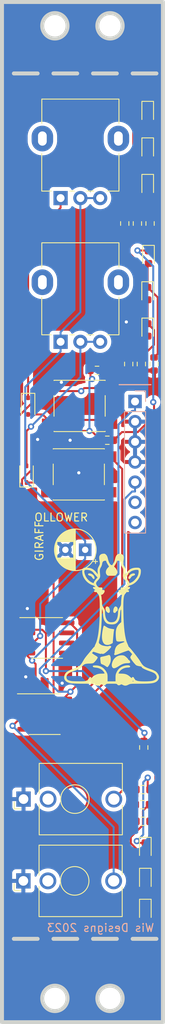
<source format=kicad_pcb>
(kicad_pcb (version 20221018) (generator pcbnew)
  (layers (0 "F.Cu" signal) (31 "B.Cu" signal) (34 "B.Paste" user) (35 "F.Paste" user) (36 "B.SilkS" user "B.Silkscreen") (37 "F.SilkS" user "F.Silkscreen") (38 "B.Mask" user) (39 "F.Mask" user) (44 "Edge.Cuts" user))
  (net 0 "")
  (net 1 "Net-(U2A-+)")
  (net 2 "GND")
  (net 3 "Net-(D1-K)")
  (net 4 "Net-(D1-A)")
  (net 5 "Net-(D2-K)")
  (net 6 "Net-(D2-A)")
  (net 7 "-12V")
  (net 8 "+12V")
  (net 9 "Net-(U1A-+)")
  (net 11 "Net-(J3-PadT)")
  (net 13 "Net-(U1B--)")
  (net 18 "Net-(D3-K)")
  (net 19 "Net-(D3-A)")
  (net 20 "Net-(D4-K)")
  (net 21 "Net-(D5-K)")
  (net 22 "Net-(D6-K)")
  (net 23 "Net-(D6-A)")
  (net 24 "Net-(D7-A)")
  (net 25 "Net-(D8-A)")
  (net 26 "Net-(D10-A)")
  (net 27 "Net-(D9-A)")
  (net 28 "Net-(D10-K)")
  (net 29 "Net-(D11-K)")
  (footprint "Resistor_SMD:R_0603_1608Metric" (layer "F.Cu") (at 37.8 123.2)
    (fp_text reference "R12" hide)
    (fp_text value "1k")
  )
  (footprint "LED_SMD:LED_0603_1608Metric" (layer "F.Cu") (at 38.1 134.5 -90)
    (fp_text reference "D9" hide)
    (fp_text value "LED_GREEN")
  )
  (footprint "Button_Switch_SMD:SW_SPST_PTS645" (layer "F.Cu") (at 29.8 70.8775)
    (fp_text reference "SW1" hide)
    (fp_text value "SW_SPST")
  )
  (footprint "Package_SO:SOIC-8_3.9x4.9mm_P1.27mm" (layer "F.Cu") (at 25.7 100.1)
    (fp_text reference "U2" hide)
    (fp_text value "TL072")
  )
  (footprint "Connector_Audio:Jack_3.5mm_QingPu_WQP-PJ398SM_Vertical_CircularHoles" (layer "F.Cu") (at 22.72 120.4 90)
    (fp_text reference "J3" hide)
    (fp_text value "Thonkiconn")
  )
  (footprint "Package_SO:SOIC-8_3.9x4.9mm_P1.27mm" (layer "F.Cu") (at 25.4 109.7)
    (fp_text reference "U1" hide)
    (fp_text value "TL072")
  )
  (footprint "LED_SMD:LED_0603_1608Metric" (layer "F.Cu") (at 38.4 34 -90)
    (fp_text reference "D5" hide)
    (fp_text value "LED_BLUE")
  )
  (footprint "Resistor_SMD:R_0603_1608Metric" (layer "F.Cu") (at 38.7 47.9 90)
    (fp_text reference "R6" hide)
    (fp_text value "1k")
  )
  (footprint "Diode_SMD:D_SOD-323" (layer "F.Cu") (at 23.1 79.4775 90)
    (fp_text reference "D2" hide)
    (fp_text value "1N4148WS")
  )
  (footprint "Resistor_SMD:R_0603_1608Metric" (layer "F.Cu") (at 37.725 121.1)
    (fp_text reference "R11" hide)
    (fp_text value "1k")
  )
  (footprint "Resistor_SMD:R_0603_1608Metric" (layer "F.Cu") (at 33.3 75.2)
    (fp_text reference "R1" hide)
    (fp_text value "100k")
  )
  (footprint "Button_Switch_SMD:SW_SPST_PTS645" (layer "F.Cu") (at 29.7 79.5)
    (fp_text reference "SW2" hide)
    (fp_text value "SW_SPST")
  )
  (footprint "Potentiometer_THT:Potentiometer_Alpha_RD901F-40-00D_Single_Vertical" (layer "F.Cu") (at 27.4 62.8 90)
    (fp_text reference "RV2" hide)
    (fp_text value "AlphaPot")
  )
  (footprint "LED_SMD:LED_0603_1608Metric" (layer "F.Cu") (at 38.4 43.2 -90)
    (fp_text reference "D3" hide)
    (fp_text value "LED_BLUE")
  )
  (footprint "Resistor_SMD:R_0603_1608Metric" (layer "F.Cu") (at 37.6 65.6 90)
    (fp_text reference "R8" hide)
    (fp_text value "1k")
  )
  (footprint "Resistor_SMD:R_0603_1608Metric" (layer "F.Cu") (at 36 65.6 90)
    (fp_text reference "R7" hide)
    (fp_text value "1k")
  )
  (footprint "Resistor_SMD:R_0603_1608Metric" (layer "F.Cu") (at 39.2 65.6 90)
    (fp_text reference "R9" hide)
    (fp_text value "1k")
  )
  (footprint "Connector_Audio:Jack_3.5mm_QingPu_WQP-PJ398SM_Vertical_CircularHoles" (layer "F.Cu") (at 22.7 130.7 90)
    (fp_text reference "J2" hide)
    (fp_text value "Thonkiconn")
  )
  (footprint "LED_SMD:LED_0603_1608Metric" (layer "F.Cu") (at 38.39 56.72 -90)
    (fp_text reference "D7" hide)
    (fp_text value "LED_RED")
  )
  (footprint "LED_SMD:LED_0603_1608Metric" (layer "F.Cu") (at 38.1 130.6 -90)
    (fp_text reference "D10" hide)
    (fp_text value "LED_GREEN")
  )
  (footprint "LED_SMD:LED_0603_1608Metric" (layer "F.Cu") (at 38.5 52.14 -90)
    (fp_text reference "D6" hide)
    (fp_text value "LED_RED")
  )
  (footprint "Resistor_SMD:R_0603_1608Metric" (layer "F.Cu") (at 35.5 47.9 90)
    (fp_text reference "R4" hide)
    (fp_text value "1k")
  )
  (footprint "LED_SMD:LED_0603_1608Metric" (layer "F.Cu") (at 38.4 61.3 -90)
    (fp_text reference "D8" hide)
    (fp_text value "LED_RED")
  )
  (footprint "Resistor_SMD:R_0603_1608Metric" (layer "F.Cu") (at 32 66.4 180)
    (fp_text reference "R2" hide)
    (fp_text value "100k")
  )
  (footprint "LED_SMD:LED_0603_1608Metric" (layer "F.Cu") (at 38.1 126.7 -90)
    (fp_text reference "D11" hide)
    (fp_text value "LED_GREEN")
  )
  (footprint "Diode_SMD:D_SOD-323" (layer "F.Cu") (at 23.3 70.9 -90)
    (fp_text reference "D1" hide)
    (fp_text value "1N4148WS")
  )
  (footprint "Resistor_SMD:R_0603_1608Metric" (layer "F.Cu") (at 37.9 113.9 -90)
    (fp_text reference "R3" hide)
    (fp_text value "1k")
  )
  (footprint "LED_SMD:LED_0603_1608Metric" (layer "F.Cu") (at 38.4 38.6 -90)
    (fp_text reference "D4" hide)
    (fp_text value "LED_BLUE")
  )
  (footprint "Resistor_SMD:R_0603_1608Metric" (layer "F.Cu") (at 37.1 47.9 90)
    (fp_text reference "R5" hide)
    (fp_text value "1k")
  )
  (footprint "Resistor_SMD:R_0603_1608Metric" (layer "F.Cu") (at 37.8 119.2)
    (fp_text reference "R10" hide)
    (fp_text value "1k")
  )
  (footprint "Potentiometer_THT:Potentiometer_Alpha_RD901F-40-00D_Single_Vertical" (layer "F.Cu") (at 27.4 44.7 90)
    (fp_text reference "RV1" hide)
    (fp_text value "AlphaPot")
  )
  (footprint "Capacitor_THT:CP_Radial_D5.0mm_P2.50mm" (layer "F.Cu") (at 30.5051 89 180)
    (fp_text reference "C1" hide)
    (fp_text value "C")
  )
  (footprint "Connector_PinHeader_2.54mm:PinHeader_1x07_P2.54mm_Vertical" (layer "B.Cu") (at 36.8 70.32 180)
    (fp_text reference "J1" hide)
    (fp_text value "EuroPower16" hide)
  )
  (gr_line (start 38.8 68.2) (end 34.8 68.2) (stroke (width 0.15)) (layer "B.SilkS"))
  (gr_poly (pts (xy 35.208353 102.312498) (xy 35.262155 102.318061) (xy 35.313149 102.326461) (xy 35.360816 102.33771) (xy 35.404634 102.35182) (xy 35.44408 102.368807) (xy 35.478635 102.388681) (xy 35.51719 102.415374) (xy 35.556263 102.444213) (xy 35.59544 102.474779) (xy 35.634305 102.506656) (xy 35.672445 102.539424) (xy 35.709444 102.572665) (xy 35.744888 102.605961) (xy 35.778361 102.638895) (xy 35.80945 102.671048) (xy 35.837739 102.702001) (xy 35.862814 102.731337) (xy 35.88426 102.758637) (xy 35.901662 102.783484) (xy 35.914605 102.805459) (xy 35.922676 102.824144) (xy 35.924754 102.832122) (xy 35.925458 102.839121) (xy 35.925544 102.842448) (xy 35.925801 102.845734) (xy 35.926225 102.848973) (xy 35.92681 102.852161) (xy 35.927552 102.855294) (xy 35.928449 102.858369) (xy 35.929494 102.86138) (xy 35.930685 102.864324) (xy 35.932016 102.867197) (xy 35.933483 102.869994) (xy 35.935084 102.872712) (xy 35.936812 102.875345) (xy 35.938664 102.877891) (xy 35.940635 102.880344) (xy 35.942722 102.882702) (xy 35.94492 102.884958) (xy 35.947226 102.88711) (xy 35.949633 102.889154) (xy 35.95214 102.891084) (xy 35.95474 102.892898) (xy 35.957431 102.89459) (xy 35.960207 102.896157) (xy 35.963065 102.897594) (xy 35.966 102.898898) (xy 35.969008 102.900063) (xy 35.972085 102.901087) (xy 35.975227 102.901965) (xy 35.978429 102.902692) (xy 35.981688 102.903266) (xy 35.984998 102.90368) (xy 35.988356 102.903932) (xy 35.991757 102.904016) (xy 35.999753 102.904655) (xy 36.007929 102.906524) (xy 36.016248 102.909557) (xy 36.024672 102.913685) (xy 36.033164 102.91884) (xy 36.041688 102.924955) (xy 36.050206 102.931961) (xy 36.058681 102.939791) (xy 36.067075 102.948376) (xy 36.075352 102.957649) (xy 36.083475 102.967542) (xy 36.091405 102.977986) (xy 36.099107 102.988914) (xy 36.106543 103.000257) (xy 36.120467 103.02392) (xy 36.132881 103.04843) (xy 36.138429 103.060833) (xy 36.143487 103.073245) (xy 36.148019 103.085596) (xy 36.151988 103.097819) (xy 36.155356 103.109846) (xy 36.158086 103.12161) (xy 36.160142 103.133042) (xy 36.161485 103.144074) (xy 36.162079 103.154639) (xy 36.161887 103.164668) (xy 36.16087 103.174093) (xy 36.158994 103.182847) (xy 36.156219 103.190862) (xy 36.152509 103.198069) (xy 36.150447 103.200866) (xy 36.147741 103.203631) (xy 36.14441 103.206361) (xy 36.140474 103.20905) (xy 36.135949 103.211697) (xy 36.130856 103.214298) (xy 36.119039 103.219345) (xy 36.105172 103.224162) (xy 36.089405 103.228723) (xy 36.071889 103.232996) (xy 36.052773 103.236956) (xy 36.032208 103.240571) (xy 36.010344 103.243815) (xy 35.98733 103.246659) (xy 35.963316 103.249073) (xy 35.938454 103.25103) (xy 35.912892 103.252501) (xy 35.886782 103.253457) (xy 35.860272 103.25387) (xy 35.783991 103.255205) (xy 35.711216 103.258585) (xy 35.64138 103.264202) (xy 35.573914 103.272244) (xy 35.508253 103.282902) (xy 35.443827 103.296364) (xy 35.380071 103.312821) (xy 35.316417 103.332462) (xy 35.252296 103.355478) (xy 35.187143 103.382057) (xy 35.120388 103.412389) (xy 35.051466 103.446665) (xy 34.979809 103.485074) (xy 34.904848 103.527805) (xy 34.826017 103.575048) (xy 34.742749 103.626993) (xy 34.657309 103.680256) (xy 34.578304 103.727447) (xy 34.505401 103.768635) (xy 34.438266 103.803889) (xy 34.376566 103.833279) (xy 34.319967 103.856874) (xy 34.268136 103.874744) (xy 34.220738 103.886957) (xy 34.177442 103.893584) (xy 34.157227 103.894824) (xy 34.137912 103.894693) (xy 34.119455 103.8932) (xy 34.101816 103.890354) (xy 34.084951 103.886163) (xy 34.068819 103.880636) (xy 34.05338 103.873781) (xy 34.03859 103.865608) (xy 34.024408 103.856125) (xy 34.010793 103.845341) (xy 33.985095 103.819902) (xy 33.961163 103.789362) (xy 33.961118 103.789392) (xy 33.951625 103.775136) (xy 33.942789 103.760404) (xy 33.93461 103.745196) (xy 33.927086 103.729509) (xy 33.920219 103.713342) (xy 33.914009 103.696693) (xy 33.908455 103.679562) (xy 33.903558 103.661947) (xy 33.895733 103.625258) (xy 33.890536 103.586615) (xy 33.887965 103.546005) (xy 33.888022 103.503418) (xy 33.890708 103.458842) (xy 33.896021 103.412264) (xy 33.903964 103.363674) (xy 33.914535 103.31306) (xy 33.927736 103.26041) (xy 33.943567 103.205712) (xy 33.962029 103.148956) (xy 33.983121 103.090128) (xy 34.006055 103.032954) (xy 34.031349 102.977712) (xy 34.058999 102.924408) (xy 34.089 102.873046) (xy 34.121347 102.823631) (xy 34.156035 102.776168) (xy 34.19306 102.730662) (xy 34.232417 102.687119) (xy 34.274101 102.645541) (xy 34.318108 102.605936) (xy 34.364433 102.568307) (xy 34.41307 102.53266) (xy 34.464017 102.498999) (xy 34.517266 102.467329) (xy 34.572815 102.437655) (xy 34.630658 102.409983) (xy 34.683854 102.387902) (xy 34.739456 102.368527) (xy 34.796944 102.351871) (xy 34.855796 102.337947) (xy 34.91549 102.326767) (xy 34.975505 102.318346) (xy 35.035321 102.312695) (xy 35.094415 102.309828) (xy 35.152266 102.309758)) (stroke (width 0.0498)) (fill solid) (layer "F.SilkS"))
  (gr_poly (pts (xy 33.529103 102.268564) (xy 33.535621 102.269218) (xy 33.541821 102.270261) (xy 33.547736 102.271697) (xy 33.553395 102.273526) (xy 33.55883 102.275753) (xy 33.564072 102.278377) (xy 33.569152 102.281402) (xy 33.574099 102.28483) (xy 33.583724 102.292902) (xy 33.593193 102.302611) (xy 33.602754 102.313973) (xy 33.612653 102.327005) (xy 33.621574 102.340102) (xy 33.630109 102.354432) (xy 33.646003 102.386581) (xy 33.660294 102.423019) (xy 33.672944 102.463317) (xy 33.683912 102.507042) (xy 33.69316 102.553764) (xy 33.700649 102.603051) (xy 33.706338 102.654472) (xy 33.710189 102.707596) (xy 33.712161 102.761992) (xy 33.712217 102.817228) (xy 33.710315 102.872874) (xy 33.706418 102.928497) (xy 33.700485 102.983667) (xy 33.692477 103.037952) (xy 33.682355 103.090921) (xy 33.670516 103.137809) (xy 33.654622 103.188051) (xy 33.635188 103.240765) (xy 33.61273 103.295072) (xy 33.587766 103.350092) (xy 33.560811 103.404945) (xy 33.53238 103.458751) (xy 33.502992 103.51063) (xy 33.47316 103.559701) (xy 33.443403 103.605084) (xy 33.414236 103.645901) (xy 33.386175 103.681269) (xy 33.359736 103.71031) (xy 33.335436 103.732143) (xy 33.324249 103.740082) (xy 33.31379 103.745888) (xy 33.304124 103.749453) (xy 33.295316 103.750666) (xy 33.293056 103.750504) (xy 33.290391 103.750025) (xy 33.283899 103.748144) (xy 33.275946 103.745086) (xy 33.266637 103.740915) (xy 33.256081 103.735694) (xy 33.244382 103.729485) (xy 33.231647 103.722353) (xy 33.217982 103.714361) (xy 33.203494 103.705572) (xy 33.188289 103.696048) (xy 33.172473 103.685854) (xy 33.156152 103.675053) (xy 33.139433 103.663708) (xy 33.122422 103.651881) (xy 33.105225 103.639637) (xy 33.087949 103.627039) (xy 33.087979 103.627054) (xy 33.06982 103.614047) (xy 33.050043 103.600591) (xy 33.006406 103.572754) (xy 32.958614 103.544376) (xy 32.90821 103.516293) (xy 32.856736 103.489337) (xy 32.805736 103.464343) (xy 32.756753 103.442145) (xy 32.733501 103.432356) (xy 32.711331 103.423578) (xy 32.675255 103.409677) (xy 32.643521 103.396926) (xy 32.615799 103.384831) (xy 32.591758 103.372896) (xy 32.581015 103.366834) (xy 32.571069 103.360625) (xy 32.561878 103.354208) (xy 32.5534 103.347522) (xy 32.545595 103.340503) (xy 32.538422 103.33309) (xy 32.531838 103.325222) (xy 32.525804 103.316835) (xy 32.520276 103.307869) (xy 32.515215 103.298261) (xy 32.510578 103.287949) (xy 32.506325 103.276871) (xy 32.502414 103.264965) (xy 32.498804 103.25217) (xy 32.495454 103.238422) (xy 32.492321 103.223661) (xy 32.486547 103.19085) (xy 32.48115 103.15324) (xy 32.470166 103.06164) (xy 32.447594 102.871479) (xy 32.43898 102.796288) (xy 32.432968 102.732788) (xy 32.430174 102.679803) (xy 32.431214 102.636155) (xy 32.433364 102.617464) (xy 32.436703 102.600667) (xy 32.441309 102.585616) (xy 32.447259 102.572165) (xy 32.454629 102.560164) (xy 32.463496 102.549469) (xy 32.473938 102.539932) (xy 32.486031 102.531405) (xy 32.499852 102.523741) (xy 32.515479 102.516794) (xy 32.552456 102.504461) (xy 32.597579 102.493229) (xy 32.651462 102.481921) (xy 32.787976 102.454371) (xy 32.948392 102.418468) (xy 33.109057 102.379179) (xy 33.251318 102.341246) (xy 33.309717 102.32427) (xy 33.356519 102.309412) (xy 33.414931 102.290367) (xy 33.439703 102.283011) (xy 33.461848 102.277121) (xy 33.481614 102.272714) (xy 33.499247 102.269808) (xy 33.514994 102.268419)) (stroke (width 0.0498)) (fill solid) (layer "F.SilkS"))
  (gr_poly (pts (xy 32.888437 98.571642) (xy 32.891511 98.572299) (xy 32.899446 98.574877) (xy 32.909637 98.579067) (xy 32.921935 98.584784) (xy 32.936189 98.591939) (xy 32.95225 98.600447) (xy 32.989188 98.621174) (xy 33.031549 98.64627) (xy 33.07813 98.675042) (xy 33.127731 98.706796) (xy 33.179151 98.740839) (xy 33.212949 98.762983) (xy 33.246664 98.783846) (xy 33.280431 98.803478) (xy 33.314388 98.821932) (xy 33.34867 98.839259) (xy 33.383415 98.85551) (xy 33.418758 98.870738) (xy 33.454837 98.884993) (xy 33.491787 98.898327) (xy 33.529745 98.910791) (xy 33.568849 98.922438) (xy 33.609233 98.933319) (xy 33.651035 98.943484) (xy 33.694392 98.952987) (xy 33.739439 98.961878) (xy 33.786313 98.970209) (xy 34.141705 99.030207) (xy 34.106305 99.211679) (xy 34.098037 99.261771) (xy 34.088109 99.334876) (xy 34.064767 99.536182) (xy 34.039267 99.787709) (xy 34.0146 100.061563) (xy 33.958295 100.729959) (xy 33.738812 100.845926) (xy 33.693149 100.868634) (xy 33.647003 100.888804) (xy 33.600533 100.906424) (xy 33.553895 100.921483) (xy 33.507248 100.933969) (xy 33.460748 100.943871) (xy 33.414552 100.951175) (xy 33.368819 100.955872) (xy 33.323706 100.957948) (xy 33.279369 100.957392) (xy 33.235967 100.954192) (xy 33.193657 100.948337) (xy 33.152595 100.939815) (xy 33.11294 100.928614) (xy 33.074849 100.914721) (xy 33.03848 100.898127) (xy 33.03848 100.898142) (xy 33.01077 100.882973) (xy 32.984027 100.866012) (xy 32.958256 100.847278) (xy 32.933465 100.826793) (xy 32.90966 100.804579) (xy 32.886846 100.780656) (xy 32.865029 100.755046) (xy 32.844217 100.727769) (xy 32.824416 100.698847) (xy 32.805631 100.6683) (xy 32.787869 100.63615) (xy 32.771136 100.602419) (xy 32.755439 100.567126) (xy 32.740783 100.530293) (xy 32.727175 100.491942) (xy 32.714621 100.452093) (xy 32.703128 100.410768) (xy 32.692702 100.367987) (xy 32.683348 100.323771) (xy 32.675073 100.278143) (xy 32.667884 100.231122) (xy 32.661787 100.18273) (xy 32.652892 100.081918) (xy 32.648439 99.975874) (xy 32.648477 99.864769) (xy 32.653057 99.74877) (xy 32.662229 99.628046) (xy 32.681531 99.456083) (xy 32.70723 99.276981) (xy 32.737367 99.100007) (xy 32.76998 98.934429) (xy 32.803109 98.789514) (xy 32.834793 98.674529) (xy 32.849481 98.631157) (xy 32.863072 98.598742) (xy 32.875321 98.578444) (xy 32.880866 98.573201) (xy 32.885983 98.571421)) (stroke (width 0.0498)) (fill solid) (layer "F.SilkS"))
  (gr_poly (pts (xy 31.1 92) (xy 31.142902 92.005727) (xy 31.185869 92.015019) (xy 31.228621 92.027688) (xy 31.270875 92.043545) (xy 31.31235 92.062404) (xy 31.352765 92.084075) (xy 31.391837 92.10837) (xy 31.429285 92.135101) (xy 31.464827 92.164081) (xy 31.498182 92.19512) (xy 31.529067 92.228031) (xy 31.557201 92.262625) (xy 31.582303 92.298715) (xy 31.60409 92.336112) (xy 31.622281 92.374628) (xy 31.633328 92.402532) (xy 31.642639 92.429097) (xy 31.650272 92.454297) (xy 31.656284 92.478106) (xy 31.660734 92.500498) (xy 31.66368 92.521447) (xy 31.665178 92.540926) (xy 31.665288 92.55891) (xy 31.664068 92.575373) (xy 31.661575 92.590288) (xy 31.657866 92.603629) (xy 31.653001 92.61537) (xy 31.647038 92.625486) (xy 31.640033 92.633949) (xy 31.632045 92.640734) (xy 31.623132 92.645815) (xy 31.613352 92.649165) (xy 31.602762 92.650759) (xy 31.591421 92.650571) (xy 31.579387 92.648573) (xy 31.566718 92.644741) (xy 31.553471 92.639048) (xy 31.539705 92.631468) (xy 31.525477 92.621975) (xy 31.510845 92.610543) (xy 31.495868 92.597145) (xy 31.480603 92.581755) (xy 31.465108 92.564349) (xy 31.449442 92.544898) (xy 31.433661 92.523378) (xy 31.417824 92.499762) (xy 31.40199 92.474024) (xy 31.40199 92.473963) (xy 31.388331 92.451768) (xy 31.374237 92.430809) (xy 31.359649 92.411042) (xy 31.344508 92.392421) (xy 31.328755 92.374901) (xy 31.312332 92.358437) (xy 31.295179 92.342984) (xy 31.277238 92.328497) (xy 31.25845 92.314931) (xy 31.238755 92.302241) (xy 31.218096 92.290381) (xy 31.196413 92.279307) (xy 31.173647 92.268974) (xy 31.149739 92.259337) (xy 31.124631 92.25035) (xy 31.098264 92.241968) (xy 31.07264 92.233973) (xy 31.048878 92.225874) (xy 31.02695 92.21765) (xy 31.006827 92.20928) (xy 30.988479 92.200741) (xy 30.971878 92.192012) (xy 30.956995 92.183072) (xy 30.943801 92.173899) (xy 30.932267 92.164471) (xy 30.922365 92.154767) (xy 30.914066 92.144765) (xy 30.90734 92.134444) (xy 30.902159 92.123782) (xy 30.898494 92.112757) (xy 30.896316 92.101348) (xy 30.895596 92.089533) (xy 30.895709 92.083085) (xy 30.896051 92.076918) (xy 30.896633 92.071028) (xy 30.897463 92.06541) (xy 30.89855 92.060058) (xy 30.899902 92.054967) (xy 30.90153 92.050133) (xy 30.90344 92.04555) (xy 30.905644 92.041214) (xy 30.908148 92.03712) (xy 30.910963 92.033261) (xy 30.914097 92.029635) (xy 30.917559 92.026235) (xy 30.921358 92.023056) (xy 30.925502 92.020094) (xy 30.930001 92.017344) (xy 30.934864 92.0148) (xy 30.940098 92.012457) (xy 30.945714 92.010311) (xy 30.95172 92.008357) (xy 30.958125 92.006589) (xy 30.964938 92.005003) (xy 30.972167 92.003593) (xy 30.979822 92.002355) (xy 30.987911 92.001283) (xy 30.996444 92.000373) (xy 31.005429 91.999619) (xy 31.014875 91.999018) (xy 31.035185 91.998249) (xy 31.057446 91.998026)) (stroke (width 0.0498)) (fill solid) (layer "F.SilkS"))
  (gr_line (start 38.8 68.2) (end 34.8 68.2) (stroke (width 0.15)) (layer "F.SilkS"))
  (gr_poly (pts (xy 36.643722 91.997938) (xy 36.67484 92.001987) (xy 36.70251 92.009032) (xy 36.714899 92.013681) (xy 36.726242 92.01908) (xy 36.73648 92.025232) (xy 36.74555 92.032137) (xy 36.753392 92.039795) (xy 36.759945 92.048207) (xy 36.765148 92.057374) (xy 36.768939 92.067296) (xy 36.771259 92.077975) (xy 36.772046 92.089411) (xy 36.771867 92.095367) (xy 36.771326 92.10122) (xy 36.770421 92.106971) (xy 36.769148 92.112624) (xy 36.767503 92.118181) (xy 36.765482 92.123644) (xy 36.763083 92.129017) (xy 36.7603 92.134302) (xy 36.757132 92.139502) (xy 36.753573 92.14462) (xy 36.749621 92.149658) (xy 36.745272 92.154619) (xy 36.740523 92.159506) (xy 36.735369 92.164321) (xy 36.729807 92.169068) (xy 36.723834 92.173748) (xy 36.717446 92.178365) (xy 36.710639 92.182921) (xy 36.703409 92.187419) (xy 36.695754 92.191862) (xy 36.68767 92.196252) (xy 36.679152 92.200592) (xy 36.670198 92.204885) (xy 36.660803 92.209134) (xy 36.640678 92.217508) (xy 36.61875 92.225738) (xy 36.594988 92.233843) (xy 36.569364 92.241846) (xy 36.542999 92.250232) (xy 36.517895 92.259223) (xy 36.493992 92.268862) (xy 36.47123 92.279196) (xy 36.449551 92.290269) (xy 36.428895 92.302127) (xy 36.409204 92.314815) (xy 36.390418 92.328379) (xy 36.372479 92.342863) (xy 36.355326 92.358312) (xy 36.338902 92.374773) (xy 36.323147 92.39229) (xy 36.308003 92.410909) (xy 36.293409 92.430674) (xy 36.279307 92.451631) (xy 36.265637 92.473825) (xy 36.255761 92.490108) (xy 36.245816 92.505603) (xy 36.23582 92.520305) (xy 36.225788 92.534208) (xy 36.215736 92.547305) (xy 36.20568 92.559592) (xy 36.195636 92.571061) (xy 36.18562 92.581708) (xy 36.175647 92.591526) (xy 36.165734 92.600509) (xy 36.155897 92.608651) (xy 36.146151 92.615946) (xy 36.136513 92.622389) (xy 36.126998 92.627973) (xy 36.117622 92.632692) (xy 36.108401 92.636541) (xy 36.099352 92.639514) (xy 36.090489 92.641604) (xy 36.081829 92.642806) (xy 36.073389 92.643113) (xy 36.065183 92.642521) (xy 36.057227 92.641022) (xy 36.049538 92.638611) (xy 36.042132 92.635282) (xy 36.035024 92.631028) (xy 36.028231 92.625845) (xy 36.021767 92.619726) (xy 36.01565 92.612665) (xy 36.009895 92.604657) (xy 36.004518 92.595694) (xy 35.999535 92.585772) (xy 35.994962 92.574884) (xy 35.994962 92.575022) (xy 35.991586 92.564255) (xy 35.989366 92.552652) (xy 35.988269 92.540269) (xy 35.988258 92.527163) (xy 35.989299 92.513389) (xy 35.991359 92.499005) (xy 35.994402 92.484066) (xy 35.998394 92.468629) (xy 36.009085 92.436488) (xy 36.023156 92.403032) (xy 36.040331 92.368711) (xy 36.060332 92.333979) (xy 36.082884 92.299285) (xy 36.107708 92.26508) (xy 36.13453 92.231817) (xy 36.163072 92.199946) (xy 36.193057 92.169918) (xy 36.224209 92.142185) (xy 36.256251 92.117198) (xy 36.27252 92.105875) (xy 36.288907 92.095407) (xy 36.329122 92.072743) (xy 36.370277 92.053023) (xy 36.411885 92.036255) (xy 36.453458 92.022444) (xy 36.494507 92.011595) (xy 36.534546 92.003714) (xy 36.573087 91.998807) (xy 36.609641 91.99688)) (stroke (width 0.0498)) (fill solid) (layer "F.SilkS"))
  (gr_poly (pts (xy 32.903493 89.512552) (xy 32.92656 89.514609) (xy 32.947956 89.518226) (xy 32.96806 89.523523) (xy 32.977747 89.526839) (xy 32.987252 89.53062) (xy 33.005911 89.539636) (xy 33.024414 89.550691) (xy 33.043141 89.563905) (xy 33.062471 89.579397) (xy 33.082782 89.597287) (xy 33.104454 89.617696) (xy 33.127866 89.640741) (xy 33.147234 89.660997) (xy 33.165617 89.682086) (xy 33.183077 89.704147) (xy 33.199676 89.727315) (xy 33.215475 89.751728) (xy 33.230536 89.777523) (xy 33.244921 89.804837) (xy 33.258693 89.833807) (xy 33.271912 89.86457) (xy 33.28464 89.897262) (xy 33.296939 89.932021) (xy 33.308872 89.968984) (xy 33.320499 90.008287) (xy 33.331883 90.050068) (xy 33.343086 90.094464) (xy 33.354169 90.141611) (xy 33.375594 90.229436) (xy 33.398999 90.313502) (xy 33.424228 90.393549) (xy 33.451121 90.469316) (xy 33.47952 90.540546) (xy 33.509269 90.606978) (xy 33.540208 90.668352) (xy 33.572181 90.724409) (xy 33.605028 90.77489) (xy 33.638592 90.819535) (xy 33.672715 90.858084) (xy 33.70724 90.890278) (xy 33.742007 90.915857) (xy 33.77686 90.934562) (xy 33.794269 90.941256) (xy 33.81164 90.946134) (xy 33.828953 90.949163) (xy 33.846188 90.950312) (xy 33.860136 90.95021) (xy 33.873693 90.949568) (xy 33.886789 90.948413) (xy 33.899355 90.946771) (xy 33.911319 90.944669) (xy 33.922611 90.942134) (xy 33.933162 90.939191) (xy 33.942901 90.935869) (xy 33.951757 90.932194) (xy 33.95966 90.928191) (xy 33.96654 90.923889) (xy 33.972327 90.919314) (xy 33.976951 90.914492) (xy 33.978804 90.911997) (xy 33.98034 90.90945) (xy 33.98155 90.906855) (xy 33.982425 90.904215) (xy 33.982957 90.901533) (xy 33.983136 90.898813) (xy 33.98329 90.895884) (xy 33.983748 90.892581) (xy 33.985545 90.88491) (xy 33.988464 90.875907) (xy 33.992448 90.865682) (xy 33.997433 90.854343) (xy 34.003361 90.841999) (xy 34.010171 90.828759) (xy 34.017802 90.81473) (xy 34.026194 90.800021) (xy 34.035286 90.784742) (xy 34.045019 90.769001) (xy 34.05533 90.752905) (xy 34.066161 90.736565) (xy 34.07745 90.720088) (xy 34.089138 90.703583) (xy 34.101163 90.687159) (xy 34.113638 90.669109) (xy 34.126657 90.647842) (xy 34.140114 90.623625) (xy 34.153904 90.596728) (xy 34.167921 90.567419) (xy 34.18206 90.535968) (xy 34.196215 90.502643) (xy 34.21028 90.467712) (xy 34.224151 90.431446) (xy 34.23772 90.394112) (xy 34.250884 90.355979) (xy 34.263535 90.317316) (xy 34.275569 90.278393) (xy 34.286881 90.239477) (xy 34.297364 90.200838) (xy 34.306912 90.162745) (xy 34.327234 90.08221) (xy 34.348085 90.008277) (xy 34.36966 89.940699) (xy 34.392156 89.879225) (xy 34.415767 89.823606) (xy 34.440689 89.773592) (xy 34.467116 89.728936) (xy 34.495244 89.689386) (xy 34.525268 89.654695) (xy 34.557384 89.624612) (xy 34.591786 89.598889) (xy 34.62867 89.577276) (xy 34.668231 89.559524) (xy 34.710665 89.545384) (xy 34.756165 89.534606) (xy 34.804929 89.526941) (xy 34.851099 89.523299) (xy 34.897248 89.523573) (xy 34.943051 89.527582) (xy 34.988181 89.535142) (xy 35.032311 89.546071) (xy 35.075114 89.560186) (xy 35.116264 89.577304) (xy 35.155435 89.597242) (xy 35.192299 89.619818) (xy 35.22653 89.644849) (xy 35.257801 89.672151) (xy 35.285787 89.701542) (xy 35.298445 89.716964) (xy 35.310159 89.73284) (xy 35.320889 89.749147) (xy 35.330592 89.765862) (xy 35.33923 89.782961) (xy 35.34676 89.800424) (xy 35.353142 89.818225) (xy 35.358334 89.836344) (xy 35.361397 89.851952) (xy 35.363734 89.871252) (xy 35.36536 89.893968) (xy 35.366289 89.919824) (xy 35.366537 89.948545) (xy 35.366117 89.979854) (xy 35.363334 90.049135) (xy 35.358056 90.12546) (xy 35.350402 90.206622) (xy 35.340486 90.290413) (xy 35.328427 90.374628) (xy 35.265332 90.780405) (xy 35.426938 91.100519) (xy 35.476492 91.200814) (xy 35.496806 91.244402) (xy 35.514352 91.284637) (xy 35.529284 91.322281) (xy 35.541756 91.3581) (xy 35.551923 91.392856) (xy 35.559939 91.427313) (xy 35.56596 91.462235) (xy 35.57014 91.498387) (xy 35.572633 91.536532) (xy 35.573595 91.577433) (xy 35.573179 91.621855) (xy 35.57154 91.670562) (xy 35.565213 91.783884) (xy 35.557309 91.924928) (xy 35.552987 92.040436) (xy 35.552257 92.084888) (xy 35.552527 92.118484) (xy 35.553834 92.139735) (xy 35.554886 92.145265) (xy 35.55621 92.14715) (xy 35.557263 92.146751) (xy 35.558909 92.145567) (xy 35.563922 92.140923) (xy 35.57112 92.133373) (xy 35.580377 92.123075) (xy 35.604554 92.094858) (xy 35.63543 92.057524) (xy 35.671985 92.012323) (xy 35.713195 91.960507) (xy 35.758038 91.903327) (xy 35.805493 91.842035) (xy 35.863792 91.769371) (xy 35.922639 91.702344) (xy 35.982318 91.640816) (xy 36.043112 91.584648) (xy 36.105304 91.533704) (xy 36.137013 91.510147) (xy 36.169177 91.487844) (xy 36.201832 91.466778) (xy 36.235014 91.446931) (xy 36.268758 91.428287) (xy 36.3031 91.410828) (xy 36.338073 91.394536) (xy 36.373715 91.379395) (xy 36.410061 91.365388) (xy 36.447145 91.352496) (xy 36.485004 91.340703) (xy 36.523672 91.329992) (xy 36.603579 91.311745) (xy 36.68715 91.297618) (xy 36.774667 91.287473) (xy 36.866414 91.28117) (xy 36.962674 91.278574) (xy 37.07404 91.278318) (xy 37.120837 91.279031) (xy 37.162368 91.280471) (xy 37.199124 91.282765) (xy 37.231596 91.286037) (xy 37.260279 91.290414) (xy 37.285663 91.296019) (xy 37.30824 91.302978) (xy 37.328504 91.311417) (xy 37.346946 91.321461) (xy 37.364059 91.333235) (xy 37.380335 91.346865) (xy 37.396265 91.362476) (xy 37.412342 91.380192) (xy 37.429059 91.400141) (xy 37.444206 91.419474) (xy 37.4577 91.438344) (xy 37.469602 91.457097) (xy 37.474976 91.466538) (xy 37.479974 91.476081) (xy 37.484604 91.485768) (xy 37.488874 91.495644) (xy 37.492792 91.50575) (xy 37.496365 91.516132) (xy 37.499601 91.526832) (xy 37.502507 91.537894) (xy 37.50509 91.54936) (xy 37.507359 91.561275) (xy 37.509322 91.573683) (xy 37.510984 91.586625) (xy 37.513441 91.61429) (xy 37.514792 91.644618) (xy 37.515096 91.677955) (xy 37.514414 91.71465) (xy 37.512808 91.75505) (xy 37.510337 91.799501) (xy 37.507062 91.848352) (xy 37.500882 91.912579) (xy 37.49157 91.976954) (xy 37.479217 92.04137) (xy 37.46391 92.105718) (xy 37.424797 92.233775) (xy 37.374944 92.360257) (xy 37.315066 92.484296) (xy 37.245877 92.605023) (xy 37.168092 92.721568) (xy 37.082425 92.833065) (xy 36.989591 92.938644) (xy 36.890303 93.037436) (xy 36.785276 93.128573) (xy 36.675225 93.211187) (xy 36.560864 93.284409) (xy 36.442907 93.34737) (xy 36.382803 93.374731) (xy 36.322069 93.399201) (xy 36.260792 93.420672) (xy 36.199063 93.439035) (xy 36.178308 93.445173) (xy 36.157232 93.452389) (xy 36.135983 93.460593) (xy 36.114707 93.469695) (xy 36.093552 93.479604) (xy 36.072667 93.490229) (xy 36.052199 93.501481) (xy 36.032294 93.513268) (xy 36.013102 93.525499) (xy 35.994769 93.538084) (xy 35.977443 93.550934) (xy 35.961271 93.563956) (xy 35.946402 93.57706) (xy 35.932983 93.590156) (xy 35.921161 93.603153) (xy 35.911084 93.615961) (xy 35.822278 93.738916) (xy 35.967282 93.709909) (xy 35.982392 93.707179) (xy 35.997368 93.705058) (xy 36.012123 93.703536) (xy 36.026573 93.702605) (xy 36.040631 93.702253) (xy 36.054213 93.702473) (xy 36.067233 93.703253) (xy 36.079606 93.704584) (xy 36.091246 93.706457) (xy 36.102068 93.708861) (xy 36.111986 93.711788) (xy 36.120915 93.715227) (xy 36.128769 93.719168) (xy 36.135464 93.723603) (xy 36.140913 93.72852) (xy 36.143144 93.731157) (xy 36.145032 93.733912) (xy 36.148166 93.740373) (xy 36.150051 93.747512) (xy 36.150742 93.755271) (xy 36.150293 93.763593) (xy 36.148761 93.77242) (xy 36.1462 93.781693) (xy 36.142667 93.791354) (xy 36.138216 93.801346) (xy 36.132903 93.811611) (xy 36.126784 93.822091) (xy 36.119914 93.832728) (xy 36.112348 93.843463) (xy 36.09535 93.864999) (xy 36.076234 93.886236) (xy 36.055443 93.90671) (xy 36.033421 93.925958) (xy 36.010611 93.943516) (xy 35.999048 93.951517) (xy 35.987455 93.958921) (xy 35.975887 93.965671) (xy 35.964398 93.971709) (xy 35.953045 93.976977) (xy 35.941883 93.981418) (xy 35.930967 93.984972) (xy 35.920353 93.987582) (xy 35.910095 93.989191) (xy 35.90025 93.98974) (xy 35.890186 93.989982) (xy 35.880893 93.99069) (xy 35.872365 93.99184) (xy 35.864596 93.993406) (xy 35.857581 93.995364) (xy 35.851311 93.997689) (xy 35.845782 94.000355) (xy 35.840986 94.003337) (xy 35.836917 94.006612) (xy 35.833569 94.010153) (xy 35.830936 94.013935) (xy 35.829011 94.017934) (xy 35.827788 94.022125) (xy 35.827261 94.026482) (xy 35.827423 94.030981) (xy 35.828267 94.035597) (xy 35.829788 94.040304) (xy 35.831979 94.045078) (xy 35.834834 94.049894) (xy 35.838346 94.054726) (xy 35.842509 94.05955) (xy 35.847317 94.06434) (xy 35.852763 94.069072) (xy 35.858841 94.073721) (xy 35.865545 94.078262) (xy 35.872868 94.082669) (xy 35.880804 94.086918) (xy 35.889347 94.090984) (xy 35.89849 94.094841) (xy 35.908226 94.098465) (xy 35.91855 94.101831) (xy 35.929456 94.104914) (xy 35.941753 94.10852) (xy 35.947561 94.110522) (xy 35.953143 94.112656) (xy 35.958496 94.114921) (xy 35.963621 94.117316) (xy 35.968517 94.119841) (xy 35.973183 94.122494) (xy 35.977619 94.125276) (xy 35.981824 94.128184) (xy 35.985797 94.131219) (xy 35.989538 94.13438) (xy 35.993046 94.137665) (xy 35.996321 94.141074) (xy 35.999361 94.144607) (xy 36.002168 94.148262) (xy 36.004739 94.152039) (xy 36.007074 94.155937) (xy 36.009172 94.159955) (xy 36.011034 94.164092) (xy 36.012658 94.168348) (xy 36.014043 94.172722) (xy 36.01519 94.177213) (xy 36.016097 94.18182) (xy 36.016765 94.186543) (xy 36.017191 94.191381) (xy 36.017376 94.196332) (xy 36.017319 94.201397) (xy 36.01702 94.206574) (xy 36.016478 94.211863) (xy 36.015691 94.217263) (xy 36.014661 94.222773) (xy 36.013251 94.22905) (xy 36.011658 94.235042) (xy 36.009873 94.240752) (xy 36.007889 94.246184) (xy 36.005696 94.251342) (xy 36.003285 94.256229) (xy 36.000649 94.26085) (xy 35.997778 94.265207) (xy 35.994664 94.269306) (xy 35.991298 94.273149) (xy 35.987672 94.276741) (xy 35.983776 94.280085) (xy 35.979603 94.283185) (xy 35.975143 94.286045) (xy 35.970388 94.288669) (xy 35.965329 94.291059) (xy 35.959958 94.293222) (xy 35.954266 94.295159) (xy 35.948244 94.296875) (xy 35.941884 94.298373) (xy 35.935177 94.299658) (xy 35.928114 94.300733) (xy 35.920687 94.301602) (xy 35.912887 94.302269) (xy 35.904706 94.302737) (xy 35.896134 94.303011) (xy 35.887164 94.303093) (xy 35.877786 94.302989) (xy 35.857773 94.302234) (xy 35.836026 94.300776) (xy 35.819729 94.299751) (xy 35.80389 94.299289) (xy 35.788592 94.299369) (xy 35.773916 94.299972) (xy 35.759944 94.301075) (xy 35.746758 94.302658) (xy 35.73444 94.304702) (xy 35.723071 94.307184) (xy 35.712733 94.310085) (xy 35.703509 94.313384) (xy 35.695479 94.317059) (xy 35.688726 94.321092) (xy 35.683331 94.32546) (xy 35.681168 94.327763) (xy 35.679376 94.330143) (xy 35.677964 94.332596) (xy 35.676943 94.335121) (xy 35.676323 94.337713) (xy 35.676114 94.340372) (xy 35.675964 94.343197) (xy 35.67552 94.346283) (xy 35.674789 94.349619) (xy 35.673778 94.353195) (xy 35.670946 94.361022) (xy 35.667083 94.369679) (xy 35.662248 94.379081) (xy 35.656498 94.38914) (xy 35.649893 94.399773) (xy 35.642491 94.410892) (xy 35.634351 94.422414) (xy 35.625532 94.43425) (xy 35.616092 94.446317) (xy 35.606089 94.458529) (xy 35.595583 94.470799) (xy 35.584631 94.483042) (xy 35.573293 94.495173) (xy 35.561627 94.507105) (xy 35.540673 94.529183) (xy 35.520752 94.552576) (xy 35.501844 94.57746) (xy 35.483929 94.604008) (xy 35.466987 94.632393) (xy 35.450998 94.662789) (xy 35.43594 94.695371) (xy 35.421795 94.730312) (xy 35.408542 94.767787) (xy 35.39616 94.807968) (xy 35.38463 94.85103) (xy 35.37393 94.897146) (xy 35.364042 94.946492) (xy 35.354945 94.999239) (xy 35.339042 95.115637) (xy 35.326059 95.24773) (xy 35.315835 95.396911) (xy 35.308209 95.564569) (xy 35.303017 95.752096) (xy 35.3001 95.960883) (xy 35.299294 96.19232) (xy 35.300439 96.447798) (xy 35.303372 96.728708) (xy 35.320053 97.481342) (xy 35.350018 98.162042) (xy 35.393519 98.7728) (xy 35.450807 99.315609) (xy 35.522132 99.79246) (xy 35.607745 100.205347) (xy 35.655989 100.388426) (xy 35.707898 100.55626) (xy 35.763506 100.7091) (xy 35.822843 100.847193) (xy 35.851699 100.910218) (xy 35.877359 100.969016) (xy 35.899352 101.022298) (xy 35.917209 101.068779) (xy 35.930458 101.107171) (xy 35.93863 101.136187) (xy 35.940666 101.146777) (xy 35.941255 101.15454) (xy 35.940341 101.159316) (xy 35.939301 101.160534) (xy 35.937863 101.160944) (xy 35.936336 101.161025) (xy 35.935035 101.161267) (xy 35.933955 101.161664) (xy 35.933498 101.16192) (xy 35.933095 101.162214) (xy 35.932745 101.162545) (xy 35.93245 101.162912) (xy 35.932207 101.163315) (xy 35.932018 101.163754) (xy 35.931881 101.164228) (xy 35.931795 101.164736) (xy 35.931779 101.165855) (xy 35.931966 101.167106) (xy 35.932353 101.168485) (xy 35.932937 101.169988) (xy 35.933715 101.171612) (xy 35.934683 101.173352) (xy 35.935839 101.175205) (xy 35.937178 101.177166) (xy 35.938699 101.179232) (xy 35.940397 101.181398) (xy 35.94227 101.18366) (xy 35.944315 101.186015) (xy 35.946528 101.188459) (xy 35.948906 101.190987) (xy 35.951446 101.193596) (xy 35.954145 101.196282) (xy 35.956999 101.19904) (xy 35.963163 101.204759) (xy 35.969911 101.21072) (xy 35.977218 101.216893) (xy 35.985059 101.223246) (xy 36.031133 101.264942) (xy 36.093806 101.329756) (xy 36.259582 101.51693) (xy 36.463665 101.761161) (xy 36.687333 102.038837) (xy 36.911864 102.326351) (xy 37.118535 102.600092) (xy 37.288624 102.836452) (xy 37.354099 102.933235) (xy 37.403409 103.01182) (xy 37.473934 103.129793) (xy 37.539475 103.235254) (xy 37.601766 103.329465) (xy 37.662539 103.413688) (xy 37.723527 103.489185) (xy 37.754643 103.524055) (xy 37.786462 103.557217) (xy 37.819202 103.588828) (xy 37.853079 103.619046) (xy 37.888309 103.648029) (xy 37.925109 103.675934) (xy 37.963695 103.702919) (xy 38.004285 103.729142) (xy 38.047095 103.754761) (xy 38.09234 103.779933) (xy 38.191008 103.829568) (xy 38.30202 103.879308) (xy 38.427109 103.930416) (xy 38.568009 103.984154) (xy 38.726453 104.041782) (xy 38.904172 104.104563) (xy 38.971475 104.129643) (xy 39.042134 104.158742) (xy 39.114038 104.190817) (xy 39.18508 104.224821) (xy 39.253151 104.259711) (xy 39.31614 104.294442) (xy 39.371939 104.327969) (xy 39.396483 104.343954) (xy 39.418439 104.359247) (xy 39.456505 104.388965) (xy 39.493842 104.422285) (xy 39.530215 104.458797) (xy 39.565389 104.498093) (xy 39.599129 104.539764) (xy 39.631201 104.583401) (xy 39.661368 104.628595) (xy 39.689397 104.674936) (xy 39.715051 104.722017) (xy 39.738097 104.769427) (xy 39.758299 104.816758) (xy 39.775422 104.863601) (xy 39.78923 104.909547) (xy 39.79949 104.954187) (xy 39.805966 104.997112) (xy 39.807712 105.017803) (xy 39.808423 105.037912) (xy 39.806975 105.077529) (xy 39.80198 105.117763) (xy 39.793584 105.158382) (xy 39.781935 105.199155) (xy 39.767181 105.239849) (xy 39.749467 105.280234) (xy 39.728943 105.320076) (xy 39.705754 105.359144) (xy 39.680049 105.397206) (xy 39.651973 105.434031) (xy 39.621675 105.469385) (xy 39.589302 105.503037) (xy 39.555 105.534756) (xy 39.518917 105.56431) (xy 39.481201 105.591465) (xy 39.441998 105.615992) (xy 39.381629 105.648818) (xy 39.31852 105.678477) (xy 39.251378 105.705114) (xy 39.178908 105.728874) (xy 39.099815 105.749902) (xy 39.012804 105.768345) (xy 38.916581 105.784345) (xy 38.809852 105.79805) (xy 38.69132 105.809604) (xy 38.559693 105.819151) (xy 38.413675 105.826839) (xy 38.251971 105.832811) (xy 38.073287 105.837212) (xy 37.876328 105.840189) (xy 37.422406 105.842447) (xy 36.718314 105.844751) (xy 36.491656 105.84962) (xy 36.326648 105.858828) (xy 36.26212 105.865494) (xy 36.206835 105.873769) (xy 36.158734 105.883825) (xy 36.115761 105.895838) (xy 36.075858 105.909982) (xy 36.03697 105.926432) (xy 35.954007 105.966944) (xy 35.900285 105.993349) (xy 35.849621 106.016391) (xy 35.801648 106.036082) (xy 35.756 106.052437) (xy 35.712313 106.065469) (xy 35.670221 106.075193) (xy 35.629357 106.081623) (xy 35.589356 106.084772) (xy 35.549853 106.084655) (xy 35.510482 106.081285) (xy 35.470876 106.074676) (xy 35.430672 106.064842) (xy 35.389502 106.051798) (xy 35.347001 106.035557) (xy 35.302803 106.016133) (xy 35.256543 105.99354) (xy 35.226082 105.978194) (xy 35.198584 105.964802) (xy 35.173758 105.953338) (xy 35.151311 105.943779) (xy 35.130949 105.936099) (xy 35.112382 105.930274) (xy 35.095316 105.92628) (xy 35.087255 105.924961) (xy 35.079459 105.924091) (xy 35.071893 105.923667) (xy 35.064518 105.923684) (xy 35.0573 105.92414) (xy 35.050202 105.925033) (xy 35.043186 105.926359) (xy 35.036217 105.928114) (xy 35.02227 105.932903) (xy 35.008071 105.939374) (xy 34.993325 105.947503) (xy 34.977741 105.957266) (xy 34.961026 105.968637) (xy 34.93336 105.986483) (xy 34.905252 106.001667) (xy 34.876886 106.014202) (xy 34.848448 106.024101) (xy 34.820123 106.031376) (xy 34.792095 106.036041) (xy 34.76455 106.038106) (xy 34.751017 106.038169) (xy 34.737674 106.037586) (xy 34.724544 106.03636) (xy 34.71165 106.034493) (xy 34.699016 106.031985) (xy 34.686665 106.028839) (xy 34.674619 106.025055) (xy 34.662903 106.020636) (xy 34.651539 106.015584) (xy 34.640549 106.009898) (xy 34.629959 106.003583) (xy 34.619789 105.996638) (xy 34.610065 105.989065) (xy 34.600808 105.980866) (xy 34.592042 105.972043) (xy 34.58379 105.962597) (xy 34.576075 105.95253) (xy 34.568921 105.941843) (xy 34.563536 105.933498) (xy 34.558038 105.92563) (xy 34.552326 105.918223) (xy 34.546297 105.911265) (xy 34.539849 105.904741) (xy 34.532879 105.898638) (xy 34.525285 105.892942) (xy 34.516965 105.887638) (xy 34.507816 105.882714) (xy 34.497737 105.878155) (xy 34.486625 105.873948) (xy 34.474377 105.870078) (xy 34.460892 105.866531) (xy 34.446067 105.863295) (xy 34.4298 105.860355) (xy 34.411988 105.857697) (xy 34.39253 105.855307) (xy 34.371322 105.853172) (xy 34.348263 105.851277) (xy 34.32325 105.849609) (xy 34.296182 105.848154) (xy 34.266955 105.846899) (xy 34.235467 105.845828) (xy 34.201617 105.844929) (xy 34.126419 105.843591) (xy 34.040542 105.842771) (xy 33.943168 105.842361) (xy 33.833478 105.842249) (xy 33.626415 105.842771) (xy 33.465341 105.844929) (xy 33.343709 105.849609) (xy 33.295639 105.853172) (xy 33.254973 105.857697) (xy 33.220895 105.863295) (xy 33.192585 105.870078) (xy 33.169225 105.878155) (xy 33.149997 105.887638) (xy 33.134083 105.898638) (xy 33.120663 105.911265) (xy 33.10892 105.92563) (xy 33.098035 105.941843) (xy 33.091127 105.952197) (xy 33.083708 105.961956) (xy 33.075793 105.97112) (xy 33.067396 105.979688) (xy 33.058532 105.987659) (xy 33.049214 105.995031) (xy 33.039458 106.001803) (xy 33.029279 106.007974) (xy 33.018689 106.013544) (xy 33.007705 106.018511) (xy 32.99634 106.022873) (xy 32.98461 106.02663) (xy 32.972527 106.029781) (xy 32.960108 106.032324) (xy 32.947366 106.034259) (xy 32.934316 106.035583) (xy 32.920972 106.036297) (xy 32.907349 106.036399) (xy 32.893462 106.035888) (xy 32.879324 106.034763) (xy 32.864951 106.033022) (xy 32.850356 106.030665) (xy 32.835555 106.02769) (xy 32.820561 106.024097) (xy 32.80539 106.019883) (xy 32.790056 106.015049) (xy 32.774572 106.009593) (xy 32.758955 106.003513) (xy 32.743218 105.996809) (xy 32.727375 105.98948) (xy 32.711441 105.981524) (xy 32.695432 105.97294) (xy 32.677296 105.963235) (xy 32.660245 105.954942) (xy 32.644034 105.948086) (xy 32.636168 105.945204) (xy 32.62842 105.942688) (xy 32.62076 105.940543) (xy 32.613157 105.93877) (xy 32.605581 105.937373) (xy 32.598001 105.936354) (xy 32.590387 105.935716) (xy 32.582708 105.935462) (xy 32.574933 105.935594) (xy 32.567033 105.936115) (xy 32.558976 105.937029) (xy 32.550732 105.938337) (xy 32.54227 105.940043) (xy 32.53356 105.942149) (xy 32.524571 105.944658) (xy 32.515273 105.947573) (xy 32.495626 105.954631) (xy 32.474376 105.963345) (xy 32.451277 105.973737) (xy 32.426086 105.985829) (xy 32.398557 105.999643) (xy 32.354381 106.021136) (xy 32.311936 106.039566) (xy 32.270889 106.054915) (xy 32.230907 106.067168) (xy 32.191657 106.07631) (xy 32.152806 106.082324) (xy 32.133427 106.084153) (xy 32.114021 106.085195) (xy 32.09455 106.085446) (xy 32.074969 106.084906) (xy 32.035317 106.081441) (xy 31.994731 106.074786) (xy 31.952879 106.064923) (xy 31.909427 106.051837) (xy 31.864043 106.035512) (xy 31.816393 106.015932) (xy 31.766144 105.993081) (xy 31.712964 105.966944) (xy 31.713254 105.967005) (xy 31.670295 105.94547) (xy 31.630412 105.926576) (xy 31.610998 105.918065) (xy 31.591602 105.91015) (xy 31.571972 105.902808) (xy 31.55186 105.896018) (xy 31.531013 105.889758) (xy 31.509183 105.884006) (xy 31.486118 105.878741) (xy 31.461567 105.873941) (xy 31.435282 105.869584) (xy 31.407011 105.865649) (xy 31.376503 105.862113) (xy 31.343509 105.858955) (xy 31.307777 105.856154) (xy 31.269058 105.853687) (xy 31.181655 105.849671) (xy 31.079297 105.846733) (xy 30.95998 105.844698) (xy 30.821701 105.843394) (xy 30.662455 105.842647) (xy 30.273053 105.842127) (xy 29.835205 105.839744) (xy 29.466218 105.832506) (xy 29.158224 105.819641) (xy 28.903352 105.800377) (xy 28.693734 105.773942) (xy 28.603437 105.757795) (xy 28.521502 105.739566) (xy 28.446946 105.719158) (xy 28.378786 105.696475) (xy 28.316038 105.671422) (xy 28.257718 105.6439) (xy 28.225068 105.626394) (xy 28.193801 105.607908) (xy 28.163925 105.58847) (xy 28.135452 105.568108) (xy 28.108389 105.546851) (xy 28.082748 105.524724) (xy 28.058536 105.501758) (xy 28.035765 105.477978) (xy 28.014442 105.453414) (xy 27.994579 105.428093) (xy 27.976184 105.402042) (xy 27.959268 105.37529) (xy 27.943838 105.347864) (xy 27.929906 105.319792) (xy 27.917481 105.291102) (xy 27.906571 105.261822) (xy 27.897188 105.231979) (xy 27.889339 105.201601) (xy 27.883036 105.170717) (xy 27.878287 105.139354) (xy 27.875102 105.107539) (xy 27.87349 105.075301) (xy 27.873477 105.060273) (xy 28.117546 105.060273) (xy 28.119625 105.095762) (xy 28.124378 105.130627) (xy 28.131823 105.164735) (xy 28.141975 105.197953) (xy 28.154851 105.230148) (xy 28.170467 105.261189) (xy 28.188841 105.290941) (xy 28.209988 105.319274) (xy 28.233925 105.346053) (xy 28.260669 105.371146) (xy 28.290236 105.39442) (xy 28.322642 105.415743) (xy 28.357904 105.434983) (xy 28.396039 105.452005) (xy 28.447354 105.47192) (xy 28.497354 105.48977) (xy 28.547121 105.505672) (xy 28.597739 105.51974) (xy 28.650292 105.532092) (xy 28.705862 105.542842) (xy 28.765532 105.552107) (xy 28.830386 105.560003) (xy 28.901507 105.566646) (xy 28.979978 105.57215) (xy 29.066882 105.576634) (xy 29.163303 105.580211) (xy 29.270323 105.582998) (xy 29.389027 105.585111) (xy 29.665814 105.587778) (xy 29.903896 105.588401) (xy 30.097686 105.586953) (xy 30.253104 105.582958) (xy 30.376071 105.575939) (xy 30.426304 105.570459) (xy 31.00087 105.570459) (xy 31.001493 105.573367) (xy 31.002826 105.576033) (xy 31.004875 105.578465) (xy 31.007646 105.580675) (xy 31.011146 105.582669) (xy 31.015381 105.584459) (xy 31.020357 105.586052) (xy 31.02608 105.587458) (xy 31.032556 105.588687) (xy 31.039792 105.589747) (xy 31.047793 105.590649) (xy 31.056566 105.5914) (xy 31.076453 105.592489) (xy 31.099501 105.593088) (xy 31.12576 105.593271) (xy 31.145386 105.593129) (xy 31.162709 105.59266) (xy 31.177781 105.591806) (xy 31.190659 105.590505) (xy 31.201396 105.588696) (xy 31.205979 105.587582) (xy 31.210047 105.586319) (xy 31.213607 105.584899) (xy 31.216667 105.583313) (xy 31.219232 105.581556) (xy 31.221311 105.579618) (xy 31.222908 105.577494) (xy 31.224032 105.575174) (xy 31.224689 105.572651) (xy 31.224887 105.569918) (xy 31.224631 105.566968) (xy 31.223929 105.563792) (xy 31.222787 105.560383) (xy 31.221212 105.556733) (xy 31.219212 105.552836) (xy 31.216793 105.548682) (xy 31.210724 105.539578) (xy 31.203062 105.529361) (xy 31.19386 105.517969) (xy 31.185135 105.507843) (xy 31.176735 105.498947) (xy 31.172641 105.494958) (xy 31.168608 105.491273) (xy 31.16463 105.487892) (xy 31.160699 105.484813) (xy 31.15681 105.482036) (xy 31.152955 105.479559) (xy 31.149128 105.477382) (xy 31.145322 105.475504) (xy 31.14153 105.473924) (xy 31.137746 105.47264) (xy 31.133963 105.471652) (xy 31.130174 105.470959) (xy 31.126372 105.470559) (xy 31.122551 105.470453) (xy 31.118703 105.470638) (xy 31.114823 105.471115) (xy 31.110904 105.471881) (xy 31.106938 105.472936) (xy 31.102919 105.47428) (xy 31.098841 105.47591) (xy 31.094696 105.477826) (xy 31.090479 105.480028) (xy 31.086181 105.482514) (xy 31.081797 105.485283) (xy 31.077319 105.488334) (xy 31.072742 105.491666) (xy 31.06326 105.49917) (xy 31.046542 105.513328) (xy 31.032343 105.526038) (xy 31.026204 105.531874) (xy 31.020713 105.537375) (xy 31.015877 105.542551) (xy 31.011702 105.547412) (xy 31.008193 105.551966) (xy 31.005358 105.556222) (xy 31.003202 105.560191) (xy 31.001731 105.56388) (xy 31.000952 105.5673) (xy 31.00087 105.570459) (xy 30.426304 105.570459) (xy 30.472507 105.565419) (xy 30.512626 105.558697) (xy 30.548332 105.55092) (xy 30.580366 105.54203) (xy 30.609467 105.531967) (xy 30.636376 105.52067) (xy 30.661832 105.508081) (xy 30.661481 105.508478) (xy 30.678112 105.49991) (xy 30.695035 105.491704) (xy 30.712131 105.4839) (xy 30.72928 105.476533) (xy 30.746361 105.469641) (xy 30.763255 105.463262) (xy 30.779843 105.457432) (xy 30.796004 105.45219) (xy 30.811619 105.447573) (xy 30.826568 105.443617) (xy 30.840731 105.440361) (xy 30.853988 105.437842) (xy 30.86622 105.436096) (xy 30.877307 105.435162) (xy 30.887129 105.435076) (xy 30.895566 105.435877) (xy 30.906218 105.43756) (xy 30.915489 105.438845) (xy 30.923383 105.439711) (xy 30.929905 105.440135) (xy 30.935057 105.440095) (xy 30.937122 105.439893) (xy 30.938845 105.439567) (xy 30.940229 105.439114) (xy 30.941273 105.438531) (xy 30.941977 105.437814) (xy 30.942344 105.436962) (xy 30.942372 105.435971) (xy 30.942062 105.43484) (xy 30.941416 105.433563) (xy 30.940433 105.43214) (xy 30.939113 105.430568) (xy 30.937459 105.428842) (xy 30.933145 105.424923) (xy 30.927495 105.420359) (xy 30.920513 105.41513) (xy 30.912203 105.409211) (xy 30.90257 105.402582) (xy 30.897634 105.399175) (xy 30.893047 105.395846) (xy 30.88881 105.392589) (xy 30.884927 105.389393) (xy 30.881398 105.38625) (xy 30.878226 105.38315) (xy 30.875413 105.380085) (xy 30.872961 105.377045) (xy 30.870871 105.374022) (xy 30.869146 105.371007) (xy 30.867788 105.367991) (xy 30.866799 105.364964) (xy 30.86618 105.361918) (xy 30.865933 105.358844) (xy 30.866062 105.355733) (xy 30.866567 105.352575) (xy 30.86745 105.349363) (xy 30.868714 105.346086) (xy 30.87036 105.342736) (xy 30.872391 105.339304) (xy 30.874809 105.335781) (xy 30.877614 105.332157) (xy 30.880811 105.328425) (xy 30.884399 105.324575) (xy 30.888382 105.320598) (xy 30.892762 105.316484) (xy 30.897539 105.312226) (xy 30.902717 105.307814) (xy 30.908298 105.303239) (xy 30.914282 105.298492) (xy 30.927472 105.288446) (xy 30.936863 105.281075) (xy 30.945991 105.273148) (xy 30.954809 105.26474) (xy 30.963268 105.255924) (xy 30.971323 105.246773) (xy 30.978925 105.237363) (xy 30.986028 105.227765) (xy 30.992583 105.218054) (xy 30.998545 105.208303) (xy 31.003864 105.198586) (xy 31.008496 105.188977) (xy 31.012391 105.179549) (xy 31.015503 105.170375) (xy 31.017784 105.161531) (xy 31.019187 105.153088) (xy 31.019545 105.14904) (xy 31.019666 105.145121) (xy 31.019812 105.141269) (xy 31.020247 105.137425) (xy 31.020962 105.133594) (xy 31.021952 105.129782) (xy 31.023208 105.125996) (xy 31.024723 105.122241) (xy 31.026491 105.118522) (xy 31.028504 105.114846) (xy 31.030755 105.111219) (xy 31.033236 105.107646) (xy 31.035942 105.104132) (xy 31.038863 105.100685) (xy 31.041994 105.097309) (xy 31.045327 105.09401) (xy 31.048855 105.090795) (xy 31.052571 105.087669) (xy 31.056468 105.084638) (xy 31.060537 105.081708) (xy 31.064774 105.078884) (xy 31.069169 105.076172) (xy 31.073716 105.073579) (xy 31.078408 105.07111) (xy 31.083237 105.06877) (xy 31.088197 105.066566) (xy 31.09328 105.064504) (xy 31.09848 105.062588) (xy 31.103788 105.060826) (xy 31.109198 105.059223) (xy 31.114702 105.057784) (xy 31.120294 105.056516) (xy 31.125966 105.055424) (xy 31.131711 105.054514) (xy 31.145394 105.052876) (xy 31.158172 105.051975) (xy 31.170048 105.051809) (xy 31.181025 105.05238) (xy 31.191106 105.053689) (xy 31.195812 105.054619) (xy 31.200295 105.055734) (xy 31.204555 105.057033) (xy 31.208594 105.058517) (xy 31.212411 105.060186) (xy 31.216006 105.062038) (xy 31.219381 105.064076) (xy 31.222535 105.066298) (xy 31.225469 105.068705) (xy 31.228184 105.071296) (xy 31.230679 105.074072) (xy 31.232955 105.077033) (xy 31.235012 105.080179) (xy 31.236851 105.08351) (xy 31.238473 105.087025) (xy 31.239877 105.090726) (xy 31.241064 105.094611) (xy 31.242034 105.098682) (xy 31.242788 105.102938) (xy 31.243326 105.107378) (xy 31.243756 105.116816) (xy 31.243878 105.127127) (xy 31.244262 105.136669) (xy 31.244933 105.145432) (xy 31.245917 105.153404) (xy 31.24724 105.160577) (xy 31.248927 105.16694) (xy 31.251006 105.172483) (xy 31.2535 105.177196) (xy 31.256438 105.181068) (xy 31.25808 105.182686) (xy 31.259843 105.184091) (xy 31.261729 105.18528) (xy 31.263742 105.186253) (xy 31.265885 105.187008) (xy 31.268162 105.187544) (xy 31.270574 105.187861) (xy 31.273127 105.187956) (xy 31.278663 105.187476) (xy 31.284797 105.186096) (xy 31.291554 105.183805) (xy 31.298961 105.180594) (xy 31.307042 105.176452) (xy 31.315824 105.171368) (xy 31.325333 105.165334) (xy 31.335594 105.158338) (xy 31.346633 105.150371) (xy 31.358477 105.141423) (xy 31.37115 105.131484) (xy 31.399091 105.108591) (xy 31.430662 105.081611) (xy 31.466069 105.050464) (xy 31.505521 105.01507) (xy 31.565422 104.962709) (xy 31.624544 104.914689) (xy 31.683254 104.870877) (xy 31.741919 104.831137) (xy 31.800904 104.795336) (xy 31.860579 104.76334) (xy 31.921308 104.735012) (xy 31.98346 104.71022) (xy 32.047402 104.688829) (xy 32.113499 104.670705) (xy 32.182119 104.655712) (xy 32.25363 104.643717) (xy 32.328397 104.634585) (xy 32.406788 104.628183) (xy 32.48917 104.624374) (xy 32.57591 104.623026) (xy 32.666493 104.621959) (xy 32.747268 104.619109) (xy 32.817534 104.614569) (xy 32.876594 104.608433) (xy 32.901702 104.604796) (xy 32.923746 104.600796) (xy 32.942638 104.596443) (xy 32.958292 104.591751) (xy 32.970619 104.586731) (xy 32.979532 104.581394) (xy 32.984944 104.575753) (xy 32.98631 104.572822) (xy 32.986768 104.569818) (xy 32.986576 104.566874) (xy 32.986006 104.563448) (xy 32.98377 104.555222) (xy 32.980135 104.545268) (xy 32.975177 104.533718) (xy 32.968971 104.520699) (xy 32.961593 104.506342) (xy 32.953117 104.490776) (xy 32.94362 104.474131) (xy 32.933175 104.456535) (xy 32.92186 104.43812) (xy 32.909748 104.419014) (xy 32.896916 104.399346) (xy 32.883438 104.379246) (xy 32.869391 104.358844) (xy 32.854848 104.33827) (xy 32.839887 104.317652) (xy 32.799814 104.266719) (xy 32.756216 104.218018) (xy 32.709251 104.171631) (xy 32.659079 104.127639) (xy 32.605857 104.086124) (xy 32.549744 104.047167) (xy 32.490899 104.010849) (xy 32.42948 103.977253) (xy 32.365646 103.946459) (xy 32.299556 103.918549) (xy 32.231367 103.893605) (xy 32.161238 103.871708) (xy 32.089329 103.852939) (xy 32.015797 103.83738) (xy 31.940801 103.825112) (xy 31.864499 103.816217) (xy 31.788512 103.808033) (xy 31.720936 103.798454) (xy 31.690385 103.793167) (xy 31.662037 103.78756) (xy 31.635924 103.781643) (xy 31.612081 103.775427) (xy 31.590539 103.768921) (xy 31.571334 103.762134) (xy 31.554497 103.755077) (xy 31.540063 103.747759) (xy 31.528065 103.74019) (xy 31.518535 103.73238) (xy 31.511508 103.724338) (xy 31.507016 103.716074) (xy 31.503326 103.705921) (xy 31.500267 103.696284) (xy 31.49787 103.687149) (xy 31.496169 103.678507) (xy 31.495197 103.670345) (xy 31.494984 103.662651) (xy 31.495566 103.655414) (xy 31.496973 103.648622) (xy 31.499238 103.642264) (xy 31.502395 103.636328) (xy 31.506476 103.630802) (xy 31.511513 103.625675) (xy 31.517539 103.620935) (xy 31.524586 103.616571) (xy 31.532688 103.61257) (xy 31.541877 103.608921) (xy 31.552185 103.605613) (xy 31.563645 103.602634) (xy 31.576289 103.599971) (xy 31.590151 103.597615) (xy 31.605263 103.595552) (xy 31.621657 103.593772) (xy 31.639367 103.592263) (xy 31.658424 103.591012) (xy 31.678861 103.590009) (xy 31.700711 103.589242) (xy 31.74878 103.588368) (xy 31.802893 103.588298) (xy 31.863309 103.588938) (xy 31.967956 103.593989) (xy 32.070238 103.605712) (xy 32.170021 103.624021) (xy 32.267168 103.648832) (xy 32.361542 103.680061) (xy 32.453009 103.717624) (xy 32.541431 103.761436) (xy 32.626674 103.811413) (xy 32.7086 103.86747) (xy 32.787074 103.929524) (xy 32.86196 103.997489) (xy 32.933122 104.071283) (xy 33.000424 104.150819) (xy 33.063729 104.236014) (xy 33.122903 104.326784) (xy 33.177808 104.423044) (xy 33.198565 104.462727) (xy 33.217066 104.499904) (xy 33.233433 104.535247) (xy 33.24779 104.569425) (xy 33.260258 104.603109) (xy 33.270962 104.636969) (xy 33.280023 104.671675) (xy 33.287566 104.707897) (xy 33.293713 104.746306) (xy 33.298587 104.787572) (xy 33.30231 104.832366) (xy 33.305007 104.881356) (xy 33.306799 104.935215) (xy 33.30781 104.994612) (xy 33.30798 105.1327) (xy 33.305982 105.593363) (xy 34.362866 105.593363) (xy 34.362708 105.570459) (xy 36.429124 105.570459) (xy 36.429746 105.573367) (xy 36.431079 105.576033) (xy 36.433128 105.578465) (xy 36.435899 105.580675) (xy 36.439399 105.582669) (xy 36.443634 105.584459) (xy 36.44861 105.586052) (xy 36.454333 105.587458) (xy 36.460809 105.588687) (xy 36.468045 105.589747) (xy 36.476046 105.590649) (xy 36.48482 105.5914) (xy 36.504706 105.592489) (xy 36.527754 105.593088) (xy 36.554013 105.593271) (xy 36.57364 105.593129) (xy 36.590962 105.59266) (xy 36.606034 105.591806) (xy 36.618912 105.590505) (xy 36.629649 105.588696) (xy 36.634232 105.587582) (xy 36.6383 105.586319) (xy 36.641861 105.584899) (xy 36.64492 105.583313) (xy 36.647486 105.581556) (xy 36.649564 105.579618) (xy 36.651161 105.577494) (xy 36.652285 105.575174) (xy 36.652943 105.572651) (xy 36.65314 105.569918) (xy 36.652884 105.566968) (xy 36.652182 105.563792) (xy 36.65104 105.560383) (xy 36.649466 105.556733) (xy 36.647465 105.552836) (xy 36.645046 105.548682) (xy 36.638978 105.539578) (xy 36.631315 105.529361) (xy 36.622113 105.517969) (xy 36.61337 105.507843) (xy 36.604958 105.498947) (xy 36.600858 105.494958) (xy 36.596822 105.491273) (xy 36.59284 105.487892) (xy 36.588907 105.484813) (xy 36.585017 105.482036) (xy 36.581161 105.479559) (xy 36.577334 105.477382) (xy 36.573528 105.475504) (xy 36.569738 105.473924) (xy 36.565955 105.47264) (xy 36.562174 105.471652) (xy 36.558387 105.470959) (xy 36.554588 105.470559) (xy 36.550769 105.470453) (xy 36.546925 105.470638) (xy 36.543048 105.471115) (xy 36.539132 105.471881) (xy 36.53517 105.472936) (xy 36.531154 105.47428) (xy 36.527079 105.47591) (xy 36.522938 105.477826) (xy 36.518723 105.480028) (xy 36.514428 105.482514) (xy 36.510046 105.485283) (xy 36.50557 105.488334) (xy 36.500994 105.491666) (xy 36.491513 105.49917) (xy 36.474795 105.513328) (xy 36.460596 105.526038) (xy 36.454457 105.531874) (xy 36.448966 105.537375) (xy 36.44413 105.542551) (xy 36.439955 105.547412) (xy 36.436446 105.551966) (xy 36.433611 105.556222) (xy 36.431455 105.560191) (xy 36.429984 105.56388) (xy 36.429205 105.5673) (xy 36.429124 105.570459) (xy 34.362708 105.570459) (xy 34.35986 105.157602) (xy 34.359932 105.0308) (xy 34.362917 104.923811) (xy 34.365745 104.87635) (xy 34.369591 104.832166) (xy 34.374554 104.7907) (xy 34.380731 104.751394) (xy 34.388217 104.71369) (xy 34.39711 104.677027) (xy 34.407507 104.640849) (xy 34.419504 104.604595) (xy 34.433199 104.567708) (xy 34.448689 104.529628) (xy 34.48544 104.447657) (xy 34.516568 104.384399) (xy 34.549452 104.323606) (xy 34.584109 104.265264) (xy 34.620552 104.209354) (xy 34.6588 104.155863) (xy 34.698867 104.104773) (xy 34.74077 104.056068) (xy 34.784524 104.009733) (xy 34.830145 103.965752) (xy 34.877649 103.924108) (xy 34.927052 103.884786) (xy 34.97837 103.847769) (xy 35.031619 103.813042) (xy 35.086814 103.780588) (xy 35.143971 103.750392) (xy 35.203107 103.722437) (xy 35.265966 103.696016) (xy 35.33072 103.6719) (xy 35.39676 103.650159) (xy 35.463475 103.630868) (xy 35.530257 103.614097) (xy 35.596498 103.599919) (xy 35.661588 103.588407) (xy 35.724917 103.579632) (xy 35.785878 103.573667) (xy 35.84386 103.570583) (xy 35.898255 103.570454) (xy 35.948454 103.573351) (xy 35.993848 103.579347) (xy 36.033827 103.588513) (xy 36.067782 103.600923) (xy 36.082311 103.608366) (xy 36.095105 103.616648) (xy 36.106926 103.6257) (xy 36.117542 103.634678) (xy 36.126965 103.643571) (xy 36.135208 103.652362) (xy 36.142282 103.66104) (xy 36.148199 103.669589) (xy 36.152971 103.677996) (xy 36.15661 103.686248) (xy 36.159128 103.69433) (xy 36.160537 103.702229) (xy 36.160848 103.709931) (xy 36.160074 103.717423) (xy 36.158227 103.724689) (xy 36.155318 103.731718) (xy 36.151359 103.738494) (xy 36.146363 103.745005) (xy 36.140341 103.751235) (xy 36.133305 103.757173) (xy 36.125268 103.762803) (xy 36.11624 103.768112) (xy 36.106234 103.773086) (xy 36.095262 103.777712) (xy 36.083336 103.781976) (xy 36.070467 103.785863) (xy 36.056668 103.78936) (xy 36.041951 103.792454) (xy 36.026327 103.79513) (xy 36.009808 103.797375) (xy 35.992407 103.799175) (xy 35.974134 103.800516) (xy 35.955003 103.801385) (xy 35.935025 103.801767) (xy 35.847165 103.804655) (xy 35.76068 103.812126) (xy 35.675776 103.824081) (xy 35.592657 103.84042) (xy 35.511528 103.861046) (xy 35.432594 103.885859) (xy 35.35606 103.91476) (xy 35.28213 103.947651) (xy 35.21101 103.984432) (xy 35.142904 104.025004) (xy 35.078017 104.06927) (xy 35.016553 104.117129) (xy 34.958718 104.168482) (xy 34.904717 104.223232) (xy 34.854754 104.281279) (xy 34.809033 104.342524) (xy 34.783213 104.380747) (xy 34.759125 104.418264) (xy 34.737296 104.454123) (xy 34.718253 104.487368) (xy 34.702524 104.517045) (xy 34.690636 104.5422) (xy 34.686298 104.552784) (xy 34.683117 104.561879) (xy 34.68116 104.569367) (xy 34.680493 104.575129) (xy 34.681031 104.577543) (xy 34.682625 104.579929) (xy 34.68525 104.582284) (xy 34.688879 104.584605) (xy 34.693486 104.586888) (xy 34.699045 104.58913) (xy 34.712913 104.593481) (xy 34.730272 104.597632) (xy 34.75091 104.601558) (xy 34.774618 104.605236) (xy 34.801185 104.608639) (xy 34.830399 104.611743) (xy 34.862051 104.614524) (xy 34.89593 104.616957) (xy 34.931825 104.619016) (xy 34.969525 104.620677) (xy 35.00882 104.621916) (xy 35.049499 104.622707) (xy 35.091351 104.623026) (xy 35.178091 104.624387) (xy 35.260473 104.628204) (xy 35.338864 104.634614) (xy 35.413631 104.643749) (xy 35.485142 104.655746) (xy 35.553762 104.670738) (xy 35.619859 104.688861) (xy 35.683801 104.710249) (xy 35.745953 104.735037) (xy 35.806682 104.76336) (xy 35.866357 104.795352) (xy 35.925342 104.831148) (xy 35.984007 104.870883) (xy 36.042717 104.914692) (xy 36.101839 104.96271) (xy 36.16174 105.01507) (xy 36.236608 105.081598) (xy 36.268181 105.108574) (xy 36.296123 105.131465) (xy 36.320641 105.150351) (xy 36.341942 105.165314) (xy 36.360232 105.176433) (xy 36.368312 105.180576) (xy 36.375718 105.183788) (xy 36.382475 105.18608) (xy 36.388608 105.187461) (xy 36.394143 105.187942) (xy 36.399107 105.187532) (xy 36.403526 105.186242) (xy 36.407424 105.184081) (xy 36.410829 105.18106) (xy 36.413765 105.177189) (xy 36.416259 105.172478) (xy 36.418336 105.166936) (xy 36.420023 105.160574) (xy 36.421346 105.153402) (xy 36.422999 105.136669) (xy 36.423505 105.116816) (xy 36.423612 105.111979) (xy 36.423935 105.107332) (xy 36.424474 105.102873) (xy 36.425229 105.098602) (xy 36.4262 105.09452) (xy 36.427388 105.090626) (xy 36.428793 105.086919) (xy 36.430416 105.0834) (xy 36.432257 105.080068) (xy 36.434316 105.076923) (xy 36.436593 105.073965) (xy 36.439089 105.071193) (xy 36.441805 105.068607) (xy 36.444741 105.066207) (xy 36.447896 105.063993) (xy 36.451272 105.061964) (xy 36.454869 105.06012) (xy 36.458686 105.058462) (xy 36.462725 105.056988) (xy 36.466986 105.055698) (xy 36.47147 105.054592) (xy 36.476175 105.053671) (xy 36.481104 105.052933) (xy 36.486256 105.052378) (xy 36.491631 105.052007) (xy 36.49723 105.051818) (xy 36.503054 105.051812) (xy 36.509103 105.051989) (xy 36.515376 105.052348) (xy 36.521875 105.052888) (xy 36.528599 105.05361) (xy 36.53555 105.054514) (xy 36.54696 105.056563) (xy 36.55805 105.059306) (xy 36.568764 105.062696) (xy 36.579045 105.066689) (xy 36.588833 105.071238) (xy 36.598072 105.0763) (xy 36.606705 105.081828) (xy 36.614673 105.087778) (xy 36.621919 105.094104) (xy 36.628386 105.100761) (xy 36.634015 105.107704) (xy 36.638751 105.114887) (xy 36.640765 105.118555) (xy 36.642534 105.122266) (xy 36.64405 105.126014) (xy 36.645307 105.129794) (xy 36.646298 105.133601) (xy 36.647014 105.137428) (xy 36.647449 105.14127) (xy 36.647595 105.145121) (xy 36.64771 105.149037) (xy 36.648052 105.153074) (xy 36.649391 105.161472) (xy 36.651569 105.170242) (xy 36.654539 105.179313) (xy 36.658256 105.188613) (xy 36.662676 105.19807) (xy 36.667754 105.207612) (xy 36.673444 105.217167) (xy 36.679701 105.226664) (xy 36.68648 105.23603) (xy 36.693736 105.245194) (xy 36.701424 105.254085) (xy 36.709499 105.262629) (xy 36.717915 105.270757) (xy 36.726628 105.278394) (xy 36.735593 105.285471) (xy 36.744404 105.292405) (xy 36.752668 105.29963) (xy 36.760353 105.307088) (xy 36.767432 105.31472) (xy 36.773872 105.322469) (xy 36.779646 105.330276) (xy 36.784722 105.338083) (xy 36.789071 105.345833) (xy 36.792663 105.353466) (xy 36.795468 105.360926) (xy 36.796566 105.364572) (xy 36.797456 105.368152) (xy 36.798134 105.371661) (xy 36.798597 105.375089) (xy 36.79884 105.37843) (xy 36.798861 105.381677) (xy 36.798655 105.384822) (xy 36.798219 105.387858) (xy 36.797549 105.390778) (xy 36.79664 105.393574) (xy 36.79549 105.39624) (xy 36.794095 105.398767) (xy 36.791306 105.403573) (xy 36.789014 105.408153) (xy 36.788052 105.410352) (xy 36.787211 105.412487) (xy 36.786492 105.414556) (xy 36.785893 105.416555) (xy 36.785413 105.418484) (xy 36.785052 105.420338) (xy 36.78481 105.422117) (xy 36.784684 105.423816) (xy 36.784676 105.425434) (xy 36.784783 105.426969) (xy 36.785005 105.428417) (xy 36.785342 105.429777) (xy 36.785793 105.431046) (xy 36.786356 105.432221) (xy 36.787032 105.4333) (xy 36.787819 105.434281) (xy 36.788717 105.43516) (xy 36.789724 105.435936) (xy 36.790842 105.436606) (xy 36.792067 105.437168) (xy 36.793401 105.437619) (xy 36.794841 105.437957) (xy 36.796388 105.438178) (xy 36.798041 105.438282) (xy 36.799798 105.438265) (xy 36.801659 105.438124) (xy 36.803624 105.437858) (xy 36.805692 105.437464) (xy 36.80804 105.437105) (xy 36.810837 105.436966) (xy 36.817723 105.437323) (xy 36.826232 105.438498) (xy 36.83625 105.440453) (xy 36.847659 105.44315) (xy 36.860345 105.446551) (xy 36.874191 105.450619) (xy 36.889081 105.455315) (xy 36.9049 105.460601) (xy 36.921531 105.46644) (xy 36.956767 105.479626) (xy 36.993861 105.494569) (xy 37.012816 105.502604) (xy 37.031888 105.510965) (xy 37.093615 105.531556) (xy 37.178107 105.549409) (xy 37.282368 105.564525) (xy 37.403403 105.576903) (xy 37.538217 105.586541) (xy 37.683815 105.59344) (xy 37.995385 105.599012) (xy 38.314152 105.593615) (xy 38.616155 105.57724) (xy 38.753383 105.564933) (xy 38.877435 105.54988) (xy 38.985317 105.532079) (xy 39.074033 105.51153) (xy 39.117144 105.498686) (xy 39.158317 105.484903) (xy 39.197543 105.470198) (xy 39.234814 105.454591) (xy 39.270121 105.438098) (xy 39.303456 105.420739) (xy 39.33481 105.402531) (xy 39.364173 105.383493) (xy 39.391538 105.363643) (xy 39.416896 105.342999) (xy 39.440238 105.321579) (xy 39.461556 105.299401) (xy 39.48084 105.276483) (xy 39.498082 105.252845) (xy 39.513274 105.228503) (xy 39.526406 105.203476) (xy 39.537471 105.177782) (xy 39.546459 105.15144) (xy 39.553362 105.124467) (xy 39.558171 105.096882) (xy 39.560877 105.068702) (xy 39.561472 105.039947) (xy 39.559947 105.010634) (xy 39.556294 104.980781) (xy 39.550503 104.950406) (xy 39.542567 104.919529) (xy 39.532476 104.888166) (xy 39.520222 104.856336) (xy 39.505795 104.824058) (xy 39.489189 104.791348) (xy 39.470393 104.758227) (xy 39.449399 104.72471) (xy 39.425651 104.690264) (xy 39.413384 104.673893) (xy 39.400745 104.658032) (xy 39.387654 104.642635) (xy 39.374028 104.627657) (xy 39.359786 104.613054) (xy 39.344846 104.59878) (xy 39.329127 104.584791) (xy 39.312548 104.571041) (xy 39.295026 104.557487) (xy 39.27648 104.544083) (xy 39.256828 104.530784) (xy 39.235989 104.517545) (xy 39.213881 104.504322) (xy 39.190423 104.49107) (xy 39.165533 104.477743) (xy 39.139129 104.464298) (xy 39.081454 104.43687) (xy 39.016745 104.408428) (xy 38.94435 104.378613) (xy 38.863615 104.347066) (xy 38.773888 104.313428) (xy 38.674516 104.27734) (xy 38.564847 104.238443) (xy 38.380033 104.170508) (xy 38.209818 104.102064) (xy 38.057298 104.034724) (xy 37.925569 103.970102) (xy 37.868467 103.939315) (xy 37.817724 103.909812) (xy 37.773726 103.881795) (xy 37.73686 103.855467) (xy 37.707513 103.831028) (xy 37.686071 103.808681) (xy 37.672923 103.788626) (xy 37.669579 103.779522) (xy 37.668454 103.771067) (xy 37.668265 103.764843) (xy 37.667675 103.758859) (xy 37.666652 103.753102) (xy 37.665164 103.747558) (xy 37.663179 103.742215) (xy 37.660663 103.737061) (xy 37.657585 103.732082) (xy 37.653911 103.727266) (xy 37.649611 103.7226) (xy 37.64465 103.718072) (xy 37.638997 103.713669) (xy 37.63262 103.709377) (xy 37.625486 103.705185) (xy 37.617562 103.701079) (xy 37.608816 103.697048) (xy 37.599215 103.693077) (xy 37.588728 103.689155) (xy 37.577322 103.685268) (xy 37.564964 103.681405) (xy 37.551622 103.677552) (xy 37.537264 103.673696) (xy 37.521857 103.669825) (xy 37.505368 103.665926) (xy 37.487765 103.661987) (xy 37.44909 103.653935) (xy 37.40557 103.645568) (xy 37.356947 103.636784) (xy 37.30296 103.627481) (xy 37.261955 103.619797) (xy 37.218682 103.610346) (xy 37.174446 103.599497) (xy 37.130553 103.587618) (xy 37.088309 103.575078) (xy 37.04902 103.562246) (xy 37.013989 103.54949) (xy 36.984525 103.53718) (xy 36.969402 103.528823) (xy 36.951746 103.516483) (xy 36.909624 103.480877) (xy 36.85974 103.432399) (xy 36.803675 103.373085) (xy 36.743009 103.304972) (xy 36.679325 103.230098) (xy 36.614202 103.150499) (xy 36.549222 103.068213) (xy 36.485966 102.985276) (xy 36.426014 102.903725) (xy 36.370949 102.825598) (xy 36.322349 102.752932) (xy 36.281798 102.687763) (xy 36.250876 102.632129) (xy 36.231163 102.588066) (xy 36.226004 102.57101) (xy 36.22424 102.557611) (xy 36.224873 102.548364) (xy 36.22673 102.537693) (xy 36.229749 102.525728) (xy 36.233866 102.512593) (xy 36.239019 102.498417) (xy 36.245146 102.483326) (xy 36.252184 102.467447) (xy 36.26007 102.450907) (xy 36.268741 102.433832) (xy 36.278136 102.41635) (xy 36.28819 102.398588) (xy 36.298842 102.380671) (xy 36.310029 102.362728) (xy 36.321688 102.344885) (xy 36.333757 102.327269) (xy 36.346173 102.310007) (xy 36.468106 102.144739) (xy 36.25903 101.901957) (xy 36.23733 101.877225) (xy 36.215448 101.853187) (xy 36.193531 101.829967) (xy 36.171726 101.807688) (xy 36.150181 101.786477) (xy 36.129042 101.766457) (xy 36.108456 101.747752) (xy 36.088571 101.730488) (xy 36.069532 101.714788) (xy 36.051488 101.700776) (xy 36.034585 101.688578) (xy 36.01897 101.678318) (xy 36.004791 101.67012) (xy 35.992193 101.664109) (xy 35.981325 101.660408) (xy 35.976585 101.659464) (xy 35.972333 101.659143) (xy 35.951743 101.661304) (xy 35.921158 101.667677) (xy 35.881052 101.678096) (xy 35.831904 101.692392) (xy 35.708385 101.73194) (xy 35.554416 101.784975) (xy 35.373809 101.850149) (xy 35.17038 101.926116) (xy 34.947942 102.011527) (xy 34.710309 102.105036) (xy 34.629906 102.13596) (xy 34.552245 102.163797) (xy 34.479215 102.188007) (xy 34.412705 102.208054) (xy 34.354606 102.223399) (xy 34.306806 102.233505) (xy 34.287359 102.236425) (xy 34.271195 102.237834) (xy 34.25855 102.237665) (xy 34.249661 102.235849) (xy 34.242945 102.232865) (xy 34.236545 102.229215) (xy 34.230468 102.224949) (xy 34.224721 102.220118) (xy 34.21931 102.21477) (xy 34.214243 102.208957) (xy 34.209526 102.202727) (xy 34.205167 102.19613) (xy 34.201171 102.189217) (xy 34.197546 102.182038) (xy 34.194298 102.174641) (xy 34.191435 102.167078) (xy 34.188963 102.159398) (xy 34.186888 102.15165) (xy 34.185219 102.143885) (xy 34.183961 102.136152) (xy 34.183121 102.128502) (xy 34.182707 102.120984) (xy 34.182724 102.113648) (xy 34.18318 102.106544) (xy 34.184082 102.099722) (xy 34.185436 102.093231) (xy 34.187249 102.087122) (xy 34.189528 102.081444) (xy 34.19228 102.076248) (xy 34.195512 102.071582) (xy 34.19923 102.067498) (xy 34.203441 102.064044) (xy 34.208152 102.061271) (xy 34.21337 102.059229) (xy 34.219102 102.057967) (xy 34.225354 102.057535) (xy 34.227524 102.057379) (xy 34.229607 102.056914) (xy 34.231602 102.056149) (xy 34.233507 102.055091) (xy 34.235322 102.053748) (xy 34.237045 102.052127) (xy 34.238674 102.050237) (xy 34.240209 102.048085) (xy 34.241647 102.045678) (xy 34.242989 102.043025) (xy 34.244233 102.040132) (xy 34.245376 102.037008) (xy 34.246419 102.033661) (xy 34.24736 102.030097) (xy 34.248197 102.026325) (xy 34.248929 102.022352) (xy 34.249555 102.018186) (xy 34.250074 102.013835) (xy 34.250485 102.009307) (xy 34.250785 102.004608) (xy 34.250974 101.999747) (xy 34.251051 101.994731) (xy 34.251015 101.989568) (xy 34.250863 101.984266) (xy 34.250595 101.978832) (xy 34.25021 101.973274) (xy 34.249706 101.9676) (xy 34.249081 101.961817) (xy 34.248336 101.955934) (xy 34.247468 101.949957) (xy 34.246476 101.943894) (xy 34.245358 101.937754) (xy 34.243463 101.924038) (xy 34.242484 101.907745) (xy 34.242387 101.889084) (xy 34.243143 101.868268) (xy 34.244718 101.845505) (xy 34.247081 101.821007) (xy 34.2502 101.794984) (xy 34.254044 101.767647) (xy 34.258581 101.739206) (xy 34.263779 101.709871) (xy 34.27603 101.649365) (xy 34.28302 101.618614) (xy 34.290543 101.587811) (xy 34.298569 101.557169) (xy 34.307065 101.526896) (xy 34.329696 101.455765) (xy 34.355179 101.388593) (xy 34.383706 101.325199) (xy 34.415471 101.265402) (xy 34.450665 101.209021) (xy 34.469608 101.182054) (xy 34.489481 101.155874) (xy 34.510308 101.130456) (xy 34.532112 101.10578) (xy 34.554918 101.081821) (xy 34.57875 101.058558) (xy 34.629587 101.014026) (xy 34.684816 100.972005) (xy 34.744629 100.932311) (xy 34.80922 100.894765) (xy 34.878779 100.859185) (xy 34.953501 100.82539) (xy 35.033576 100.793199) (xy 35.119199 100.76243) (xy 35.191114 100.737423) (xy 35.258173 100.713059) (xy 35.318912 100.689947) (xy 35.371865 100.668695) (xy 35.415567 100.649913) (xy 35.448553 100.634208) (xy 35.460569 100.6277) (xy 35.469357 100.622189) (xy 35.474733 100.617753) (xy 35.476514 100.614466) (xy 35.475961 100.604267) (xy 35.474851 100.594585) (xy 35.473161 100.585415) (xy 35.470871 100.57675) (xy 35.467956 100.568586) (xy 35.464396 100.560917) (xy 35.460168 100.553737) (xy 35.45525 100.547043) (xy 35.44962 100.540827) (xy 35.443255 100.535085) (xy 35.436134 100.529812) (xy 35.428233 100.525003) (xy 35.419532 100.52065) (xy 35.410008 100.516751) (xy 35.399639 100.513299) (xy 35.388402 100.510288) (xy 35.376275 100.507714) (xy 35.363237 100.505572) (xy 35.349265 100.503855) (xy 35.334337 100.502558) (xy 35.31843 100.501677) (xy 35.301523 100.501206) (xy 35.283594 100.501139) (xy 35.264619 100.501472) (xy 35.244578 100.502198) (xy 35.223448 100.503313) (xy 35.201206 100.504811) (xy 35.177831 100.506687) (xy 35.127592 100.511551) (xy 35.072553 100.517862) (xy 35.00334 100.525188) (xy 34.933125 100.530509) (xy 34.863846 100.533816) (xy 34.797446 100.535101) (xy 34.735865 100.534356) (xy 34.681042 100.531574) (xy 34.63492 100.526745) (xy 34.615728 100.52356) (xy 34.599439 100.519861) (xy 34.575639 100.513203) (xy 34.55451 100.506384) (xy 34.544878 100.502771) (xy 34.535831 100.498946) (xy 34.527341 100.49485) (xy 34.519381 100.490428) (xy 34.511924 100.48562) (xy 34.504941 100.48037) (xy 34.498405 100.47462) (xy 34.492289 100.468313) (xy 34.486565 100.46139) (xy 34.481205 100.453796) (xy 34.476182 100.445471) (xy 34.471469 100.436359) (xy 34.467037 100.426403) (xy 34.46286 100.415544) (xy 34.458909 100.403725) (xy 34.455157 100.390889) (xy 34.451577 100.376978) (xy 34.448141 100.361934) (xy 34.444821 100.345701) (xy 34.44159 100.328221) (xy 34.435284 100.289288) (xy 34.429002 100.244676) (xy 34.422525 100.193925) (xy 34.415631 100.136576) (xy 34.407832 100.059114) (xy 34.401295 99.971104) (xy 34.39611 99.875599) (xy 34.392367 99.77565) (xy 34.390158 99.67431) (xy 34.389571 99.574631) (xy 34.390698 99.479666) (xy 34.393628 99.392466) (xy 34.399313 99.306407) (xy 34.408188 99.223116) (xy 34.420298 99.142492) (xy 34.435688 99.064435) (xy 34.454404 98.988846) (xy 34.476491 98.915624) (xy 34.501994 98.844669) (xy 34.530959 98.775881) (xy 34.563431 98.70916) (xy 34.599456 98.644406) (xy 34.639078 98.58152) (xy 34.682343 98.5204) (xy 34.729297 98.460947) (xy 34.779985 98.403061) (xy 34.834452 98.346642) (xy 34.892743 98.29159) (xy 35.086286 98.116724) (xy 35.085278 97.5348) (xy 35.083193 96.876633) (xy 35.080355 96.685636) (xy 35.074613 96.567665) (xy 35.070252 96.531604) (xy 35.064684 96.508447) (xy 35.05775 96.496411) (xy 35.04929 96.49371) (xy 35.039142 96.498561) (xy 35.027147 96.509179) (xy 34.996976 96.540583) (xy 34.991478 96.546418) (xy 34.986156 96.55276) (xy 34.981007 96.559626) (xy 34.976029 96.567031) (xy 34.971216 96.574994) (xy 34.966567 96.58353) (xy 34.957745 96.602391) (xy 34.949534 96.623747) (xy 34.941908 96.647733) (xy 34.93484 96.674483) (xy 34.928304 96.70413) (xy 34.922271 96.736809) (xy 34.916716 96.772654) (xy 34.911612 96.811798) (xy 34.906931 96.854375) (xy 34.902646 96.900521) (xy 34.898732 96.950367) (xy 34.89516 97.004049) (xy 34.891904 97.061701) (xy 34.881977 97.19861) (xy 34.866906 97.328612) (xy 34.846765 97.451578) (xy 34.821628 97.567377) (xy 34.791568 97.67588) (xy 34.756659 97.776956) (xy 34.716976 97.870476) (xy 34.672593 97.95631) (xy 34.623583 98.034328) (xy 34.57002 98.1044) (xy 34.511979 98.166396) (xy 34.449532 98.220186) (xy 34.382755 98.26564) (xy 34.311721 98.302628) (xy 34.236504 98.33102) (xy 34.157178 98.350687) (xy 34.099141 98.359943) (xy 34.03808 98.366652) (xy 33.974677 98.370897) (xy 33.909616 98.372763) (xy 33.84358 98.372332) (xy 33.777253 98.369688) (xy 33.711318 98.364914) (xy 33.646459 98.358093) (xy 33.583358 98.34931) (xy 33.522699 98.338648) (xy 33.465166 98.326189) (xy 33.411442 98.312018) (xy 33.362211 98.296218) (xy 33.318155 98.278872) (xy 33.279958 98.260064) (xy 33.248303 98.239878) (xy 33.191168 98.194994) (xy 33.164271 98.171816) (xy 33.13846 98.148081) (xy 33.113715 98.123735) (xy 33.090017 98.098729) (xy 33.067344 98.073012) (xy 33.045676 98.046532) (xy 33.024993 98.019238) (xy 33.005274 97.991079) (xy 32.9865 97.962004) (xy 32.968649 97.931962) (xy 32.951702 97.900902) (xy 32.935639 97.868773) (xy 32.920438 97.835524) (xy 32.906079 97.801104) (xy 32.892543 97.765461) (xy 32.879809 97.728544) (xy 32.867856 97.690303) (xy 32.856664 97.650687) (xy 32.836483 97.567123) (xy 32.819103 97.477444) (xy 32.80436 97.381241) (xy 32.792093 97.278105) (xy 32.782139 97.167628) (xy 32.774335 97.049402) (xy 32.770004 96.985321) (xy 32.764267 96.922226) (xy 32.757263 96.860647) (xy 32.74913 96.801111) (xy 32.740008 96.744146) (xy 32.730033 96.690282) (xy 32.719345 96.640046) (xy 32.708083 96.593967) (xy 32.696385 96.552574) (xy 32.684389 96.516393) (xy 32.672233 96.485955) (xy 32.660058 96.461786) (xy 32.648 96.444416) (xy 32.642059 96.438445) (xy 32.636199 96.434373) (xy 32.630437 96.432263) (xy 32.624792 96.432184) (xy 32.61928 96.434201) (xy 32.613919 96.438379) (xy 32.612117 96.445736) (xy 32.6101 96.464049) (xy 32.605514 96.531256) (xy 32.600342 96.635428) (xy 32.594766 96.771992) (xy 32.583119 97.124001) (xy 32.572019 97.550699) (xy 32.559263 97.96608) (xy 32.540336 98.355623) (xy 32.514992 98.721647) (xy 32.482987 99.066473) (xy 32.444077 99.39242) (xy 32.398018 99.701809) (xy 32.344566 99.99696) (xy 32.283475 100.280191) (xy 32.250696 100.422009) (xy 32.22713 100.530958) (xy 32.218768 100.574929) (xy 32.212666 100.612869) (xy 32.208812 100.645506) (xy 32.207192 100.673569) (xy 32.207792 100.697786) (xy 32.210598 100.718887) (xy 32.215595 100.7376) (xy 32.222771 100.754653) (xy 32.232111 100.770775) (xy 32.243601 100.786694) (xy 32.272977 100.820841) (xy 32.283344 100.83172) (xy 32.295373 100.843289) (xy 32.308918 100.855447) (xy 32.323835 100.86809) (xy 32.339977 100.881117) (xy 32.357199 100.894425) (xy 32.375355 100.907912) (xy 32.394299 100.921476) (xy 32.413887 100.935015) (xy 32.433972 100.948426) (xy 32.454409 100.961607) (xy 32.475052 100.974456) (xy 32.495756 100.986871) (xy 32.516375 100.998749) (xy 32.536763 101.009989) (xy 32.556775 101.020487) (xy 32.601433 101.040573) (xy 32.654644 101.059974) (xy 32.714947 101.07849) (xy 32.780882 101.095919) (xy 32.850985 101.112061) (xy 32.923797 101.126715) (xy 32.997856 101.13968) (xy 33.0717 101.150755) (xy 33.143869 101.15974) (xy 33.2129 101.166434) (xy 33.277334 101.170636) (xy 33.335708 101.172145) (xy 33.386561 101.170761) (xy 33.428432 101.166283) (xy 33.45986 101.15851) (xy 33.4712 101.153325) (xy 33.479382 101.147242) (xy 33.485376 101.141943) (xy 33.49218 101.137178) (xy 33.499732 101.132938) (xy 33.507971 101.129212) (xy 33.516838 101.12599) (xy 33.52627 101.123264) (xy 33.536207 101.121022) (xy 33.546588 101.119256) (xy 33.568439 101.117111) (xy 33.591337 101.116749) (xy 33.614792 101.118093) (xy 33.63832 101.121065) (xy 33.661432 101.125586) (xy 33.683642 101.131578) (xy 33.704462 101.138963) (xy 33.723406 101.147662) (xy 33.732021 101.15248) (xy 33.739985 101.157598) (xy 33.747237 101.163005) (xy 33.753715 101.168692) (xy 33.759358 101.174648) (xy 33.764106 101.180865) (xy 33.767898 101.187332) (xy 33.770673 101.19404) (xy 33.771198 101.203409) (xy 33.767834 101.215911) (xy 33.760791 101.23134) (xy 33.75028 101.249492) (xy 33.7197 101.293148) (xy 33.677782 101.345242) (xy 33.626216 101.404138) (xy 33.566689 101.4682) (xy 33.50089 101.53579) (xy 33.430509 101.605272) (xy 33.357232 101.675011) (xy 33.282749 101.743369) (xy 33.208749 101.808711) (xy 33.13692 101.869399) (xy 33.068951 101.923798) (xy 33.00653 101.970271) (xy 32.951346 102.007181) (xy 32.905087 102.032892) (xy 32.879074 102.044979) (xy 32.854885 102.055637) (xy 32.83238 102.064883) (xy 32.811422 102.072732) (xy 32.791872 102.079199) (xy 32.773592 102.0843) (xy 32.756442 102.08805) (xy 32.740285 102.090466) (xy 32.724982 102.091561) (xy 32.710394 102.091354) (xy 32.696384 102.089857) (xy 32.682812 102.087088) (xy 32.66954 102.083061) (xy 32.656429 102.077793) (xy 32.643342 102.071298) (xy 32.630139 102.063593) (xy 32.619464 102.057136) (xy 32.609415 102.051492) (xy 32.600001 102.046661) (xy 32.591232 102.042642) (xy 32.583115 102.039435) (xy 32.575659 102.037039) (xy 32.568872 102.035454) (xy 32.562764 102.034679) (xy 32.559967 102.034596) (xy 32.557342 102.034714) (xy 32.554892 102.035036) (xy 32.552616 102.035559) (xy 32.550516 102.036285) (xy 32.548593 102.037212) (xy 32.546848 102.038342) (xy 32.545283 102.039674) (xy 32.543897 102.041208) (xy 32.542693 102.042944) (xy 32.541671 102.044882) (xy 32.540833 102.047021) (xy 32.540179 102.049362) (xy 32.53971 102.051905) (xy 32.539428 102.05465) (xy 32.539334 102.057596) (xy 32.538922 102.063051) (xy 32.537657 102.067972) (xy 32.535497 102.07235) (xy 32.532401 102.076176) (xy 32.528327 102.079442) (xy 32.523233 102.082139) (xy 32.517077 102.084258) (xy 32.509817 102.085792) (xy 32.501412 102.08673) (xy 32.49182 102.087065) (xy 32.481 102.086788) (xy 32.468908 102.08589) (xy 32.455503 102.084363) (xy 32.440745 102.082198) (xy 32.42459 102.079386) (xy 32.406997 102.075918) (xy 32.387924 102.071787) (xy 32.367329 102.066983) (xy 32.321408 102.055322) (xy 32.268899 102.040866) (xy 32.209468 102.023547) (xy 32.142779 102.003295) (xy 32.068498 101.980041) (xy 31.986292 101.953716) (xy 31.895825 101.92425) (xy 31.526227 101.803034) (xy 31.426022 101.903238) (xy 31.325818 102.003443) (xy 31.465268 102.117411) (xy 31.497993 102.142978) (xy 31.537625 102.171986) (xy 31.582646 102.203432) (xy 31.631539 102.236313) (xy 31.682785 102.269625) (xy 31.734867 102.302365) (xy 31.786265 102.33353) (xy 31.835462 102.362116) (xy 31.858939 102.375818) (xy 31.881699 102.389892) (xy 31.903625 102.404233) (xy 31.924603 102.418735) (xy 31.944518 102.433295) (xy 31.963253 102.447805) (xy 31.980694 102.462162) (xy 31.996726 102.476259) (xy 32.011233 102.489993) (xy 32.0241 102.503257) (xy 32.035212 102.515947) (xy 32.044453 102.527958) (xy 32.051708 102.539184) (xy 32.056862 102.54952) (xy 32.058616 102.554322) (xy 32.0598 102.558861) (xy 32.060402 102.563126) (xy 32.060407 102.567102) (xy 32.058444 102.57946) (xy 32.054325 102.59386) (xy 32.040089 102.628192) (xy 32.018649 102.668922) (xy 31.990952 102.71487) (xy 31.957949 102.764858) (xy 31.920588 102.817707) (xy 31.879819 102.872238) (xy 31.836591 102.927273) (xy 31.791853 102.981633) (xy 31.746554 103.034139) (xy 31.701644 103.083612) (xy 31.658071 103.128875) (xy 31.616785 103.168748) (xy 31.578735 103.202053) (xy 31.544871 103.22761) (xy 31.529805 103.237115) (xy 31.516141 103.244242) (xy 31.501482 103.250138) (xy 31.483835 103.255882) (xy 31.463437 103.261443) (xy 31.440524 103.266791) (xy 31.415332 103.271895) (xy 31.388098 103.276725) (xy 31.359057 103.28125) (xy 31.328446 103.28544) (xy 31.263461 103.292694) (xy 31.195031 103.298242) (xy 31.125048 103.301841) (xy 31.090065 103.302834) (xy 31.055402 103.303247) (xy 30.966997 103.304307) (xy 30.885203 103.306834) (xy 30.80956 103.310971) (xy 30.739605 103.316865) (xy 30.674877 103.324659) (xy 30.614914 103.334499) (xy 30.559255 103.346529) (xy 30.507438 103.360893) (xy 30.459001 103.377738) (xy 30.413483 103.397206) (xy 30.370423 103.419444) (xy 30.329358 103.444596) (xy 30.289827 103.472806) (xy 30.251369 103.504219) (xy 30.213522 103.53898) (xy 30.175824 103.577234) (xy 30.140398 103.615504) (xy 30.107351 103.652585) (xy 30.077405 103.687566) (xy 30.051284 103.719538) (xy 30.029709 103.74759) (xy 30.013405 103.770813) (xy 30.007454 103.780328) (xy 30.003092 103.788295) (xy 30.000408 103.794599) (xy 29.999494 103.799128) (xy 29.998162 103.805353) (xy 29.994225 103.812489) (xy 29.987769 103.820492) (xy 29.97888 103.829323) (xy 29.954145 103.849294) (xy 29.92071 103.872067) (xy 29.879262 103.897307) (xy 29.83049 103.924679) (xy 29.775082 103.953845) (xy 29.713727 103.984472) (xy 29.647112 104.016224) (xy 29.575927 104.048765) (xy 29.500858 104.08176) (xy 29.422595 104.114873) (xy 29.341827 104.147769) (xy 29.25924 104.180113) (xy 29.175524 104.211568) (xy 29.091367 104.2418) (xy 28.911596 104.306681) (xy 28.743697 104.370577) (xy 28.60646 104.42613) (xy 28.555211 104.448479) (xy 28.518674 104.465982) (xy 28.475431 104.490019) (xy 28.434566 104.515819) (xy 28.396095 104.543251) (xy 28.360035 104.572182) (xy 28.326402 104.602478) (xy 28.295213 104.634008) (xy 28.266483 104.666639) (xy 28.240231 104.700238) (xy 28.216471 104.734672) (xy 28.195221 104.769809) (xy 28.176497 104.805515) (xy 28.160316 104.841659) (xy 28.146693 104.878108) (xy 28.135647 104.914728) (xy 28.127192 104.951387) (xy 28.121346 104.987953) (xy 28.118126 105.024293) (xy 28.117546 105.060273) (xy 27.873477 105.060273) (xy 27.873461 105.042667) (xy 27.875025 105.009665) (xy 27.878191 104.976323) (xy 27.882968 104.942669) (xy 27.889367 104.90873) (xy 27.897396 104.874535) (xy 27.907066 104.84011) (xy 27.918385 104.805485) (xy 27.931364 104.770687) (xy 27.946011 104.735743) (xy 27.972259 104.680677) (xy 27.986344 104.654296) (xy 28.001143 104.628634) (xy 28.016711 104.60365) (xy 28.033101 104.579307) (xy 28.050369 104.555566) (xy 28.068568 104.532389) (xy 28.087754 104.509738) (xy 28.10798 104.487574) (xy 28.129302 104.465859) (xy 28.151774 104.444555) (xy 28.17545 104.423622) (xy 28.200384 104.403024) (xy 28.226633 104.382721) (xy 28.254249 104.362675) (xy 28.283287 104.342847) (xy 28.313802 104.323201) (xy 28.379481 104.284294) (xy 28.451721 104.24565) (xy 28.530958 104.206959) (xy 28.617629 104.167916) (xy 28.712169 104.128213) (xy 28.815015 104.087545) (xy 28.926602 104.045603) (xy 29.229926 103.931669) (xy 29.35631 103.880861) (xy 29.468316 103.832086) (xy 29.567802 103.783789) (xy 29.656624 103.734414) (xy 29.736639 103.682407) (xy 29.809703 103.626213) (xy 29.877672 103.564277) (xy 29.942404 103.495043) (xy 30.005755 103.416957) (xy 30.069582 103.328464) (xy 30.13574 103.228008) (xy 30.206087 103.114036) (xy 30.366773 102.839319) (xy 30.400699 102.783983) (xy 30.44455 102.718211) (xy 30.496494 102.644454) (xy 30.554698 102.565165) (xy 30.61733 102.482794) (xy 30.682559 102.399793) (xy 30.748551 102.318614) (xy 30.813474 102.241709) (xy 30.954381 102.075964) (xy 31.109469 101.889732) (xy 31.25992 101.70581) (xy 31.386914 101.546991) (xy 31.44109 101.479468) (xy 31.493754 101.416473) (xy 31.543601 101.359387) (xy 31.589328 101.309587) (xy 31.629629 101.268454) (xy 31.647338 101.251568) (xy 31.663201 101.237366) (xy 31.677056 101.226019) (xy 31.688739 101.217701) (xy 31.698087 101.212584) (xy 31.701835 101.21128) (xy 31.704938 101.21084) (xy 31.707656 101.2108) (xy 31.71026 101.21068) (xy 31.712748 101.210483) (xy 31.715118 101.21021) (xy 31.71737 101.209863) (xy 31.719501 101.209445) (xy 31.72151 101.208957) (xy 31.723395 101.208401) (xy 31.725156 101.207779) (xy 31.726791 101.207094) (xy 31.728298 101.206347) (xy 31.729675 101.20554) (xy 31.730922 101.204675) (xy 31.732037 101.203754) (xy 31.733019 101.202779) (xy 31.733865 101.201752) (xy 31.734574 101.200674) (xy 31.735146 101.199549) (xy 31.735578 101.198378) (xy 31.73587 101.197162) (xy 31.736019 101.195904) (xy 31.736024 101.194605) (xy 31.735884 101.193268) (xy 31.735597 101.191895) (xy 31.735161 101.190488) (xy 31.734576 101.189048) (xy 31.73384 101.187577) (xy 31.732952 101.186078) (xy 31.731909 101.184552) (xy 31.730711 101.183001) (xy 31.729355 101.181428) (xy 31.727841 101.179834) (xy 31.726409 101.177949) (xy 31.725294 101.17549) (xy 31.724491 101.172474) (xy 31.723996 101.168919) (xy 31.723802 101.164841) (xy 31.723905 101.160257) (xy 31.724977 101.149637) (xy 31.727169 101.137195) (xy 31.730437 101.123064) (xy 31.734738 101.107377) (xy 31.740027 101.090271) (xy 31.746263 101.071878) (xy 31.753401 101.052334) (xy 31.761398 101.031771) (xy 31.770209 101.010325) (xy 31.779793 100.98813) (xy 31.790106 100.965319) (xy 31.801103 100.942028) (xy 31.812741 100.91839) (xy 31.876545 100.779985) (xy 31.936218 100.626583) (xy 31.991813 100.457782) (xy 32.043383 100.273178) (xy 32.090979 100.072371) (xy 32.134656 99.854957) (xy 32.174464 99.620535) (xy 32.210458 99.368702) (xy 32.242689 99.099055) (xy 32.271209 98.811193) (xy 32.296073 98.504713) (xy 32.317331 98.179213) (xy 32.335037 97.834291) (xy 32.349244 97.469543) (xy 32.367368 96.678965) (xy 32.371454 96.161953) (xy 32.367436 95.735481) (xy 32.354069 95.389318) (xy 32.343492 95.243155) (xy 32.330111 95.113232) (xy 32.313773 94.99827) (xy 32.29432 94.89699) (xy 32.271598 94.808114) (xy 32.245452 94.730361) (xy 32.215725 94.662454) (xy 32.182264 94.603113) (xy 32.144911 94.55106) (xy 32.103513 94.505014) (xy 32.092067 94.493298) (xy 32.080943 94.481378) (xy 32.070198 94.46934) (xy 32.059889 94.457268) (xy 32.050075 94.445245) (xy 32.040812 94.433358) (xy 32.032158 94.421688) (xy 32.024171 94.410322) (xy 32.016908 94.399343) (xy 32.010427 94.388836) (xy 32.004785 94.378885) (xy 32.00004 94.369574) (xy 31.996249 94.360987) (xy 31.99347 94.353209) (xy 31.99176 94.346325) (xy 31.991177 94.340418) (xy 31.990968 94.337759) (xy 31.990347 94.335166) (xy 31.989325 94.332642) (xy 31.987912 94.330189) (xy 31.986118 94.327809) (xy 31.983953 94.325505) (xy 31.981428 94.323281) (xy 31.978553 94.321137) (xy 31.975338 94.319078) (xy 31.971794 94.317105) (xy 31.96793 94.315221) (xy 31.963758 94.313429) (xy 31.959287 94.311732) (xy 31.954527 94.310131) (xy 31.94949 94.308629) (xy 31.944184 94.30723) (xy 31.938621 94.305935) (xy 31.932811 94.304748) (xy 31.926764 94.30367) (xy 31.920489 94.302704) (xy 31.907302 94.301121) (xy 31.893331 94.300017) (xy 31.878658 94.299415) (xy 31.863365 94.299335) (xy 31.847535 94.299796) (xy 31.83125 94.300821) (xy 31.812885 94.301813) (xy 31.795354 94.301858) (xy 31.778675 94.301004) (xy 31.762867 94.299298) (xy 31.747948 94.296786) (xy 31.733938 94.293516) (xy 31.720856 94.289534) (xy 31.708719 94.284888) (xy 31.697546 94.279625) (xy 31.687357 94.273791) (xy 31.67817 94.267434) (xy 31.670004 94.2606) (xy 31.662877 94.253337) (xy 31.656808 94.245692) (xy 31.651816 94.237712) (xy 31.64792 94.229443) (xy 31.645137 94.220932) (xy 31.643488 94.212228) (xy 31.642991 94.203376) (xy 31.643664 94.194423) (xy 31.645526 94.185418) (xy 31.648596 94.176406) (xy 31.652893 94.167434) (xy 31.658434 94.15855) (xy 31.66524 94.149801) (xy 31.673329 94.141234) (xy 31.682719 94.132895) (xy 31.693429 94.124832) (xy 31.705478 94.117092) (xy 31.718884 94.109721) (xy 31.733667 94.102768) (xy 31.749844 94.096277) (xy 31.769794 94.08885) (xy 31.787016 94.082206) (xy 31.801453 94.076169) (xy 31.807609 94.073325) (xy 31.813048 94.070568) (xy 31.817762 94.067875) (xy 31.821744 94.065226) (xy 31.824987 94.062598) (xy 31.827484 94.05997) (xy 31.829228 94.05732) (xy 31.830211 94.054627) (xy 31.830426 94.051867) (xy 31.829867 94.049021) (xy 31.828526 94.046065) (xy 31.826397 94.042979) (xy 31.823471 94.039739) (xy 31.819742 94.036326) (xy 31.815202 94.032716) (xy 31.809845 94.028889) (xy 31.79665 94.020493) (xy 31.7801 94.010964) (xy 31.760137 94.000129) (xy 31.709744 93.973841) (xy 31.685408 93.960691) (xy 31.662719 93.9473) (xy 31.641673 93.933726) (xy 31.622267 93.920023) (xy 31.604495 93.906249) (xy 31.588355 93.892461) (xy 31.573842 93.878715) (xy 31.560953 93.865067) (xy 31.549682 93.851575) (xy 31.540027 93.838294) (xy 31.531983 93.825281) (xy 31.525546 93.812593) (xy 31.520712 93.800286) (xy 31.517478 93.788418) (xy 31.515838 93.777043) (xy 31.51579 93.76622) (xy 31.517329 93.756004) (xy 31.520451 93.746453) (xy 31.525152 93.737622) (xy 31.531428 93.729568) (xy 31.539276 93.722348) (xy 31.54869 93.716019) (xy 31.559668 93.710636) (xy 31.572205 93.706257) (xy 31.586297 93.702938) (xy 31.60194 93.700736) (xy 31.61913 93.699706) (xy 31.637863 93.699906) (xy 31.658135 93.701393) (xy 31.679943 93.704223) (xy 31.703281 93.708451) (xy 31.728147 93.714136) (xy 31.769581 93.724238) (xy 31.786115 93.727813) (xy 31.799957 93.730258) (xy 31.811178 93.731464) (xy 31.815828 93.731568) (xy 31.81985 93.731321) (xy 31.823253 93.730709) (xy 31.826046 93.72972) (xy 31.828237 93.728338) (xy 31.829837 93.726551) (xy 31.830853 93.724345) (xy 31.831295 93.721705) (xy 31.831172 93.718619) (xy 31.830493 93.715073) (xy 31.829267 93.711053) (xy 31.827502 93.706545) (xy 31.822395 93.696011) (xy 31.815243 93.683362) (xy 31.806118 93.668489) (xy 31.782239 93.631632) (xy 31.777921 93.625444) (xy 31.773041 93.61915) (xy 31.761667 93.606285) (xy 31.748259 93.593123) (xy 31.732958 93.579749) (xy 31.715905 93.566248) (xy 31.697242 93.552706) (xy 31.677111 93.539207) (xy 31.655654 93.525837) (xy 31.633011 93.512681) (xy 31.609326 93.499824) (xy 31.584738 93.487352) (xy 31.55939 93.475349) (xy 31.533424 93.463902) (xy 31.50698 93.453094) (xy 31.480202 93.443012) (xy 31.453229 93.433741) (xy 31.388263 93.411065) (xy 31.32425 93.385881) (xy 31.261254 93.358268) (xy 31.199337 93.328302) (xy 31.138563 93.29606) (xy 31.078994 93.26162) (xy 30.963727 93.186456) (xy 30.854041 93.10343) (xy 30.75044 93.01316) (xy 30.65343 92.916265) (xy 30.563516 92.813366) (xy 30.481202 92.705081) (xy 30.406994 92.592029) (xy 30.341396 92.474831) (xy 30.284914 92.354104) (xy 30.26025 92.292612) (xy 30.238053 92.230469) (xy 30.218389 92.167755) (xy 30.201318 92.104545) (xy 30.186905 92.040918) (xy 30.175214 91.976951) (xy 30.166306 91.912722) (xy 30.160245 91.848307) (xy 30.154511 91.755074) (xy 30.153762 91.736123) (xy 30.369703 91.736123) (xy 30.370209 91.759953) (xy 30.371837 91.785089) (xy 30.374577 91.811553) (xy 30.37842 91.839367) (xy 30.383356 91.868551) (xy 30.389377 91.899126) (xy 30.396472 91.931113) (xy 30.404633 91.964534) (xy 30.424115 92.035761) (xy 30.453158 92.126189) (xy 30.487145 92.215005) (xy 30.525861 92.301955) (xy 30.569093 92.386783) (xy 30.616624 92.469237) (xy 30.668241 92.54906) (xy 30.723729 92.625999) (xy 30.782872 92.699799) (xy 30.845457 92.770205) (xy 30.911267 92.836964) (xy 30.98009 92.89982) (xy 31.051709 92.95852) (xy 31.12591 93.012809) (xy 31.202479 93.062431) (xy 31.2812 93.107134) (xy 31.361859 93.146662) (xy 31.567883 93.239756) (xy 31.568088 93.239269) (xy 31.859176 93.239269) (xy 31.860057 93.256698) (xy 31.861979 93.274193) (xy 31.864935 93.291786) (xy 31.868917 93.309508) (xy 31.873919 93.32739) (xy 31.879934 93.345466) (xy 31.886953 93.363765) (xy 31.894971 93.382321) (xy 31.913974 93.420329) (xy 31.936887 93.459742) (xy 31.96528 93.504582) (xy 31.992458 93.545024) (xy 32.018759 93.581274) (xy 32.044521 93.613541) (xy 32.070081 93.642032) (xy 32.082892 93.654927) (xy 32.095779 93.666956) (xy 32.108786 93.678144) (xy 32.121953 93.688519) (xy 32.135324 93.698106) (xy 32.14894 93.70693) (xy 32.162844 93.715019) (xy 32.177079 93.722397) (xy 32.191686 93.729091) (xy 32.206708 93.735127) (xy 32.222186 93.740531) (xy 32.238164 93.745329) (xy 32.254684 93.749546) (xy 32.271787 93.75321) (xy 32.307915 93.758977) (xy 32.346885 93.76284) (xy 32.389035 93.765005) (xy 32.434705 93.76568) (xy 32.509968 93.76602) (xy 32.540378 93.766796) (xy 32.566387 93.768289) (xy 32.588304 93.770733) (xy 32.597824 93.772386) (xy 32.606437 93.774364) (xy 32.614182 93.776698) (xy 32.621097 93.779416) (xy 32.627221 93.782548) (xy 32.632592 93.786123) (xy 32.63725 93.790171) (xy 32.641233 93.794721) (xy 32.644579 93.799801) (xy 32.647328 93.805443) (xy 32.649517 93.811674) (xy 32.651186 93.818524) (xy 32.652374 93.826022) (xy 32.653118 93.834199) (xy 32.653432 93.852703) (xy 32.652438 93.874269) (xy 32.647763 93.92753) (xy 32.645335 93.954197) (xy 32.643633 93.977777) (xy 32.642815 93.99846) (xy 32.643039 94.016433) (xy 32.643591 94.024462) (xy 32.644464 94.031885) (xy 32.645676 94.038725) (xy 32.647248 94.045005) (xy 32.6492 94.050749) (xy 32.65155 94.05598) (xy 32.65432 94.060723) (xy 32.657529 94.065001) (xy 32.661196 94.068836) (xy 32.665342 94.072254) (xy 32.669986 94.075277) (xy 32.675148 94.077928) (xy 32.680848 94.080233) (xy 32.687106 94.082213) (xy 32.693941 94.083893) (xy 32.701373 94.085296) (xy 32.718109 94.087365) (xy 32.737472 94.08861) (xy 32.759619 94.089219) (xy 32.784711 94.08938) (xy 32.807562 94.089621) (xy 32.828094 94.090403) (xy 32.846422 94.091821) (xy 32.862665 94.093965) (xy 32.87004 94.095339) (xy 32.876937 94.096929) (xy 32.883372 94.098748) (xy 32.889357 94.100806) (xy 32.894909 94.103115) (xy 32.900041 94.105686) (xy 32.904768 94.108532) (xy 32.909104 94.111664) (xy 32.913065 94.115093) (xy 32.916665 94.118831) (xy 32.919918 94.122889) (xy 32.922839 94.127279) (xy 32.925442 94.132013) (xy 32.927743 94.137102) (xy 32.929756 94.142557) (xy 32.931494 94.148391) (xy 32.932974 94.154614) (xy 32.934209 94.161239) (xy 32.936003 94.175739) (xy 32.936994 94.191982) (xy 32.937299 94.210062) (xy 32.93664 94.224961) (xy 32.934705 94.24047) (xy 32.931553 94.256518) (xy 32.927243 94.273035) (xy 32.921834 94.289949) (xy 32.915388 94.307189) (xy 32.899619 94.342364) (xy 32.880412 94.377991) (xy 32.858245 94.413502) (xy 32.833594 94.448329) (xy 32.806937 94.481903) (xy 32.778751 94.513656) (xy 32.749514 94.543019) (xy 32.719701 94.569424) (xy 32.689791 94.592303) (xy 32.66026 94.611087) (xy 32.645786 94.618765) (xy 32.631586 94.625207) (xy 32.61772 94.630341) (xy 32.604246 94.634097) (xy 32.591226 94.636402) (xy 32.578717 94.637186) (xy 32.562745 94.637443) (xy 32.555479 94.637799) (xy 32.548684 94.638338) (xy 32.542352 94.639085) (xy 32.536474 94.640062) (xy 32.531044 94.641294) (xy 32.526054 94.642803) (xy 32.521496 94.644615) (xy 32.517362 94.646752) (xy 32.513645 94.649237) (xy 32.510337 94.652096) (xy 32.507431 94.65535) (xy 32.504918 94.659025) (xy 32.502792 94.663143) (xy 32.501044 94.667728) (xy 32.499667 94.672805) (xy 32.498654 94.678396) (xy 32.497996 94.684525) (xy 32.497686 94.691215) (xy 32.497716 94.698492) (xy 32.498079 94.706377) (xy 32.498767 94.714896) (xy 32.499772 94.72407) (xy 32.501087 94.733925) (xy 32.502704 94.744484) (xy 32.506814 94.767807) (xy 32.512041 94.794229) (xy 32.518323 94.823938) (xy 32.526483 94.864754) (xy 32.534196 94.909219) (xy 32.541285 94.955901) (xy 32.547574 95.003372) (xy 32.552888 95.050202) (xy 32.55705 95.094959) (xy 32.559884 95.136216) (xy 32.561215 95.172541) (xy 32.562129 95.205049) (xy 32.564028 95.235378) (xy 32.566784 95.262864) (xy 32.570268 95.286842) (xy 32.572242 95.297308) (xy 32.574351 95.306648) (xy 32.576577 95.314779) (xy 32.578905 95.321618) (xy 32.581318 95.327081) (xy 32.583801 95.331087) (xy 32.586337 95.333551) (xy 32.58762 95.334179) (xy 32.58891 95.334391) (xy 32.590195 95.334831) (xy 32.591464 95.336139) (xy 32.592714 95.338291) (xy 32.593944 95.341268) (xy 32.596338 95.349605) (xy 32.598633 95.360978) (xy 32.600816 95.375213) (xy 32.602875 95.392139) (xy 32.604797 95.411582) (xy 32.606568 95.433369) (xy 32.60961 95.483285) (xy 32.6119 95.540507) (xy 32.613334 95.603651) (xy 32.613812 95.671335) (xy 32.614809 95.775356) (xy 32.616404 95.820222) (xy 32.618997 95.861203) (xy 32.622785 95.898959) (xy 32.627968 95.934148) (xy 32.634745 95.967429) (xy 32.643315 95.999462) (xy 32.653877 96.030905) (xy 32.66663 96.062417) (xy 32.681774 96.094656) (xy 32.699506 96.128283) (xy 32.720026 96.163955) (xy 32.743533 96.202332) (xy 32.800305 96.289835) (xy 32.830508 96.335781) (xy 32.857296 96.37765) (xy 32.880872 96.416117) (xy 32.901437 96.451862) (xy 32.919195 96.485561) (xy 32.934347 96.517892) (xy 32.947096 96.549531) (xy 32.957644 96.581158) (xy 32.966194 96.613448) (xy 32.972947 96.647079) (xy 32.978106 96.68273) (xy 32.981874 96.721076) (xy 32.984452 96.762796) (xy 32.986043 96.808567) (xy 32.986849 96.859067) (xy 32.987073 96.914972) (xy 32.989793 97.034241) (xy 32.99785 97.149116) (xy 33.011091 97.25929) (xy 33.029364 97.364453) (xy 33.052515 97.464296) (xy 33.080391 97.558511) (xy 33.11284 97.646787) (xy 33.149709 97.728817) (xy 33.190844 97.804291) (xy 33.236092 97.8729) (xy 33.285301 97.934335) (xy 33.338318 97.988287) (xy 33.394989 98.034448) (xy 33.455162 98.072507) (xy 33.486514 98.088402) (xy 33.518683 98.102156) (xy 33.551652 98.113731) (xy 33.585401 98.123087) (xy 33.629313 98.132324) (xy 33.674825 98.139331) (xy 33.721581 98.144154) (xy 33.76923 98.146842) (xy 33.817417 98.147441) (xy 33.865788 98.146) (xy 33.913991 98.142565) (xy 33.961671 98.137184) (xy 34.008475 98.129905) (xy 34.05405 98.120775) (xy 34.098043 98.109841) (xy 34.140099 98.097151) (xy 34.179864 98.082752) (xy 34.216987 98.066693) (xy 34.251113 98.049019) (xy 34.281888 98.029779) (xy 34.28201 98.029749) (xy 34.303051 98.014425) (xy 34.323571 97.997892) (xy 34.343565 97.980163) (xy 34.363026 97.961253) (xy 34.381952 97.941173) (xy 34.400336 97.919938) (xy 34.418173 97.89756) (xy 34.435459 97.874053) (xy 34.452188 97.849429) (xy 34.468356 97.823702) (xy 34.498986 97.768992) (xy 34.52731 97.710027) (xy 34.553286 97.646914) (xy 34.576876 97.579757) (xy 34.598039 97.508662) (xy 34.616734 97.433735) (xy 34.632922 97.355081) (xy 34.646563 97.272806) (xy 34.657615 97.187014) (xy 34.666039 97.097812) (xy 34.671796 97.005304) (xy 34.679226 96.864595) (xy 34.683345 96.805007) (xy 34.688042 96.751493) (xy 34.693546 96.703225) (xy 34.700089 96.659374) (xy 34.707901 96.619113) (xy 34.717214 96.581614) (xy 34.728257 96.546047) (xy 34.741262 96.511586) (xy 34.75646 96.477402) (xy 34.77408 96.442667) (xy 34.794355 96.406553) (xy 34.817514 96.368232) (xy 34.87341 96.281656) (xy 34.901302 96.238971) (xy 34.926266 96.199477) (xy 34.948472 96.162643) (xy 34.968087 96.127937) (xy 34.98528 96.094827) (xy 35.000217 96.062783) (xy 35.013069 96.031274) (xy 35.024003 95.999767) (xy 35.033187 95.967732) (xy 35.040789 95.934638) (xy 35.046978 95.899952) (xy 35.051921 95.863144) (xy 35.055787 95.823682) (xy 35.058744 95.781035) (xy 35.06096 95.734672) (xy 35.062604 95.684061) (xy 35.066636 95.557963) (xy 35.070918 95.454702) (xy 35.074991 95.384933) (xy 35.076806 95.365936) (xy 35.077633 95.360993) (xy 35.078397 95.359308) (xy 35.078786 95.359048) (xy 35.079205 95.358275) (xy 35.080122 95.355244) (xy 35.081138 95.350317) (xy 35.082244 95.343596) (xy 35.08468 95.325178) (xy 35.087348 95.300808) (xy 35.090166 95.2713) (xy 35.09305 95.237469) (xy 35.095919 95.200133) (xy 35.098691 95.160105) (xy 35.102072 95.116787) (xy 35.106813 95.069989) (xy 35.11269 95.021192) (xy 35.119479 94.971876) (xy 35.126957 94.923523) (xy 35.134901 94.877615) (xy 35.143086 94.83563) (xy 35.151288 94.799051) (xy 35.15731 94.773745) (xy 35.162284 94.751174) (xy 35.166153 94.731187) (xy 35.168858 94.713631) (xy 35.170341 94.698355) (xy 35.170545 94.685205) (xy 35.170148 94.67938) (xy 35.16941 94.674029) (xy 35.168322 94.669135) (xy 35.166879 94.664677) (xy 35.165071 94.660636) (xy 35.162893 94.656994) (xy 35.160337 94.653732) (xy 35.157395 94.65083) (xy 35.15406 94.648269) (xy 35.150326 94.646031) (xy 35.146184 94.644097) (xy 35.141628 94.642447) (xy 35.13665 94.641062) (xy 35.131243 94.639924) (xy 35.119112 94.63831) (xy 35.105178 94.637453) (xy 35.089383 94.637201) (xy 35.076932 94.63642) (xy 35.063957 94.634123) (xy 35.050519 94.630382) (xy 35.036678 94.625267) (xy 35.022494 94.61885) (xy 35.008027 94.611202) (xy 34.993338 94.602395) (xy 34.978488 94.592498) (xy 34.963535 94.581584) (xy 34.948541 94.569723) (xy 34.918669 94.543446) (xy 34.889355 94.514236) (xy 34.861079 94.482662) (xy 34.834325 94.449293) (xy 34.809574 94.414698) (xy 34.787308 94.379445) (xy 34.768009 94.344105) (xy 34.759624 94.326579) (xy 34.75216 94.309244) (xy 34.74568 94.292172) (xy 34.740243 94.275433) (xy 34.735909 94.259099) (xy 34.732739 94.243241) (xy 34.730792 94.227929) (xy 34.73013 94.213236) (xy 34.730493 94.196027) (xy 34.730966 94.188028) (xy 34.731652 94.180417) (xy 34.732565 94.173185) (xy 34.733717 94.166319) (xy 34.735122 94.159809) (xy 34.736794 94.153643) (xy 34.738746 94.14781) (xy 34.740992 94.1423) (xy 34.743545 94.1371) (xy 34.746418 94.132201) (xy 34.749626 94.12759) (xy 34.753181 94.123258) (xy 34.757097 94.119192) (xy 34.761388 94.115381) (xy 34.766067 94.111815) (xy 34.771147 94.108482) (xy 34.776642 94.105372) (xy 34.782566 94.102473) (xy 34.788932 94.099773) (xy 34.795753 94.097263) (xy 34.803043 94.09493) (xy 34.810815 94.092764) (xy 34.819084 94.090753) (xy 34.827861 94.088887) (xy 34.846999 94.085544) (xy 34.868336 94.082646) (xy 34.89198 94.080103) (xy 34.912573 94.077856) (xy 34.931499 94.07523) (xy 34.948783 94.072208) (xy 34.964451 94.068776) (xy 34.978526 94.064918) (xy 34.991034 94.060617) (xy 35.002001 94.055858) (xy 35.011451 94.050625) (xy 35.015615 94.047826) (xy 35.019409 94.044902) (xy 35.022836 94.041852) (xy 35.0259 94.038674) (xy 35.028603 94.035365) (xy 35.030949 94.031924) (xy 35.032941 94.028349) (xy 35.034581 94.024637) (xy 35.035874 94.020787) (xy 35.036822 94.016797) (xy 35.037428 94.012665) (xy 35.037696 94.008388) (xy 35.037628 94.003966) (xy 35.037228 93.999395) (xy 35.035443 93.989801) (xy 35.026734 93.953272) (xy 35.019801 93.920915) (xy 35.014864 93.892479) (xy 35.013214 93.879653) (xy 35.012146 93.867714) (xy 35.011687 93.85663) (xy 35.011865 93.846369) (xy 35.012707 93.836901) (xy 35.014242 93.828194) (xy 35.016497 93.820217) (xy 35.019498 93.812939) (xy 35.023275 93.806327) (xy 35.027854 93.800352) (xy 35.033263 93.794982) (xy 35.039529 93.790184) (xy 35.04668 93.785929) (xy 35.054744 93.782185) (xy 35.063748 93.77892) (xy 35.07372 93.776103) (xy 35.084687 93.773703) (xy 35.096677 93.771688) (xy 35.123835 93.768691) (xy 35.155416 93.76686) (xy 35.191639 93.765945) (xy 35.232724 93.765696) (xy 35.278394 93.76502) (xy 35.320544 93.762854) (xy 35.359514 93.758991) (xy 35.395642 93.753223) (xy 35.429265 93.745341) (xy 35.445243 93.740543) (xy 35.460722 93.735138) (xy 35.475744 93.729102) (xy 35.490351 93.722407) (xy 35.504586 93.715029) (xy 35.518491 93.70694) (xy 35.532107 93.698115) (xy 35.545479 93.688528) (xy 35.558646 93.678153) (xy 35.571653 93.666964) (xy 35.597352 93.642041) (xy 35.622915 93.61355) (xy 35.648678 93.581284) (xy 35.674981 93.545035) (xy 35.702161 93.504595) (xy 35.730557 93.459757) (xy 35.753254 93.421036) (xy 35.772176 93.38412) (xy 35.780199 93.366235) (xy 35.78725 93.348676) (xy 35.793321 93.331401) (xy 35.798401 93.314369) (xy 35.802483 93.297538) (xy 35.805555 93.280866) (xy 35.80761 93.264313) (xy 35.808638 93.247835) (xy 35.80863 93.231392) (xy 35.807575 93.214941) (xy 35.805466 93.198442) (xy 35.802293 93.181852) (xy 35.798046 93.16513) (xy 35.792716 93.148234) (xy 35.786294 93.131123) (xy 35.778771 93.113754) (xy 35.770138 93.096086) (xy 35.760384 93.078078) (xy 35.749501 93.059687) (xy 35.73748 93.040873) (xy 35.709984 93.001806) (xy 35.677824 92.960543) (xy 35.640924 92.916751) (xy 35.59921 92.870096) (xy 35.546252 92.811401) (xy 35.499153 92.757025) (xy 35.457655 92.706218) (xy 35.4215 92.658231) (xy 35.390432 92.612311) (xy 35.376725 92.589892) (xy 35.364192 92.567709) (xy 35.352803 92.545667) (xy 35.342524 92.523673) (xy 35.333324 92.501633) (xy 35.3288 92.489328) (xy 35.574079 92.489328) (xy 35.79263 92.735407) (xy 35.81506 92.761145) (xy 35.837191 92.787476) (xy 35.880041 92.84115) (xy 35.920153 92.894888) (xy 35.956496 92.947151) (xy 35.988042 92.996401) (xy 36.001695 93.019416) (xy 36.013762 93.041099) (xy 36.024116 93.06126) (xy 36.032627 93.079706) (xy 36.039167 93.096244) (xy 36.043607 93.110682) (xy 36.049001 93.131418) (xy 36.054241 93.149651) (xy 36.059507 93.165463) (xy 36.062206 93.172487) (xy 36.064979 93.178936) (xy 36.067847 93.184822) (xy 36.070834 93.190154) (xy 36.073962 93.194943) (xy 36.077253 93.199199) (xy 36.08073 93.202933) (xy 36.084415 93.206153) (xy 36.08833 93.208872) (xy 36.092498 93.2111) (xy 36.096941 93.212845) (xy 36.101682 93.21412) (xy 36.106743 93.214934) (xy 36.112146 93.215298) (xy 36.117914 93.215222) (xy 36.12407 93.214716) (xy 36.130635 93.21379) (xy 36.137632 93.212455) (xy 36.145084 93.210722) (xy 36.153012 93.2086) (xy 36.170389 93.203232) (xy 36.189942 93.196433) (xy 36.21185 93.188288) (xy 36.24242 93.175886) (xy 36.27729 93.16039) (xy 36.315241 93.14242) (xy 36.355058 93.122597) (xy 36.395522 93.10154) (xy 36.435418 93.079869) (xy 36.473527 93.058204) (xy 36.508634 93.037165) (xy 36.508588 93.037165) (xy 36.547965 93.010934) (xy 36.589688 92.97963) (xy 36.633261 92.943813) (xy 36.678185 92.904046) (xy 36.723962 92.86089) (xy 36.770094 92.814907) (xy 36.816083 92.766659) (xy 36.861432 92.716707) (xy 36.905642 92.665614) (xy 36.948215 92.613942) (xy 36.988654 92.562251) (xy 37.02646 92.511104) (xy 37.061136 92.461063) (xy 37.092183 92.412689) (xy 37.119104 92.366544) (xy 37.1414 92.323191) (xy 37.16154 92.278172) (xy 37.180406 92.230892) (xy 37.197915 92.181843) (xy 37.213982 92.13152) (xy 37.228522 92.080418) (xy 37.241452 92.029031) (xy 37.252685 91.977853) (xy 37.262139 91.92738) (xy 37.269729 91.878104) (xy 37.27537 91.830521) (xy 37.278977 91.785125) (xy 37.280467 91.742411) (xy 37.279755 91.702872) (xy 37.276757 91.667004) (xy 37.271387 91.6353) (xy 37.263562 91.608255) (xy 37.260442 91.60015) (xy 37.257218 91.592438) (xy 37.253868 91.585111) (xy 37.250373 91.57816) (xy 37.24671 91.571576) (xy 37.242858 91.56535) (xy 37.238796 91.559473) (xy 37.234502 91.553936) (xy 37.229956 91.54873) (xy 37.225136 91.543847) (xy 37.220021 91.539277) (xy 37.21459 91.535011) (xy 37.208821 91.53104) (xy 37.202693 91.527356) (xy 37.196184 91.523949) (xy 37.189275 91.520811) (xy 37.181942 91.517932) (xy 37.174166 91.515304) (xy 37.165924 91.512918) (xy 37.157196 91.510764) (xy 37.14796 91.508834) (xy 37.138195 91.507119) (xy 37.12788 91.50561) (xy 37.116993 91.504297) (xy 37.105514 91.503173) (xy 37.09342 91.502227) (xy 37.067306 91.500837) (xy 37.03848 91.500056) (xy 37.006772 91.499811) (xy 36.945171 91.501286) (xy 36.882977 91.505626) (xy 36.820548 91.512708) (xy 36.758243 91.522407) (xy 36.696419 91.534598) (xy 36.635435 91.549156) (xy 36.575648 91.565958) (xy 36.517417 91.584879) (xy 36.461099 91.605794) (xy 36.407053 91.628578) (xy 36.355636 91.653107) (xy 36.307207 91.679257) (xy 36.262123 91.706903) (xy 36.220743 91.735921) (xy 36.183424 91.766185) (xy 36.150525 91.797571) (xy 36.131058 91.81756) (xy 36.112919 91.83548) (xy 36.096045 91.851359) (xy 36.080371 91.865229) (xy 36.065833 91.87712) (xy 36.052367 91.887061) (xy 36.039909 91.895082) (xy 36.028394 91.901215) (xy 36.02297 91.903582) (xy 36.017758 91.905488) (xy 36.012749 91.906937) (xy 36.007936 91.907932) (xy 36.003311 91.908478) (xy 35.998865 91.908577) (xy 35.994591 91.908235) (xy 35.990481 91.907454) (xy 35.986526 91.906238) (xy 35.982718 91.904592) (xy 35.97905 91.902518) (xy 35.975514 91.900021) (xy 35.972101 91.897104) (xy 35.968803 91.893771) (xy 35.965613 91.890027) (xy 35.962521 91.885874) (xy 35.957486 91.878927) (xy 35.955173 91.875937) (xy 35.952996 91.87327) (xy 35.950956 91.870924) (xy 35.949052 91.8689) (xy 35.947285 91.867196) (xy 35.945655 91.865812) (xy 35.944162 91.864749) (xy 35.942806 91.864005) (xy 35.941587 91.86358) (xy 35.940506 91.863473) (xy 35.940017 91.863539) (xy 35.939562 91.863685) (xy 35.939141 91.86391) (xy 35.938755 91.864214) (xy 35.938087 91.865061) (xy 35.937556 91.866224) (xy 35.937164 91.867704) (xy 35.936909 91.8695) (xy 35.936793 91.871612) (xy 35.936815 91.874038) (xy 35.936975 91.876779) (xy 35.937275 91.879835) (xy 35.937713 91.883204) (xy 35.938289 91.886887) (xy 35.93986 91.89519) (xy 35.941988 91.904742) (xy 35.944674 91.915538) (xy 35.947919 91.927576) (xy 35.949686 91.934703) (xy 35.951048 91.941933) (xy 35.951998 91.949279) (xy 35.952531 91.956749) (xy 35.952642 91.964356) (xy 35.952325 91.97211) (xy 35.951574 91.980022) (xy 35.950383 91.988102) (xy 35.948748 91.996362) (xy 35.946662 92.004811) (xy 35.94412 92.013461) (xy 35.941117 92.022323) (xy 35.937646 92.031407) (xy 35.933702 92.040723) (xy 35.924375 92.060099) (xy 35.913088 92.080535) (xy 35.899799 92.102117) (xy 35.884462 92.124933) (xy 35.867032 92.149066) (xy 35.847465 92.174605) (xy 35.825716 92.201634) (xy 35.801741 92.23024) (xy 35.775495 92.260508) (xy 35.574079 92.489328) (xy 35.3288 92.489328) (xy 35.325169 92.479454) (xy 35.318029 92.457041) (xy 35.311871 92.434301) (xy 35.306663 92.411139) (xy 35.302371 92.387462) (xy 35.298966 92.363177) (xy 35.296413 92.338189) (xy 35.293738 92.285729) (xy 35.29409 92.229332) (xy 35.29721 92.168248) (xy 35.302842 92.101727) (xy 35.310727 92.029016) (xy 35.328351 91.865029) (xy 35.334304 91.794058) (xy 35.338185 91.729316) (xy 35.33987 91.669966) (xy 35.339234 91.61517) (xy 35.336154 91.564089) (xy 35.330506 91.515886) (xy 35.322166 91.469722) (xy 35.311008 91.42476) (xy 35.29691 91.380159) (xy 35.279746 91.335084) (xy 35.259394 91.288695) (xy 35.235728 91.240154) (xy 35.208625 91.188623) (xy 35.17796 91.133265) (xy 35.161572 91.103399) (xy 35.14592 91.0732) (xy 35.13105 91.042798) (xy 35.117005 91.012327) (xy 35.10383 90.981919) (xy 35.09157 90.951704) (xy 35.080267 90.921817) (xy 35.069966 90.892387) (xy 35.060712 90.863549) (xy 35.052549 90.835433) (xy 35.04552 90.808172) (xy 35.03967 90.781897) (xy 35.035043 90.756742) (xy 35.031684 90.732838) (xy 35.029636 90.710316) (xy 35.028943 90.68931) (xy 35.02854 90.669452) (xy 35.027333 90.650153) (xy 35.025329 90.631418) (xy 35.022533 90.613252) (xy 35.01895 90.595658) (xy 35.014585 90.578643) (xy 35.009444 90.562209) (xy 35.003532 90.546363) (xy 34.996855 90.531109) (xy 34.989417 90.516451) (xy 34.981225 90.502395) (xy 34.972283 90.488944) (xy 34.962598 90.476104) (xy 34.952174 90.463879) (xy 34.941017 90.452274) (xy 34.929131 90.441294) (xy 34.916524 90.430943) (xy 34.903199 90.421225) (xy 34.889162 90.412147) (xy 34.874419 90.403711) (xy 34.858975 90.395924) (xy 34.842836 90.388789) (xy 34.826006 90.382311) (xy 34.808491 90.376496) (xy 34.790297 90.371347) (xy 34.771428 90.366869) (xy 34.751891 90.363068) (xy 34.73169 90.359947) (xy 34.710832 90.357512) (xy 34.68932 90.355766) (xy 34.667161 90.354716) (xy 34.64436 90.354364) (xy 34.622499 90.354627) (xy 34.602453 90.355435) (xy 34.584166 90.356818) (xy 34.567584 90.358805) (xy 34.552649 90.361427) (xy 34.539306 90.364712) (xy 34.527499 90.36869) (xy 34.517173 90.37339) (xy 34.512547 90.376021) (xy 34.50827 90.378843) (xy 34.504336 90.381861) (xy 34.500736 90.385078) (xy 34.497465 90.388498) (xy 34.494515 90.392124) (xy 34.491879 90.395961) (xy 34.48955 90.400011) (xy 34.487521 90.40428) (xy 34.485785 90.408769) (xy 34.484336 90.413484) (xy 34.483166 90.418427) (xy 34.481635 90.429014) (xy 34.481137 90.440561) (xy 34.480203 90.450852) (xy 34.477464 90.463822) (xy 34.47301 90.479278) (xy 34.466935 90.497026) (xy 34.459331 90.516873) (xy 34.45029 90.538625) (xy 34.439905 90.562088) (xy 34.428267 90.587069) (xy 34.41547 90.613373) (xy 34.401605 90.640808) (xy 34.37104 90.698294) (xy 34.337312 90.757977) (xy 34.319493 90.788158) (xy 34.30116 90.818308) (xy 34.121182 91.109873) (xy 34.273206 91.267481) (xy 34.3217 91.32095) (xy 34.365224 91.375505) (xy 34.403735 91.430902) (xy 34.437187 91.486894) (xy 34.465536 91.543234) (xy 34.488736 91.599677) (xy 34.506743 91.655976) (xy 34.513784 91.683995) (xy 34.519511 91.711885) (xy 34.523917 91.739617) (xy 34.526997 91.767159) (xy 34.528744 91.794481) (xy 34.529154 91.821551) (xy 34.528221 91.848339) (xy 34.525939 91.874814) (xy 34.522302 91.900946) (xy 34.517306 91.926703) (xy 34.510944 91.952056) (xy 34.503211 91.976972) (xy 34.494101 92.001422) (xy 34.483608 92.025375) (xy 34.471727 92.048799) (xy 34.458453 92.071664) (xy 34.443779 92.09394) (xy 34.427701 92.115595) (xy 34.409889 92.137816) (xy 34.401402 92.14792) (xy 34.393068 92.157381) (xy 34.38479 92.166219) (xy 34.376474 92.174457) (xy 34.368023 92.182114) (xy 34.359343 92.189213) (xy 34.350337 92.195774) (xy 34.34091 92.201819) (xy 34.330967 92.207368) (xy 34.320412 92.212443) (xy 34.309149 92.217064) (xy 34.297083 92.221254) (xy 34.28412 92.225032) (xy 34.270162 92.22842) (xy 34.255114 92.23144) (xy 34.238882 92.234112) (xy 34.221369 92.236457) (xy 34.202479 92.238496) (xy 34.182119 92.240251) (xy 34.160191 92.241743) (xy 34.1366 92.242993) (xy 34.111252 92.244021) (xy 34.054898 92.245499) (xy 33.990365 92.246346) (xy 33.91689 92.24673) (xy 33.833707 92.24682) (xy 33.677054 92.246359) (xy 33.556173 92.244066) (xy 33.507236 92.241808) (xy 33.464949 92.238581) (xy 33.428548 92.234215) (xy 33.397269 92.22854) (xy 33.370348 92.221387) (xy 33.34702 92.212584) (xy 33.32652 92.201961) (xy 33.308086 92.189348) (xy 33.290952 92.174576) (xy 33.274355 92.157473) (xy 33.239713 92.115595) (xy 33.223636 92.09394) (xy 33.208963 92.071664) (xy 33.19569 92.048799) (xy 33.183811 92.025375) (xy 33.173319 92.001422) (xy 33.16421 91.976972) (xy 33.156478 91.952056) (xy 33.150116 91.926703) (xy 33.145121 91.900946) (xy 33.141485 91.874814) (xy 33.139204 91.848339) (xy 33.138271 91.821551) (xy 33.138681 91.794481) (xy 33.14043 91.767159) (xy 33.143509 91.739617) (xy 33.147916 91.711885) (xy 33.153643 91.683995) (xy 33.160685 91.655976) (xy 33.169037 91.62786) (xy 33.178692 91.599677) (xy 33.189646 91.571458) (xy 33.201892 91.543234) (xy 33.215426 91.515036) (xy 33.230241 91.486894) (xy 33.246332 91.458839) (xy 33.263694 91.430902) (xy 33.282319 91.403114) (xy 33.302204 91.375505) (xy 33.345729 91.32095) (xy 33.394223 91.267481) (xy 33.546231 91.109873) (xy 33.366254 90.818308) (xy 33.330098 90.757981) (xy 33.296369 90.6983) (xy 33.265807 90.640815) (xy 33.239148 90.587074) (xy 33.21713 90.538629) (xy 33.200489 90.497029) (xy 33.194416 90.479279) (xy 33.189964 90.463823) (xy 33.187225 90.450852) (xy 33.186292 90.440561) (xy 33.18617 90.434667) (xy 33.1858 90.429018) (xy 33.185174 90.42361) (xy 33.184286 90.418441) (xy 33.183128 90.413506) (xy 33.181694 90.408801) (xy 33.179977 90.404324) (xy 33.177969 90.400069) (xy 33.175664 90.396035) (xy 33.173054 90.392216) (xy 33.170133 90.38861) (xy 33.166894 90.385212) (xy 33.163329 90.38202) (xy 33.159431 90.379029) (xy 33.155194 90.376235) (xy 33.150611 90.373636) (xy 33.145674 90.371227) (xy 33.140377 90.369005) (xy 33.134712 90.366967) (xy 33.128673 90.365107) (xy 33.122252 90.363424) (xy 33.115443 90.361912) (xy 33.108238 90.360569) (xy 33.10063 90.359391) (xy 33.092614 90.358374) (xy 33.08418 90.357515) (xy 33.075324 90.35681) (xy 33.066036 90.356254) (xy 33.046142 90.35558) (xy 33.024442 90.355463) (xy 33.002318 90.356027) (xy 32.980839 90.357345) (xy 32.960003 90.359421) (xy 32.939806 90.362259) (xy 32.920245 90.365862) (xy 32.901316 90.370233) (xy 32.883017 90.375376) (xy 32.865344 90.381294) (xy 32.848295 90.387991) (xy 32.831866 90.39547) (xy 32.816053 90.403734) (xy 32.800854 90.412787) (xy 32.786266 90.422632) (xy 32.772285 90.433273) (xy 32.758908 90.444713) (xy 32.746133 90.456955) (xy 32.733955 90.470003) (xy 32.722372 90.483861) (xy 32.71138 90.498531) (xy 32.700977 90.514017) (xy 32.691159 90.530323) (xy 32.681923 90.547451) (xy 32.673266 90.565406) (xy 32.665184 90.584191) (xy 32.657676 90.603809) (xy 32.650736 90.624263) (xy 32.644362 90.645558) (xy 32.638552 90.667696) (xy 32.628608 90.714515) (xy 32.620877 90.76475) (xy 32.617169 90.789769) (xy 32.612323 90.815992) (xy 32.606417 90.843203) (xy 32.599529 90.871185) (xy 32.591737 90.899719) (xy 32.583119 90.92859) (xy 32.573754 90.957581) (xy 32.56372 90.986473) (xy 32.553094 91.015051) (xy 32.541955 91.043096) (xy 32.53038 91.070393) (xy 32.518449 91.096723) (xy 32.506239 91.121871) (xy 32.493828 91.145618) (xy 32.481295 91.167748) (xy 32.468717 91.188044) (xy 32.443031 91.2289) (xy 32.420215 91.268546) (xy 32.400189 91.307575) (xy 32.382875 91.346581) (xy 32.368197 91.386158) (xy 32.356075 91.426899) (xy 32.346431 91.469399) (xy 32.339189 91.514252) (xy 32.334269 91.56205) (xy 32.331594 91.613388) (xy 32.331086 91.668859) (xy 32.332666 91.729058) (xy 32.336258 91.794578) (xy 32.341783 91.866012) (xy 32.349162 91.943956) (xy 32.358319 92.029001) (xy 32.365846 92.101635) (xy 32.371125 92.168157) (xy 32.373909 92.229278) (xy 32.373952 92.285708) (xy 32.371007 92.338159) (xy 32.364828 92.38734) (xy 32.355168 92.433962) (xy 32.341781 92.478735) (xy 32.32442 92.52237) (xy 32.302838 92.565577) (xy 32.27679 92.609066) (xy 32.246029 92.653548) (xy 32.210308 92.699734) (xy 32.16938 92.748333) (xy 32.123 92.800057) (xy 32.07092 92.855616) (xy 32.029282 92.900605) (xy 31.992342 92.943445) (xy 31.960043 92.98439) (xy 31.932329 93.023694) (xy 31.920174 93.04281) (xy 31.909144 93.06161) (xy 31.899232 93.080128) (xy 31.890431 93.098393) (xy 31.882734 93.116439) (xy 31.876134 93.134297) (xy 31.870624 93.151998) (xy 31.866197 93.169575) (xy 31.862845 93.187058) (xy 31.860563 93.204481) (xy 31.859342 93.221874) (xy 31.859176 93.239269) (xy 31.568088 93.239269) (xy 31.635282 93.079447) (xy 31.643177 93.061999) (xy 31.652864 93.042858) (xy 31.664206 93.022215) (xy 31.677067 93.000262) (xy 31.691312 92.977193) (xy 31.706803 92.953197) (xy 31.740985 92.903198) (xy 31.778524 92.851802) (xy 31.818335 92.800546) (xy 31.859328 92.750967) (xy 31.879929 92.727285) (xy 31.900418 92.704599) (xy 31.900464 92.704599) (xy 32.098157 92.490061) (xy 31.907712 92.275095) (xy 31.820875 92.175527) (xy 31.725211 92.063347) (xy 31.632331 91.952296) (xy 31.553845 91.856119) (xy 31.51811 91.814726) (xy 31.479154 91.775665) (xy 31.437094 91.738983) (xy 31.392048 91.704726) (xy 31.344133 91.672941) (xy 31.293466 91.643675) (xy 31.240164 91.616974) (xy 31.184344 91.592886) (xy 31.126124 91.571457) (xy 31.06562 91.552733) (xy 31.00295 91.536762) (xy 30.938231 91.52359) (xy 30.87158 91.513263) (xy 30.803114 91.50583) (xy 30.73295 91.501335) (xy 30.661206 91.499826) (xy 30.634677 91.500241) (xy 30.609475 91.501498) (xy 30.585591 91.503619) (xy 30.563014 91.506625) (xy 30.541737 91.510538) (xy 30.521749 91.515377) (xy 30.503041 91.521165) (xy 30.485604 91.527922) (xy 30.469429 91.53567) (xy 30.454506 91.544429) (xy 30.440825 91.554221) (xy 30.428379 91.565067) (xy 30.417156 91.576987) (xy 30.407148 91.590004) (xy 30.398346 91.604138) (xy 30.39074 91.61941) (xy 30.384321 91.635841) (xy 30.37908 91.653452) (xy 30.375006 91.672265) (xy 30.372092 91.6923) (xy 30.370327 91.713579) (xy 30.369703 91.736123) (xy 30.153762 91.736123) (xy 30.152916 91.714692) (xy 30.152249 91.678004) (xy 30.152568 91.644665) (xy 30.153932 91.61433) (xy 30.1564 91.586653) (xy 30.160031 91.561287) (xy 30.164885 91.537887) (xy 30.171021 91.516108) (xy 30.178496 91.495603) (xy 30.187372 91.476027) (xy 30.197706 91.457034) (xy 30.209557 91.438278) (xy 30.222985 91.419414) (xy 30.238049 91.400095) (xy 30.254256 91.38072) (xy 30.262156 91.37182) (xy 30.269984 91.363426) (xy 30.277788 91.355524) (xy 30.285617 91.348098) (xy 30.293517 91.341136) (xy 30.301537 91.334622) (xy 30.309725 91.328543) (xy 30.318129 91.322883) (xy 30.326797 91.317629) (xy 30.335777 91.312766) (xy 30.345116 91.30828) (xy 30.354862 91.304156) (xy 30.365064 91.300381) (xy 30.37577 91.29694) (xy 30.387026 91.293818) (xy 30.398882 91.291002) (xy 30.411386 91.288476) (xy 30.424584 91.286227) (xy 30.438525 91.284241) (xy 30.453258 91.282502) (xy 30.468829 91.280997) (xy 30.485287 91.279711) (xy 30.521055 91.27774) (xy 30.560946 91.276474) (xy 30.605343 91.275798) (xy 30.65463 91.275599) (xy 30.765699 91.277654) (xy 30.870479 91.284026) (xy 30.969542 91.295022) (xy 31.063457 91.310949) (xy 31.152797 91.332116) (xy 31.238132 91.358829) (xy 31.320034 91.391396) (xy 31.399072 91.430126) (xy 31.475818 91.475326) (xy 31.550843 91.527302) (xy 31.624718 91.586364) (xy 31.698013 91.652818) (xy 31.771301 91.726972) (xy 31.845151 91.809134) (xy 31.920135 91.899612) (xy 31.996823 91.998713) (xy 32.12695 92.172007) (xy 32.102948 91.796305) (xy 32.096302 91.678257) (xy 32.094505 91.627795) (xy 32.093941 91.581964) (xy 32.094769 91.539957) (xy 32.097151 91.500964) (xy 32.101248 91.464178) (xy 32.107221 91.428791) (xy 32.115229 91.393995) (xy 32.125435 91.358982) (xy 32.137999 91.322944) (xy 32.153082 91.285074) (xy 32.170844 91.244562) (xy 32.191447 91.200601) (xy 32.241818 91.0991) (xy 32.29484 90.993312) (xy 32.316117 90.948966) (xy 32.334102 90.90908) (xy 32.348944 90.872727) (xy 32.360792 90.838979) (xy 32.369795 90.806906) (xy 32.376101 90.775581) (xy 32.37986 90.744076) (xy 32.381219 90.711462) (xy 32.380327 90.676812) (xy 32.377334 90.639196) (xy 32.372388 90.597686) (xy 32.365637 90.551355) (xy 32.347318 90.440516) (xy 32.320954 90.275847) (xy 32.311091 90.204494) (xy 32.303495 90.139737) (xy 32.298204 90.081036) (xy 32.29526 90.027847) (xy 32.294702 89.979629) (xy 32.296569 89.935839) (xy 32.300902 89.895935) (xy 32.30774 89.859374) (xy 32.317124 89.825616) (xy 32.329094 89.794116) (xy 32.343688 89.764333) (xy 32.360948 89.735726) (xy 32.380913 89.70775) (xy 32.403623 89.679865) (xy 32.419323 89.662394) (xy 32.435368 89.646138) (xy 32.451852 89.631054) (xy 32.468871 89.617096) (xy 32.486523 89.604222) (xy 32.504901 89.592386) (xy 32.524104 89.581545) (xy 32.544227 89.571655) (xy 32.565365 89.562672) (xy 32.587615 89.554552) (xy 32.611073 89.54725) (xy 32.635835 89.540723) (xy 32.661997 89.534926) (xy 32.689656 89.529816) (xy 32.718906 89.525348) (xy 32.749844 89.521479) (xy 32.786946 89.517531) (xy 32.820483 89.514544) (xy 32.850833 89.512639) (xy 32.878377 89.511935)) (stroke (width 0.0498)) (fill solid) (layer "F.SilkS"))
  (gr_poly (pts (xy 34.345782 96.16198) (xy 34.356913 96.163443) (xy 34.368449 96.165603) (xy 34.380298 96.168438) (xy 34.39237 96.171923) (xy 34.404574 96.176034) (xy 34.41682 96.180749) (xy 34.429017 96.186044) (xy 34.441075 96.191895) (xy 34.452903 96.198278) (xy 34.464411 96.205171) (xy 34.475507 96.212549) (xy 34.488624 96.222767) (xy 34.500938 96.23441) (xy 34.512447 96.247372) (xy 34.523148 96.261545) (xy 34.533039 96.276821) (xy 34.542117 96.293093) (xy 34.550381 96.310252) (xy 34.557829 96.328193) (xy 34.564458 96.346806) (xy 34.570266 96.365985) (xy 34.579409 96.405609) (xy 34.585241 96.446203) (xy 34.587745 96.486908) (xy 34.586902 96.526862) (xy 34.582694 96.565205) (xy 34.579324 96.583503) (xy 34.575105 96.601076) (xy 34.570037 96.617816) (xy 34.564116 96.633615) (xy 34.557341 96.648366) (xy 34.54971 96.661961) (xy 34.541219 96.674293) (xy 34.531868 96.685254) (xy 34.521653 96.694736) (xy 34.510572 96.702632) (xy 34.498624 96.708835) (xy 34.485806 96.713236) (xy 34.480899 96.714637) (xy 34.475991 96.716266) (xy 34.466199 96.720177) (xy 34.456493 96.724907) (xy 34.446934 96.730395) (xy 34.437583 96.73658) (xy 34.428502 96.743401) (xy 34.419751 96.750795) (xy 34.411391 96.758703) (xy 34.403485 96.767063) (xy 34.396092 96.775813) (xy 34.389275 96.784892) (xy 34.383095 96.794239) (xy 34.377612 96.803792) (xy 34.372889 96.813491) (xy 34.368986 96.823273) (xy 34.367361 96.828177) (xy 34.365964 96.833078) (xy 34.36296 96.842655) (xy 34.359122 96.851761) (xy 34.354498 96.860387) (xy 34.349138 96.868528) (xy 34.343093 96.876175) (xy 34.336413 96.883323) (xy 34.329146 96.889963) (xy 34.321343 96.89609) (xy 34.313054 96.901695) (xy 34.304328 96.906771) (xy 34.295216 96.911313) (xy 34.285767 96.915312) (xy 34.276032 96.918761) (xy 34.266059 96.921654) (xy 34.2559 96.923983) (xy 34.245603 96.925741) (xy 34.235218 96.926922) (xy 34.224796 96.927517) (xy 34.214386 96.927521) (xy 34.204039 96.926925) (xy 34.193803 96.925724) (xy 34.183729 96.923909) (xy 34.173867 96.921474) (xy 34.164266 96.918411) (xy 34.154977 96.914714) (xy 34.146049 96.910376) (xy 34.137531 96.905389) (xy 34.129475 96.899746) (xy 34.12193 96.893441) (xy 34.114945 96.886466) (xy 34.108571 96.878814) (xy 34.102857 96.870478) (xy 34.102872 96.870432) (xy 34.094389 96.854673) (xy 34.087233 96.837134) (xy 34.081367 96.817952) (xy 34.076751 96.797265) (xy 34.073347 96.775211) (xy 34.071118 96.751927) (xy 34.070026 96.702221) (xy 34.073169 96.649249) (xy 34.08024 96.594112) (xy 34.09093 96.53791) (xy 34.104934 96.481747) (xy 34.121943 96.426722) (xy 34.14165 96.373937) (xy 34.163749 96.324494) (xy 34.187932 96.279494) (xy 34.213892 96.240038) (xy 34.227442 96.222733) (xy 34.241321 96.207228) (xy 34.255491 96.193659) (xy 34.269913 96.182164) (xy 34.284548 96.172882) (xy 34.299359 96.165949) (xy 34.303122 96.164657) (xy 34.307111 96.163572) (xy 34.315719 96.16201) (xy 34.325095 96.16124) (xy 34.335146 96.161237)) (stroke (width 0.0498)) (fill solid) (layer "F.SilkS"))
  (gr_poly (pts (xy 33.312396 96.161729) (xy 33.336499 96.166773) (xy 33.361218 96.175152) (xy 33.384929 96.186948) (xy 33.407596 96.201917) (xy 33.429183 96.219816) (xy 33.449654 96.240405) (xy 33.468973 96.263439) (xy 33.487103 96.288676) (xy 33.50401 96.315874) (xy 33.519657 96.34479) (xy 33.534008 96.375182) (xy 33.547027 96.406806) (xy 33.558678 96.43942) (xy 33.577734 96.50665) (xy 33.590886 96.57493) (xy 33.597848 96.64232) (xy 33.598918 96.675074) (xy 33.598332 96.706878) (xy 33.596054 96.737489) (xy 33.592049 96.766664) (xy 33.586281 96.794162) (xy 33.578713 96.819738) (xy 33.56931 96.843152) (xy 33.558036 96.864159) (xy 33.544854 96.882518) (xy 33.52973 96.897986) (xy 33.512625 96.910321) (xy 33.493506 96.919279) (xy 33.472336 96.924618) (xy 33.449079 96.926096) (xy 33.44437 96.925801) (xy 33.439367 96.925111) (xy 33.434083 96.924036) (xy 33.428532 96.922586) (xy 33.416692 96.918603) (xy 33.40396 96.91324) (xy 33.390453 96.906578) (xy 33.376286 96.898696) (xy 33.361574 96.889676) (xy 33.346435 96.879597) (xy 33.330981 96.868538) (xy 33.315331 96.856581) (xy 33.299598 96.843805) (xy 33.283899 96.83029) (xy 33.26835 96.816116) (xy 33.253065 96.801363) (xy 33.23816 96.786111) (xy 33.223752 96.770441) (xy 33.223752 96.770426) (xy 33.203271 96.745984) (xy 33.184559 96.720719) (xy 33.167595 96.69475) (xy 33.152357 96.668195) (xy 33.138822 96.641171) (xy 33.126968 96.613798) (xy 33.116773 96.586194) (xy 33.108215 96.558476) (xy 33.101272 96.530764) (xy 33.095923 96.503174) (xy 33.092143 96.475827) (xy 33.089913 96.448839) (xy 33.089209 96.422329) (xy 33.09001 96.396416) (xy 33.092293 96.371217) (xy 33.096036 96.346851) (xy 33.101217 96.323437) (xy 33.107815 96.301091) (xy 33.115807 96.279934) (xy 33.12517 96.260082) (xy 33.135883 96.241655) (xy 33.147924 96.22477) (xy 33.161271 96.209546) (xy 33.175901 96.1961) (xy 33.191793 96.184552) (xy 33.208924 96.17502) (xy 33.227272 96.167621) (xy 33.246816 96.162474) (xy 33.267532 96.159698) (xy 33.2894 96.15941)) (stroke (width 0.0498)) (fill solid) (layer "F.SilkS"))
  (gr_circle (center 26.68 23) (end 26.68 24.6) (stroke (width 0.5)) (fill none) (layer "Edge.Cuts"))
  (gr_rect (start 20 20) (end 40.32 148.5) (stroke (width 0.5)) (fill none) (layer "Edge.Cuts"))
  (gr_line (start 36.5 138) (end 39.5 138) (stroke (width 0.5)) (layer "Edge.Cuts"))
  (gr_circle (center 33.64 23) (end 33.64 24.6) (stroke (width 0.5)) (fill none) (layer "Edge.Cuts"))
  (gr_circle (center 33.64 145.5) (end 33.64 147.1) (stroke (width 0.5)) (fill none) (layer "Edge.Cuts"))
  (gr_line (start 31.5 29) (end 34.5 29) (stroke (width 0.5)) (layer "Edge.Cuts"))
  (gr_line (start 26.5 138) (end 29.5 138) (stroke (width 0.5)) (layer "Edge.Cuts"))
  (gr_circle (center 26.68 145.5) (end 26.68 147.1) (stroke (width 0.5)) (fill none) (layer "Edge.Cuts"))
  (gr_line (start 31.5 138) (end 34.5 138) (stroke (width 0.5)) (layer "Edge.Cuts"))
  (gr_line (start 21.5 138) (end 24.5 138) (stroke (width 0.5)) (layer "Edge.Cuts"))
  (gr_line (start 36.5 29) (end 39.5 29) (stroke (width 0.5)) (layer "Edge.Cuts"))
  (gr_line (start 26.5 29) (end 29.5 29) (stroke (width 0.5)) (layer "Edge.Cuts"))
  (gr_line (start 21.5 29) (end 24.5 29) (stroke (width 0.5)) (layer "Edge.Cuts"))
  (gr_text "Wis Designs 2023" (at 39.3 137.2) (layer "B.SilkS") (effects (font (size 1 1)) (justify left bottom mirror)))
  (gr_text "GIRAFF" (at 25.3 90.5 90) (layer "F.SilkS") (effects (font (size 1 1)) (justify left bottom)))
  (gr_text "OLLOWER" (at 24 85.5) (layer "F.SilkS") (effects (font (size 1 1)) (justify left bottom)))
  (segment (start 24.8203 99.8459) (end 23.9312 100.735) (width 0.25) (layer "F.Cu") (net 1))
  (segment (start 23.9312 100.735) (end 23.225 100.735) (width 0.25) (layer "F.Cu") (net 1))
  (via (at 24.8203 99.8459) (size 0.8) (drill 0.4) (layers "F.Cu" "B.Cu") (net 1))
  (segment (start 29.9 44.7) (end 29.9 59.0749) (width 0.25) (layer "B.Cu") (net 1))
  (segment (start 30.5051 89) (end 30.5051 90.1251) (width 0.25) (layer "B.Cu") (net 1))
  (segment (start 24.8203 95.8099) (end 24.8203 99.8459) (width 0.25) (layer "B.Cu") (net 1))
  (segment (start 27.4 64.0251) (end 27.4 62.8) (width 0.25) (layer "B.Cu") (net 1))
  (segment (start 30.5051 89) (end 30.5051 87.8749) (width 0.25) (layer "B.Cu") (net 1))
  (segment (start 27.4 61.5749) (end 27.4 62.8) (width 0.25) (layer "B.Cu") (net 1))
  (segment (start 22.9369 68.4882) (end 27.4 64.0251) (width 0.25) (layer "B.Cu") (net 1))
  (segment (start 30.5051 87.8749) (end 22.9369 80.3067) (width 0.25) (layer "B.Cu") (net 1))
  (segment (start 29.9 59.0749) (end 27.4 61.5749) (width 0.25) (layer "B.Cu") (net 1))
  (segment (start 32.4 44.7) (end 29.9 44.7) (width 0.25) (layer "B.Cu") (net 1))
  (segment (start 22.9369 80.3067) (end 22.9369 68.4882) (width 0.25) (layer "B.Cu") (net 1))
  (segment (start 30.5051 90.1251) (end 24.8203 95.8099) (width 0.25) (layer "B.Cu") (net 1))
  (segment (start 36.975 119.2) (end 36.975 123.2) (width 0.25) (layer "F.Cu") (net 2))
  (via (at 35.7 60.3) (size 0.8) (drill 0.4) (layers "F.Cu" "B.Cu") (net 2))
  (via (at 27.6 105.8) (size 0.8) (drill 0.4) (layers "F.Cu" "B.Cu") (net 2))
  (via (at 23 105) (size 0.8) (drill 0.4) (layers "F.Cu" "B.Cu") (net 2))
  (via (at 28.6 75.2) (size 0.8) (drill 0.4) (layers "F.Cu" "B.Cu") (net 2))
  (via (at 23.2 96.4) (size 0.8) (drill 0.4) (layers "F.Cu" "B.Cu") (net 2))
  (via (at 24.5 75.1) (size 0.8) (drill 0.4) (layers "F.Cu" "B.Cu") (net 2))
  (via (at 29.7 79.3) (size 0.8) (drill 0.4) (layers "F.Cu" "B.Cu") (net 2))
  (via (at 27.5 67.9) (size 0.8) (drill 0.4) (layers "F.Cu" "B.Cu") (net 2))
  (segment (start 27.4 44.7) (end 27.4 45.9251) (width 0.25) (layer "F.Cu") (net 3))
  (segment (start 27.4 45.9251) (end 23.3 50.0251) (width 0.25) (layer "F.Cu") (net 3))
  (segment (start 23.3 50.0251) (end 23.3 69.85) (width 0.25) (layer "F.Cu") (net 3))
  (segment (start 32.6799 73.1275) (end 32.1923 72.6399) (width 0.25) (layer "F.Cu") (net 4))
  (segment (start 23.3 71.95) (end 25.1301 71.95) (width 0.25) (layer "F.Cu") (net 4))
  (segment (start 33.78 73.1275) (end 32.6799 73.1275) (width 0.25) (layer "F.Cu") (net 4))
  (segment (start 32.1923 72.6399) (end 25.82 72.6399) (width 0.25) (layer "F.Cu") (net 4))
  (segment (start 25.1301 71.95) (end 25.82 72.6399) (width 0.25) (layer "F.Cu") (net 4))
  (segment (start 25.82 73.1275) (end 25.82 72.6399) (width 0.25) (layer "F.Cu") (net 4))
  (segment (start 25.72 81.75) (end 25.72 81.2624) (width 0.25) (layer "F.Cu") (net 5))
  (segment (start 24.9851 80.5275) (end 25.72 81.2624) (width 0.25) (layer "F.Cu") (net 5))
  (segment (start 33.68 81.75) (end 32.5799 81.75) (width 0.25) (layer "F.Cu") (net 5))
  (segment (start 32.0923 81.2624) (end 25.72 81.2624) (width 0.25) (layer "F.Cu") (net 5))
  (segment (start 32.5799 81.75) (end 32.0923 81.2624) (width 0.25) (layer "F.Cu") (net 5))
  (segment (start 23.1 80.5275) (end 24.9851 80.5275) (width 0.25) (layer "F.Cu") (net 5))
  (segment (start 23.1 74.0454) (end 23.1 78.4275) (width 0.25) (layer "F.Cu") (net 6))
  (segment (start 23.6643 73.4811) (end 23.1 74.0454) (width 0.25) (layer "F.Cu") (net 6))
  (via (at 23.6643 73.4811) (size 0.8) (drill 0.4) (layers "F.Cu" "B.Cu") (net 6))
  (segment (start 29.9 67.2454) (end 23.6643 73.4811) (width 0.25) (layer "B.Cu") (net 6))
  (segment (start 29.9 62.8) (end 29.9 67.2454) (width 0.25) (layer "B.Cu") (net 6))
  (segment (start 32.4 62.8) (end 29.9 62.8) (width 0.25) (layer "B.Cu") (net 6))
  (segment (start 22.925 111.605) (end 23.3318 111.605) (width 0.25) (layer "F.Cu") (net 7))
  (segment (start 24.2478 110.689) (end 24.2478 103.387) (width 0.25) (layer "F.Cu") (net 7))
  (segment (start 23.225 102.364) (end 23.225 102.005) (width 0.25) (layer "F.Cu") (net 7))
  (segment (start 24.2478 103.387) (end 23.8025 102.942) (width 0.25) (layer "F.Cu") (net 7))
  (segment (start 23.3318 111.605) (end 24.2478 110.689) (width 0.25) (layer "F.Cu") (net 7))
  (segment (start 23.8025 102.942) (end 23.225 102.364) (width 0.25) (layer "F.Cu") (net 7))
  (via (at 23.8025 102.942) (size 0.8) (drill 0.4) (layers "F.Cu" "B.Cu") (net 7))
  (segment (start 34.7062 73.2217) (end 34.7062 92.0383) (width 0.25) (layer "B.Cu") (net 7))
  (segment (start 34.7062 92.0383) (end 23.8025 102.942) (width 0.25) (layer "B.Cu") (net 7))
  (segment (start 36.4328 71.4951) (end 34.7062 73.2217) (width 0.25) (layer "B.Cu") (net 7))
  (segment (start 36.8 71.4951) (end 36.4328 71.4951) (width 0.25) (layer "B.Cu") (net 7))
  (segment (start 36.8 70.32) (end 36.8 71.4951) (width 0.25) (layer "B.Cu") (net 7))
  (segment (start 28.571 98.195) (end 28.175 98.195) (width 0.25) (layer "F.Cu") (net 8))
  (segment (start 29.4832 99.1072) (end 28.571 98.195) (width 0.25) (layer "F.Cu") (net 8))
  (segment (start 27.875 107.795) (end 27.875 107.639) (width 0.25) (layer "F.Cu") (net 8))
  (segment (start 27.875 107.639) (end 28.6421 106.872) (width 0.25) (layer "F.Cu") (net 8))
  (segment (start 29.4832 106.031) (end 29.4832 99.1072) (width 0.25) (layer "F.Cu") (net 8))
  (segment (start 28.6421 106.872) (end 29.4832 106.031) (width 0.25) (layer "F.Cu") (net 8))
  (via (at 28.6421 106.872) (size 0.8) (drill 0.4) (layers "F.Cu" "B.Cu") (net 8))
  (segment (start 35.4654 93.3256) (end 35.4654 82.6244) (width 0.25) (layer "B.Cu") (net 8))
  (segment (start 36.8 80.48) (end 36.8 81.6551) (width 0.25) (layer "B.Cu") (net 8))
  (segment (start 28.6421 106.872) (end 27.121 106.872) (width 0.25) (layer "B.Cu") (net 8))
  (segment (start 36.4347 81.6551) (end 36.8 81.6551) (width 0.25) (layer "B.Cu") (net 8))
  (segment (start 27.121 106.872) (end 24.7708 104.5218) (width 0.25) (layer "B.Cu") (net 8))
  (segment (start 24.7708 104.5218) (end 24.7708 104.0202) (width 0.25) (layer "B.Cu") (net 8))
  (segment (start 35.4654 82.6244) (end 36.4347 81.6551) (width 0.25) (layer "B.Cu") (net 8))
  (segment (start 24.7708 104.0202) (end 35.4654 93.3256) (width 0.25) (layer "B.Cu") (net 8))
  (segment (start 22.1748 110.335) (end 22.925 110.335) (width 0.25) (layer "F.Cu") (net 9))
  (segment (start 21.3358 111.174) (end 22.1748 110.335) (width 0.25) (layer "F.Cu") (net 9))
  (via (at 21.3358 111.174) (size 0.8) (drill 0.4) (layers "F.Cu" "B.Cu") (net 9))
  (segment (start 34.1 130.7) (end 34.1 123.938) (width 0.25) (layer "B.Cu") (net 9))
  (segment (start 34.1 123.938) (end 21.3358 111.174) (width 0.25) (layer "B.Cu") (net 9))
  (segment (start 34.12 120.4) (end 37.9 116.62) (width 0.25) (layer "F.Cu") (net 11))
  (segment (start 37.9 116.62) (end 37.9 114.725) (width 0.25) (layer "F.Cu") (net 11))
  (segment (start 26.9867 74.0308) (end 31.0434 74.0308) (width 0.25) (layer "F.Cu") (net 13))
  (segment (start 31.175 67.2815) (end 31.175 66.4) (width 0.25) (layer "F.Cu") (net 13))
  (segment (start 31.3058 74.0308) (end 32.475 75.2) (width 0.25) (layer "F.Cu") (net 13))
  (segment (start 22.5398 80.1353) (end 24.3602 78.3149) (width 0.25) (layer "F.Cu") (net 13))
  (segment (start 27.875 110.335) (end 27.485 110.335) (width 0.25) (layer "F.Cu") (net 13))
  (segment (start 27.485 110.335) (end 26.5147 109.3647) (width 0.25) (layer "F.Cu") (net 13))
  (segment (start 24.3602 78.3149) (end 24.3602 76.6573) (width 0.25) (layer "F.Cu") (net 13))
  (segment (start 31.0434 74.0308) (end 31.3058 74.0308) (width 0.25) (layer "F.Cu") (net 13))
  (segment (start 27.875 110.335) (end 28.3066 110.335) (width 0.25) (layer "F.Cu") (net 13))
  (segment (start 31.3788 67.4853) (end 31.175 67.2815) (width 0.25) (layer "F.Cu") (net 13))
  (segment (start 26.5147 87.0614) (end 22.5398 83.0865) (width 0.25) (layer "F.Cu") (net 13))
  (segment (start 24.3602 76.6573) (end 26.9867 74.0308) (width 0.25) (layer "F.Cu") (net 13))
  (segment (start 26.5147 109.3647) (end 26.5147 87.0614) (width 0.25) (layer "F.Cu") (net 13))
  (segment (start 28.3066 110.335) (end 36.1 102.542) (width 0.25) (layer "F.Cu") (net 13))
  (segment (start 22.5398 83.0865) (end 22.5398 80.1353) (width 0.25) (layer "F.Cu") (net 13))
  (via (at 31.0434 74.0308) (size 0.8) (drill 0.4) (layers "F.Cu" "B.Cu") (net 13))
  (via (at 31.3788 67.4853) (size 0.8) (drill 0.4) (layers "F.Cu" "B.Cu") (net 13))
  (segment (start 31.3788 67.4853) (end 31.0434 67.8207) (width 0.25) (layer "B.Cu") (net 13))
  (segment (start 31.0434 67.8207) (end 31.0434 74.0308) (width 0.25) (layer "B.Cu") (net 13))
  (segment (start 38.0636 42.4125) (end 35.5 44.9761) (width 0.25) (layer "F.Cu") (net 18))
  (segment (start 38.4 39.3875) (end 38.4 42.4125) (width 0.25) (layer "F.Cu") (net 18))
  (segment (start 35.5 44.9761) (end 35.5 47.075) (width 0.25) (layer "F.Cu") (net 18))
  (segment (start 38.4 42.4125) (end 38.0636 42.4125) (width 0.25) (layer "F.Cu") (net 18))
  (segment (start 39.501 49.1876) (end 39.501 45.0885) (width 0.25) (layer "F.Cu") (net 19))
  (segment (start 25.82 68.6275) (end 26.9201 68.6275) (width 0.25) (layer "F.Cu") (net 19))
  (segment (start 30.3867 68.6275) (end 30.0042 69.01) (width 0.25) (layer "F.Cu") (net 19))
  (segment (start 21.8774 106.747) (end 22.925 107.795) (width 0.25) (layer "F.Cu") (net 19))
  (segment (start 24.7199 69.5661) (end 21.8774 72.4086) (width 0.25) (layer "F.Cu") (net 19))
  (segment (start 34.3301 58.747) (end 36.7 56.3771) (width 0.25) (layer "F.Cu") (net 19))
  (segment (start 34.3301 66.2137) (end 34.3301 58.747) (width 0.25) (layer "F.Cu") (net 19))
  (segment (start 21.8774 72.4086) (end 21.8774 106.747) (width 0.25) (layer "F.Cu") (net 19))
  (segment (start 36.8 50.2) (end 38.4886 50.2) (width 0.25) (layer "F.Cu") (net 19))
  (segment (start 36.1 50.9) (end 36.8 50.2) (width 0.25) (layer "F.Cu") (net 19))
  (segment (start 24.7199 68.6275) (end 24.7199 69.5661) (width 0.25) (layer "F.Cu") (net 19))
  (segment (start 39.501 45.0885) (end 38.4 43.9875) (width 0.25) (layer "F.Cu") (net 19))
  (segment (start 33.78 68.6275) (end 34.3301 68.6275) (width 0.25) (layer "F.Cu") (net 19))
  (segment (start 33.78 68.6275) (end 30.3867 68.6275) (width 0.25) (layer "F.Cu") (net 19))
  (segment (start 25.82 68.6275) (end 24.7199 68.6275) (width 0.25) (layer "F.Cu") (net 19))
  (segment (start 36.7 56.3771) (end 36.7 52.257902) (width 0.25) (layer "F.Cu") (net 19))
  (segment (start 34.3301 66.2137) (end 33.0113 66.2137) (width 0.25) (layer "F.Cu") (net 19))
  (segment (start 34.3301 68.6275) (end 34.3301 66.2137) (width 0.25) (layer "F.Cu") (net 19))
  (segment (start 27.3026 69.01) (end 30.0042 69.01) (width 0.25) (layer "F.Cu") (net 19))
  (segment (start 38.4886 50.2) (end 39.501 49.1876) (width 0.25) (layer "F.Cu") (net 19))
  (segment (start 36.7 52.257902) (end 36.1 51.657902) (width 0.25) (layer "F.Cu") (net 19))
  (segment (start 33.0113 66.2137) (end 32.825 66.4) (width 0.25) (layer "F.Cu") (net 19))
  (segment (start 26.9201 68.6275) (end 27.3026 69.01) (width 0.25) (layer "F.Cu") (net 19))
  (segment (start 22.925 107.795) (end 22.925 109.065) (width 0.25) (layer "F.Cu") (net 19))
  (segment (start 36.1 51.657902) (end 36.1 50.9) (width 0.25) (layer "F.Cu") (net 19))
  (via (at 30.0042 69.01) (size 0.8) (drill 0.4) (layers "F.Cu" "B.Cu") (net 19))
  (segment (start 37.1 44.0232) (end 37.1 47.075) (width 0.25) (layer "F.Cu") (net 20))
  (segment (start 37.9232 43.2) (end 37.1 44.0232) (width 0.25) (layer "F.Cu") (net 20))
  (segment (start 38.8672 43.2) (end 37.9232 43.2) (width 0.25) (layer "F.Cu") (net 20))
  (segment (start 38.4 34.7875) (end 38.4 37.8125) (width 0.25) (layer "F.Cu") (net 20))
  (segment (start 39.201 42.8662) (end 38.8672 43.2) (width 0.25) (layer "F.Cu") (net 20))
  (segment (start 39.201 38.6135) (end 39.201 42.8662) (width 0.25) (layer "F.Cu") (net 20))
  (segment (start 38.4 37.8125) (end 39.201 38.6135) (width 0.25) (layer "F.Cu") (net 20))
  (segment (start 36.579 42.2537) (end 34.6795 44.1532) (width 0.25) (layer "F.Cu") (net 21))
  (segment (start 34.6795 47.4762) (end 35.0298 47.8265) (width 0.25) (layer "F.Cu") (net 21))
  (segment (start 37.9485 47.8265) (end 38.7 47.075) (width 0.25) (layer "F.Cu") (net 21))
  (segment (start 35.0298 47.8265) (end 37.9485 47.8265) (width 0.25) (layer "F.Cu") (net 21))
  (segment (start 34.6795 44.1532) (end 34.6795 47.4762) (width 0.25) (layer "F.Cu") (net 21))
  (segment (start 36.579 35.0335) (end 36.579 42.2537) (width 0.25) (layer "F.Cu") (net 21))
  (segment (start 38.4 33.2125) (end 36.579 35.0335) (width 0.25) (layer "F.Cu") (net 21))
  (segment (start 39.2 70.4) (end 39.1 70.4) (width 0.25) (layer "F.Cu") (net 22))
  (segment (start 37.153701 74.168) (end 39.2 72.121701) (width 0.25) (layer "F.Cu") (net 22))
  (segment (start 33.5461 77.25) (end 25.72 77.25) (width 0.25) (layer "F.Cu") (net 22))
  (segment (start 35.157 74.168) (end 37 74.168) (width 0.25) (layer "F.Cu") (net 22))
  (segment (start 33.6131 77.25) (end 35.1759 78.8128) (width 0.25) (layer "F.Cu") (net 22))
  (segment (start 39.2 72.121701) (end 39.2 70.4) (width 0.25) (layer "F.Cu") (net 22))
  (segment (start 35.1759 78.8128) (end 35.1759 102.163) (width 0.25) (layer "F.Cu") (net 22))
  (segment (start 34.125 75.2) (end 35.157 74.168) (width 0.25) (layer "F.Cu") (net 22))
  (segment (start 27.875 109.065) (end 28.2736 109.065) (width 0.25) (layer "F.Cu") (net 22))
  (segment (start 33.68 77.25) (end 33.6131 77.25) (width 0.25) (layer "F.Cu") (net 22))
  (segment (start 37.1095 51.3) (end 38.4475 51.3) (width 0.25) (layer "F.Cu") (net 22))
  (segment (start 28.2736 109.065) (end 35.1759 102.163) (width 0.25) (layer "F.Cu") (net 22))
  (segment (start 37 74.168) (end 37.153701 74.168) (width 0.25) (layer "F.Cu") (net 22))
  (segment (start 38.4475 51.3) (end 38.5 51.3525) (width 0.25) (layer "F.Cu") (net 22))
  (segment (start 37 74.168) (end 37.1597 74.168) (width 0.25) (layer "F.Cu") (net 22))
  (segment (start 33.6131 77.25) (end 33.5461 77.25) (width 0.25) (layer "F.Cu") (net 22))
  (segment (start 33.5461 75.7789) (end 34.125 75.2) (width 0.25) (layer "F.Cu") (net 22))
  (segment (start 33.5461 77.25) (end 33.5461 75.7789) (width 0.25) (layer "F.Cu") (net 22))
  (via (at 37.1095 51.3) (size 0.8) (drill 0.4) (layers "F.Cu" "B.Cu") (net 22))
  (via (at 39.1 70.4) (size 0.8) (drill 0.4) (layers "F.Cu" "B.Cu") (net 22))
  (segment (start 39.1 70.4) (end 39.1 53.2905) (width 0.25) (layer "B.Cu") (net 22))
  (segment (start 39.1 53.2905) (end 37.1095 51.3) (width 0.25) (layer "B.Cu") (net 22))
  (segment (start 39.6604 57.2029) (end 39.6604 64.3146) (width 0.25) (layer "F.Cu") (net 23))
  (segment (start 38.39 53.0375) (end 38.39 55.9325) (width 0.25) (layer "F.Cu") (net 23))
  (segment (start 38.5 52.9275) (end 38.39 53.0375) (width 0.25) (layer "F.Cu") (net 23))
  (segment (start 39.6604 64.3146) (end 39.2 64.775) (width 0.25) (layer "F.Cu") (net 23))
  (segment (start 38.39 55.9325) (end 39.6604 57.2029) (width 0.25) (layer "F.Cu") (net 23))
  (segment (start 38.39 60.5025) (end 38.4 60.5125) (width 0.25) (layer "F.Cu") (net 24))
  (segment (start 38.39 57.5075) (end 38.39 60.5025) (width 0.25) (layer "F.Cu") (net 24))
  (segment (start 39.201 63.174) (end 39.201 61.3135) (width 0.25) (layer "F.Cu") (net 24))
  (segment (start 37.6 64.775) (end 39.201 63.174) (width 0.25) (layer "F.Cu") (net 24))
  (segment (start 39.201 61.3135) (end 38.4 60.5125) (width 0.25) (layer "F.Cu") (net 24))
  (segment (start 38.4 62.0875) (end 36 64.4875) (width 0.25) (layer "F.Cu") (net 25))
  (segment (start 36 64.4875) (end 36 64.775) (width 0.25) (layer "F.Cu") (net 25))
  (segment (start 38.1 133.712) (end 38.1 131.388) (width 0.25) (layer "F.Cu") (net 26))
  (segment (start 38.9075 123.482) (end 38.625 123.2) (width 0.25) (layer "F.Cu") (net 26))
  (segment (start 38.1 133.712) (end 38.1 133.7125) (width 0.25) (layer "F.Cu") (net 26))
  (segment (start 38.9075 130.58) (end 38.9075 123.482) (width 0.25) (layer "F.Cu") (net 26))
  (segment (start 38.5035 130.984) (end 38.1 131.3875) (width 0.25) (layer "F.Cu") (net 26))
  (segment (start 38.1 131.388) (end 38.5038 130.984) (width 0.25) (layer "F.Cu") (net 26))
  (segment (start 38.5038 130.984) (end 38.5035 130.984) (width 0.25) (layer "F.Cu") (net 26))
  (segment (start 38.5038 130.984) (end 38.9075 130.58) (width 0.25) (layer "F.Cu") (net 26))
  (segment (start 37.9903 112.059) (end 37.9903 112.985) (width 0.25) (layer "F.Cu") (net 27))
  (segment (start 39.3641 114.539) (end 39.3641 134.023) (width 0.25) (layer "F.Cu") (net 27))
  (segment (start 37.9 113.075) (end 39.3641 114.539) (width 0.25) (layer "F.Cu") (net 27))
  (segment (start 38.1002 135.2877) (end 38.1 135.288) (width 0.25) (layer "F.Cu") (net 27))
  (segment (start 23.225 99.0681) (end 25.0846 99.0681) (width 0.25) (layer "F.Cu") (net 27))
  (segment (start 23.225 99.0681) (end 23.225 98.195) (width 0.25) (layer "F.Cu") (net 27))
  (segment (start 23.225 99.465) (end 23.225 99.0681) (width 0.25) (layer "F.Cu") (net 27))
  (segment (start 39.3641 134.023) (end 38.1002 135.2877) (width 0.25) (layer "F.Cu") (net 27))
  (segment (start 37.9903 112.985) (end 37.9 113.075) (width 0.25) (layer "F.Cu") (net 27))
  (segment (start 25.0846 99.0681) (end 25.5455 99.529) (width 0.25) (layer "F.Cu") (net 27))
  (segment (start 25.5455 99.529) (end 25.5455 104.271) (width 0.25) (layer "F.Cu") (net 27))
  (segment (start 38.1 135.2875) (end 38.1002 135.2877) (width 0.25) (layer "F.Cu") (net 27))
  (via (at 25.5455 104.271) (size 0.8) (drill 0.4) (layers "F.Cu" "B.Cu") (net 27))
  (via (at 37.9903 112.059) (size 0.8) (drill 0.4) (layers "F.Cu" "B.Cu") (net 27))
  (segment (start 37.9903 112.059) (end 30.2023 104.271) (width 0.25) (layer "B.Cu") (net 27))
  (segment (start 30.2023 104.271) (end 25.5455 104.271) (width 0.25) (layer "B.Cu") (net 27))
  (segment (start 38.0995 127.488) (end 38.1 127.4875) (width 0.25) (layer "F.Cu") (net 28))
  (segment (start 37.7975 127.488) (end 38.0995 127.488) (width 0.25) (layer "F.Cu") (net 28))
  (segment (start 38.55 121.1) (end 37.8 121.85) (width 0.25) (layer "F.Cu") (net 28))
  (segment (start 36.266 125.956) (end 37.7975 127.488) (width 0.25) (layer "F.Cu") (net 28))
  (segment (start 36.266 125.193) (end 36.266 125.956) (width 0.25) (layer "F.Cu") (net 28))
  (segment (start 37.8 123.659) (end 36.266 125.193) (width 0.25) (layer "F.Cu") (net 28))
  (segment (start 38.1 129.812) (end 38.1 129.8125) (width 0.25) (layer "F.Cu") (net 28))
  (segment (start 38.1 127.488) (end 38.1 129.812) (width 0.25) (layer "F.Cu") (net 28))
  (segment (start 38.0995 127.488) (end 38.1 127.488) (width 0.25) (layer "F.Cu") (net 28))
  (segment (start 37.8 121.85) (end 37.8 123.659) (width 0.25) (layer "F.Cu") (net 28))
  (segment (start 38.1 125.912) (end 38.0995 125.912) (width 0.25) (layer "F.Cu") (net 29))
  (segment (start 38.0995 125.912) (end 38.1 125.9125) (width 0.25) (layer "F.Cu") (net 29))
  (segment (start 38.4 117.7) (end 38.4 118.975) (width 0.25) (layer "F.Cu") (net 29))
  (segment (start 37.2479 125.912) (end 37.0232 125.688) (width 0.25) (layer "F.Cu") (net 29))
  (segment (start 38.0995 125.912) (end 37.2479 125.912) (width 0.25) (layer "F.Cu") (net 29))
  (segment (start 38.4 118.975) (end 38.625 119.2) (width 0.25) (layer "F.Cu") (net 29))
  (via (at 38.4 117.7) (size 0.8) (drill 0.4) (layers "F.Cu" "B.Cu") (net 29))
  (via (at 37.0232 125.688) (size 0.8) (drill 0.4) (layers "F.Cu" "B.Cu") (net 29))
  (segment (start 37.8375 118.2625) (end 37.8375 124.874) (width 0.25) (layer "B.Cu") (net 29))
  (segment (start 38.4 117.7) (end 37.8375 118.2625) (width 0.25) (layer "B.Cu") (net 29))
  (segment (start 37.8375 124.874) (end 37.0232 125.688) (width 0.25) (layer "B.Cu") (net 29))
  (zone (net 2) (net_name "GND") (layer "F.Cu") (connect_pads (clearance 0.5)) (min_thickness 0.25) (fill yes (thermal_gap 0.5) (thermal_bridge_width 0.5))
    (polygon (pts (xy 20 20) (xy 40.32 20) (xy 40.32 148.5) (xy 20 148.5)))
  )
  (zone (net 2) (net_name "GND") (layer "B.Cu") (connect_pads (clearance 0.5)) (min_thickness 0.25) (fill yes (thermal_gap 0.5) (thermal_bridge_width 0.5))
    (polygon (pts (xy 20 20) (xy 40.32 20) (xy 40.32 148.5) (xy 20 148.5)))
  )
)
</source>
